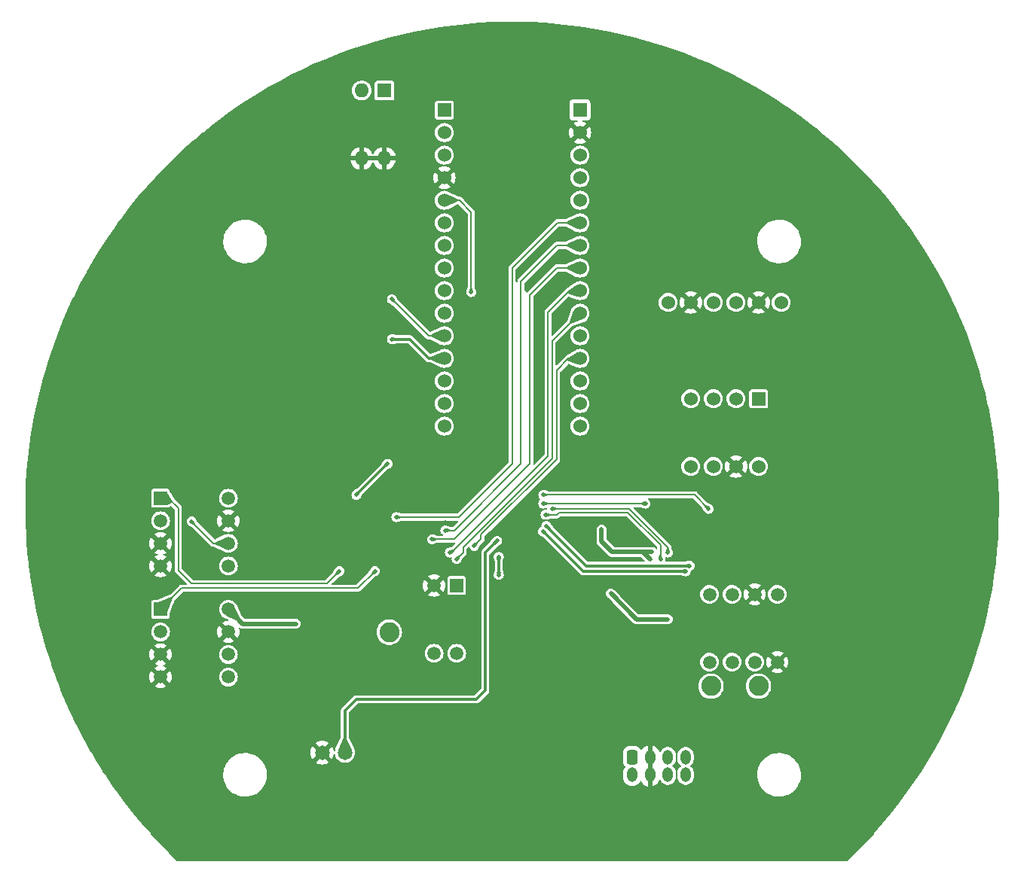
<source format=gbr>
%TF.GenerationSoftware,KiCad,Pcbnew,7.0.1-0*%
%TF.CreationDate,2023-05-25T18:17:30+09:00*%
%TF.ProjectId,SensingModule,53656e73-696e-4674-9d6f-64756c652e6b,rev?*%
%TF.SameCoordinates,Original*%
%TF.FileFunction,Copper,L2,Bot*%
%TF.FilePolarity,Positive*%
%FSLAX46Y46*%
G04 Gerber Fmt 4.6, Leading zero omitted, Abs format (unit mm)*
G04 Created by KiCad (PCBNEW 7.0.1-0) date 2023-05-25 18:17:30*
%MOMM*%
%LPD*%
G01*
G04 APERTURE LIST*
G04 Aperture macros list*
%AMRoundRect*
0 Rectangle with rounded corners*
0 $1 Rounding radius*
0 $2 $3 $4 $5 $6 $7 $8 $9 X,Y pos of 4 corners*
0 Add a 4 corners polygon primitive as box body*
4,1,4,$2,$3,$4,$5,$6,$7,$8,$9,$2,$3,0*
0 Add four circle primitives for the rounded corners*
1,1,$1+$1,$2,$3*
1,1,$1+$1,$4,$5*
1,1,$1+$1,$6,$7*
1,1,$1+$1,$8,$9*
0 Add four rect primitives between the rounded corners*
20,1,$1+$1,$2,$3,$4,$5,0*
20,1,$1+$1,$4,$5,$6,$7,0*
20,1,$1+$1,$6,$7,$8,$9,0*
20,1,$1+$1,$8,$9,$2,$3,0*%
G04 Aperture macros list end*
%TA.AperFunction,ComponentPad*%
%ADD10C,1.530000*%
%TD*%
%TA.AperFunction,ComponentPad*%
%ADD11C,1.500000*%
%TD*%
%TA.AperFunction,ComponentPad*%
%ADD12R,1.600000X1.600000*%
%TD*%
%TA.AperFunction,ComponentPad*%
%ADD13O,1.600000X1.600000*%
%TD*%
%TA.AperFunction,ComponentPad*%
%ADD14C,2.250000*%
%TD*%
%TA.AperFunction,ComponentPad*%
%ADD15R,1.500000X1.500000*%
%TD*%
%TA.AperFunction,ComponentPad*%
%ADD16R,1.530000X1.530000*%
%TD*%
%TA.AperFunction,ComponentPad*%
%ADD17RoundRect,0.250000X-0.350000X-0.560000X0.350000X-0.560000X0.350000X0.560000X-0.350000X0.560000X0*%
%TD*%
%TA.AperFunction,ComponentPad*%
%ADD18O,1.200000X1.650000*%
%TD*%
%TA.AperFunction,ComponentPad*%
%ADD19C,1.650000*%
%TD*%
%TA.AperFunction,ViaPad*%
%ADD20C,0.510000*%
%TD*%
%TA.AperFunction,Conductor*%
%ADD21C,0.500000*%
%TD*%
%TA.AperFunction,Conductor*%
%ADD22C,0.200000*%
%TD*%
%TA.AperFunction,Conductor*%
%ADD23C,0.300000*%
%TD*%
G04 APERTURE END LIST*
D10*
%TO.P,U2,1,VDD*%
%TO.N,+3.3V*%
X178740000Y-81859000D03*
%TO.P,U2,2,GND*%
%TO.N,GND*%
X176200000Y-81859000D03*
%TO.P,U2,3,SCB*%
%TO.N,+3.3V*%
X173660000Y-81859000D03*
%TO.P,U2,4,SDI*%
%TO.N,I2C_SDA*%
X171120000Y-81859000D03*
%TO.P,U2,5,SDO*%
%TO.N,GND*%
X168580000Y-81859000D03*
%TO.P,U2,6,SCK*%
%TO.N,I2C_SCL*%
X166040000Y-81859000D03*
%TD*%
D11*
%TO.P,U1,1,TXD*%
%TO.N,CAN_TX*%
X178300000Y-114700000D03*
%TO.P,U1,2,VSS*%
%TO.N,GND*%
X175760000Y-114700000D03*
%TO.P,U1,3,VDD*%
%TO.N,+5V*%
X173220000Y-114700000D03*
%TO.P,U1,4,RXD*%
%TO.N,CAN_RX*%
X170680000Y-114700000D03*
%TO.P,U1,5,Vio*%
%TO.N,+3.3V*%
X170680000Y-122320000D03*
%TO.P,U1,6,CANL*%
%TO.N,CAN_L*%
X173220000Y-122320000D03*
%TO.P,U1,7,CANH*%
%TO.N,CAN_H*%
X175760000Y-122320000D03*
%TO.P,U1,8,STBY*%
%TO.N,GND*%
X178300000Y-122320000D03*
%TD*%
D12*
%TO.P,SW1,1*%
%TO.N,DEBUG_MODE*%
X134150000Y-58024432D03*
D13*
%TO.P,SW1,2*%
%TO.N,DUMP_MODE*%
X131610000Y-58024432D03*
%TO.P,SW1,3*%
%TO.N,GND*%
X131610000Y-65644432D03*
%TO.P,SW1,4*%
X134150000Y-65644432D03*
%TD*%
D14*
%TO.P,TP2,1,1*%
%TO.N,CAN_L*%
X170852000Y-125015432D03*
%TD*%
D15*
%TO.P,U4,1*%
%TO.N,Net-(R6-Pad1)*%
X142275000Y-113700000D03*
D11*
%TO.P,U4,2*%
%TO.N,GND*%
X139735000Y-113700000D03*
%TO.P,U4,3*%
%TO.N,Net-(F1-Pad2)*%
X139735000Y-121320000D03*
%TO.P,U4,4*%
%TO.N,MEMORY_POWER*%
X142275000Y-121320000D03*
%TD*%
D14*
%TO.P,TP3,1,1*%
%TO.N,MEMORY_POWER*%
X134700000Y-118949432D03*
%TD*%
D16*
%TO.P,U3,1,VIN*%
%TO.N,+3.3V*%
X176200000Y-92690000D03*
D10*
%TO.P,U3,2*%
%TO.N,N/C*%
X173660000Y-92690000D03*
%TO.P,U3,3,SDA/T*%
%TO.N,I2C_SDA*%
X171120000Y-92690000D03*
%TO.P,U3,4,SCL/R*%
%TO.N,I2C_SCL*%
X168580000Y-92690000D03*
%TO.P,U3,5,RESET*%
%TO.N,unconnected-(U3-RESET-Pad5)*%
X168580000Y-100310000D03*
%TO.P,U3,6,INT*%
%TO.N,unconnected-(U3-INT-Pad6)*%
X171120000Y-100310000D03*
%TO.P,U3,7,GND*%
%TO.N,GND*%
X173660000Y-100310000D03*
%TO.P,U3,8,VOUT*%
%TO.N,unconnected-(U3-VOUT-Pad8)*%
X176200000Y-100310000D03*
%TD*%
D16*
%TO.P,U5,3_1,PA9*%
%TO.N,unconnected-(U5A-PA9-Pad3_1)*%
X140880000Y-60220000D03*
D10*
%TO.P,U5,3_2,PA10*%
%TO.N,unconnected-(U5A-PA10-Pad3_2)*%
X140880000Y-62760000D03*
%TO.P,U5,3_3,NRST_1*%
%TO.N,unconnected-(U5A-NRST_1-Pad3_3)*%
X140880000Y-65300000D03*
%TO.P,U5,3_4,GND_1*%
%TO.N,GND*%
X140880000Y-67840000D03*
%TO.P,U5,3_5,PA12*%
%TO.N,CAN_TX*%
X140880000Y-70380000D03*
%TO.P,U5,3_6,PB0*%
%TO.N,DEBUG_MODE*%
X140880000Y-72920000D03*
%TO.P,U5,3_7,PB7*%
%TO.N,I2C_SDA*%
X140880000Y-75460000D03*
%TO.P,U5,3_8,PB6*%
%TO.N,I2C_SCL*%
X140880000Y-78000000D03*
%TO.P,U5,3_9,PB1*%
%TO.N,RECORD_STATUS*%
X140880000Y-80540000D03*
%TO.P,U5,3_10,PF0*%
%TO.N,MEMORY_POWER_CONTROL*%
X140880000Y-83080000D03*
%TO.P,U5,3_11,PF1*%
%TO.N,SD_CHECK*%
X140880000Y-85620000D03*
%TO.P,U5,3_12,PA8*%
%TO.N,SD_STATUS*%
X140880000Y-88160000D03*
%TO.P,U5,3_13,PA11*%
%TO.N,CAN_RX*%
X140880000Y-90700000D03*
%TO.P,U5,3_14,PB5*%
%TO.N,CAN_RECEIVE_STATUS*%
X140880000Y-93240000D03*
%TO.P,U5,3_15,PB4*%
%TO.N,CAN_SEND_STATUS*%
X140880000Y-95780000D03*
D16*
%TO.P,U5,4_1,VIN*%
%TO.N,+12V*%
X156120000Y-60220000D03*
D10*
%TO.P,U5,4_2,GND_2*%
%TO.N,GND*%
X156120000Y-62760000D03*
%TO.P,U5,4_3,NRST_2*%
%TO.N,unconnected-(U5B-NRST_2-Pad4_3)*%
X156120000Y-65300000D03*
%TO.P,U5,4_4,+5V*%
%TO.N,+5V*%
X156120000Y-67840000D03*
%TO.P,U5,4_5,PA2*%
%TO.N,DUMP_MODE*%
X156120000Y-70380000D03*
%TO.P,U5,4_6,PA7*%
%TO.N,SPI_MOSI*%
X156120000Y-72920000D03*
%TO.P,U5,4_7,PA6*%
%TO.N,SPI_MISO*%
X156120000Y-75460000D03*
%TO.P,U5,4_8,PA5*%
%TO.N,SPI_SCLK*%
X156120000Y-78000000D03*
%TO.P,U5,4_9,PA4*%
%TO.N,SPI_CS_FRAM1*%
X156120000Y-80540000D03*
%TO.P,U5,4_10,PA3*%
%TO.N,SPI_CS_FRAM0*%
X156120000Y-83080000D03*
%TO.P,U5,4_11,PA1*%
%TO.N,THERMISTOR*%
X156120000Y-85620000D03*
%TO.P,U5,4_12,PA0*%
%TO.N,SPI_CS_SD*%
X156120000Y-88160000D03*
%TO.P,U5,4_13,AREF*%
%TO.N,unconnected-(U5B-AREF-Pad4_13)*%
X156120000Y-90700000D03*
%TO.P,U5,4_14,+3V3*%
%TO.N,+3.3V*%
X156120000Y-93240000D03*
%TO.P,U5,4_15,PB3*%
%TO.N,unconnected-(U5B-PB3-Pad4_15)*%
X156120000Y-95780000D03*
%TD*%
D15*
%TO.P,U6,1,~{CS}*%
%TO.N,SPI_CS_FRAM0*%
X109000000Y-116380000D03*
D11*
%TO.P,U6,2,SO*%
%TO.N,SPI_MISO*%
X109000000Y-118920000D03*
%TO.P,U6,3,~{WP}*%
%TO.N,GND*%
X109000000Y-121460000D03*
%TO.P,U6,4,GND*%
X109000000Y-124000000D03*
%TO.P,U6,5,SI*%
%TO.N,SPI_MOSI*%
X116620000Y-124000000D03*
%TO.P,U6,6,SCK*%
%TO.N,SPI_SCLK*%
X116620000Y-121460000D03*
%TO.P,U6,7,~{HOLD}*%
%TO.N,GND*%
X116620000Y-118920000D03*
%TO.P,U6,8,VDD*%
%TO.N,MEMORY_POWER*%
X116620000Y-116380000D03*
%TD*%
D17*
%TO.P,J1,1,Pin_1*%
%TO.N,+12V*%
X162000000Y-133000000D03*
D18*
%TO.P,J1,2,Pin_2*%
X162000000Y-135000000D03*
%TO.P,J1,3,Pin_3*%
%TO.N,GND*%
X164000000Y-133000000D03*
%TO.P,J1,4,Pin_4*%
X164000000Y-135000000D03*
%TO.P,J1,5,Pin_5*%
%TO.N,CAN_L*%
X166000000Y-133000000D03*
%TO.P,J1,6,Pin_6*%
X166000000Y-135000000D03*
%TO.P,J1,7,Pin_7*%
%TO.N,CAN_H*%
X168000000Y-133000000D03*
%TO.P,J1,8,Pin_8*%
X168000000Y-135000000D03*
%TD*%
D19*
%TO.P,J2,1,Pin_1*%
%TO.N,GND*%
X127164000Y-132500000D03*
%TO.P,J2,2,Pin_2*%
%TO.N,THERMISTOR*%
X129704000Y-132500000D03*
%TD*%
D14*
%TO.P,TP1,1,1*%
%TO.N,CAN_H*%
X176186000Y-125015432D03*
%TD*%
D15*
%TO.P,U7,1,~{CS}*%
%TO.N,SPI_CS_FRAM1*%
X109000000Y-103880000D03*
D11*
%TO.P,U7,2,SO*%
%TO.N,SPI_MISO*%
X109000000Y-106420000D03*
%TO.P,U7,3,~{WP}*%
%TO.N,GND*%
X109000000Y-108960000D03*
%TO.P,U7,4,GND*%
X109000000Y-111500000D03*
%TO.P,U7,5,SI*%
%TO.N,SPI_MOSI*%
X116620000Y-111500000D03*
%TO.P,U7,6,SCK*%
%TO.N,SPI_SCLK*%
X116620000Y-108960000D03*
%TO.P,U7,7,~{HOLD}*%
%TO.N,GND*%
X116620000Y-106420000D03*
%TO.P,U7,8,VDD*%
%TO.N,MEMORY_POWER*%
X116620000Y-103880000D03*
%TD*%
D20*
%TO.N,GND*%
X157600000Y-110800000D03*
X179400000Y-118600000D03*
X177600000Y-94800000D03*
X145400000Y-85600000D03*
X163800000Y-105600000D03*
X157600000Y-113800000D03*
X166000000Y-102600000D03*
X165100000Y-114449432D03*
X135900000Y-57449432D03*
X133400000Y-113000000D03*
X135600000Y-101000000D03*
X156200000Y-127400000D03*
X136400000Y-111600000D03*
X138400000Y-76000000D03*
X134500000Y-110749432D03*
X103800000Y-111400000D03*
X147400000Y-99600000D03*
X163600000Y-108800000D03*
X142400000Y-79800000D03*
X155400000Y-121459432D03*
X158200000Y-85600000D03*
X164400000Y-143200000D03*
X170600000Y-116400000D03*
X165772000Y-128063432D03*
X156200000Y-107800000D03*
X169800000Y-91600000D03*
X122000000Y-86400000D03*
X95400000Y-103000000D03*
X146000000Y-126600000D03*
X170979000Y-138604432D03*
X167400000Y-110000000D03*
X135000000Y-84000000D03*
X111600000Y-142600000D03*
X142600000Y-76800000D03*
X147500000Y-66500000D03*
X132200000Y-104400000D03*
X170800000Y-119600000D03*
X113400000Y-116400000D03*
X159100000Y-65949432D03*
X129400000Y-113000000D03*
X174600000Y-110000000D03*
X122600000Y-89200000D03*
X153200000Y-71400000D03*
X145400000Y-94000000D03*
X149000000Y-112200000D03*
X183000000Y-121400000D03*
X157300000Y-71749432D03*
X147400000Y-87600000D03*
X142400000Y-92600000D03*
X163200000Y-113000000D03*
X174000000Y-105600000D03*
X185800000Y-88600000D03*
X120800000Y-115600000D03*
X190000000Y-102175000D03*
X163600000Y-122400000D03*
X118400000Y-115600000D03*
X137400000Y-108200000D03*
X152600000Y-109600000D03*
X170217000Y-106600432D03*
X117000000Y-89200000D03*
X154400000Y-76800000D03*
X163600000Y-71000000D03*
X175000000Y-120749432D03*
X111600000Y-119800000D03*
X160400000Y-102400000D03*
X160400000Y-131000000D03*
X141000000Y-106600000D03*
X150400000Y-79949432D03*
X163600000Y-81600000D03*
X154400000Y-74000000D03*
X154400000Y-79400000D03*
X159600000Y-116200000D03*
X167400000Y-86000000D03*
X149400000Y-78349432D03*
X121600000Y-66600000D03*
X139800000Y-125400000D03*
X111800000Y-100400000D03*
X118400000Y-102800000D03*
X166788000Y-107235432D03*
X113600000Y-82600000D03*
X160400000Y-113000000D03*
X139800000Y-58400000D03*
X136800000Y-84600000D03*
X167550000Y-130857432D03*
X153000000Y-102600000D03*
X149800000Y-121200000D03*
X118400000Y-112600000D03*
X112800000Y-86800000D03*
X174800000Y-86400000D03*
X147400000Y-77800000D03*
X146300000Y-113549432D03*
X132200000Y-128000000D03*
X153800000Y-83749432D03*
X122000000Y-93600000D03*
X125200000Y-56600000D03*
X111200000Y-81600000D03*
X139800000Y-105000000D03*
X183200000Y-112400000D03*
X179600000Y-103800000D03*
X157200000Y-79249432D03*
X160400000Y-87000000D03*
X177800000Y-86400000D03*
X102000000Y-130800000D03*
X154600000Y-57400000D03*
X144200000Y-134200000D03*
X130200000Y-102400000D03*
X194200000Y-132200000D03*
X160600000Y-110800000D03*
X134800000Y-97800000D03*
X167000000Y-92400000D03*
X163200000Y-116400000D03*
X132100000Y-110049432D03*
X147357000Y-109521432D03*
X102800000Y-91600000D03*
X155000000Y-87000000D03*
X151600000Y-98800000D03*
X151600000Y-88200000D03*
X139800000Y-101800000D03*
X167400000Y-95600000D03*
X142800000Y-90000000D03*
X163200000Y-118600000D03*
X172200000Y-66800000D03*
X144400000Y-114600000D03*
X96200000Y-115800000D03*
X109800000Y-68400000D03*
X129200000Y-126600000D03*
X163400000Y-102600000D03*
X162600000Y-95000000D03*
X144400000Y-121200000D03*
X200600000Y-117800000D03*
X135400000Y-143200000D03*
X145400000Y-79200000D03*
X136800000Y-81800000D03*
X145400000Y-101800000D03*
X125000000Y-80600000D03*
X197800000Y-84600000D03*
X114600000Y-111200000D03*
X117600000Y-126400000D03*
X185200000Y-143200000D03*
X168400000Y-98400000D03*
X120600000Y-112600000D03*
X125000000Y-105200000D03*
X155000000Y-89600000D03*
X202200000Y-103000000D03*
X171600000Y-56600000D03*
X168312000Y-104949432D03*
X187200000Y-68000000D03*
X120800000Y-119600000D03*
X192200000Y-117600000D03*
X157200000Y-94600000D03*
X165100000Y-118649432D03*
X185400000Y-133000000D03*
X120200000Y-100200000D03*
X178400000Y-113000000D03*
X182000000Y-114800000D03*
X162800000Y-61749432D03*
X99000000Y-84600000D03*
X125200000Y-90800000D03*
X138400000Y-83000000D03*
X158800000Y-92400000D03*
X172600000Y-95000000D03*
X177000000Y-98600000D03*
X138400000Y-88800000D03*
X134800000Y-87200000D03*
X115000000Y-95200000D03*
X160600000Y-106400000D03*
X128200000Y-115800000D03*
X147600000Y-51200000D03*
X156200000Y-102000000D03*
%TO.N,+5V*%
X160200000Y-115200000D03*
X166000000Y-117500000D03*
X165000000Y-117500000D03*
X159600000Y-114600000D03*
%TO.N,+3.3V*%
X163201000Y-109925500D03*
X164000000Y-110724500D03*
X158550000Y-107400000D03*
X158550000Y-108750000D03*
X164200000Y-109925500D03*
%TO.N,CAN_TX*%
X152997046Y-105062447D03*
X143900000Y-80700000D03*
X166000000Y-110000000D03*
%TO.N,CAN_RX*%
X165177442Y-110750018D03*
X152250000Y-105750000D03*
%TO.N,THERMISTOR*%
X146825000Y-108675000D03*
%TO.N,SPI_SCLK*%
X139500000Y-108500000D03*
X112500000Y-106500000D03*
%TO.N,SPI_MOSI*%
X135500000Y-106012299D03*
%TO.N,SPI_MISO*%
X141000000Y-107512299D03*
%TO.N,SPI_CS_SD*%
X144250000Y-109250000D03*
%TO.N,SPI_CS_FRAM1*%
X141500000Y-110000000D03*
X129087500Y-112087500D03*
%TO.N,SPI_CS_FRAM0*%
X142261865Y-110738135D03*
X133087500Y-112087500D03*
%TO.N,MEMORY_POWER_CONTROL*%
X147000000Y-112500000D03*
X147000000Y-110500000D03*
%TO.N,MEMORY_POWER*%
X123600000Y-118000000D03*
X124200000Y-118000000D03*
%TO.N,I2C_SDA*%
X170587216Y-105087216D03*
X152000000Y-103500000D03*
%TO.N,I2C_SCL*%
X152000000Y-104500000D03*
X163500000Y-104500000D03*
%TO.N,SD_STATUS*%
X135000000Y-86000000D03*
%TO.N,CAN_SEND_STATUS*%
X151995123Y-107612861D03*
X168000000Y-112104500D03*
%TO.N,CAN_RECEIVE_STATUS*%
X168454500Y-111500000D03*
X152352606Y-107000000D03*
%TO.N,RECORD_STATUS*%
X134500000Y-100000000D03*
X131000000Y-103500000D03*
%TO.N,SD_CHECK*%
X135000000Y-81500000D03*
%TD*%
D21*
%TO.N,+5V*%
X159600000Y-114600000D02*
X162500000Y-117500000D01*
X162500000Y-117500000D02*
X165000000Y-117500000D01*
X166000000Y-117500000D02*
X165000000Y-117500000D01*
%TO.N,+3.3V*%
X159725500Y-109925500D02*
X163201000Y-109925500D01*
X163201000Y-109925500D02*
X164200000Y-109925500D01*
X158550000Y-108750000D02*
X159725500Y-109925500D01*
X158550000Y-108750000D02*
X158550000Y-107400000D01*
X164000000Y-110724500D02*
X163201000Y-109925500D01*
D22*
%TO.N,CAN_TX*%
X143900000Y-80700000D02*
X143900000Y-71700000D01*
X166000000Y-110000000D02*
X166000000Y-109434314D01*
X153009599Y-105075000D02*
X152997046Y-105062447D01*
X166000000Y-109434314D02*
X161640686Y-105075000D01*
X143900000Y-71700000D02*
X142580000Y-70380000D01*
X161640686Y-105075000D02*
X153009599Y-105075000D01*
X142580000Y-70380000D02*
X140880000Y-70380000D01*
%TO.N,CAN_RX*%
X165177442Y-110750018D02*
X165177442Y-109177442D01*
X153750000Y-105500000D02*
X153500000Y-105750000D01*
X153500000Y-105750000D02*
X152250000Y-105750000D01*
X165177442Y-109177442D02*
X161500000Y-105500000D01*
X161500000Y-105500000D02*
X153750000Y-105500000D01*
D23*
%TO.N,THERMISTOR*%
X145500000Y-110000000D02*
X145500000Y-125500000D01*
X129704000Y-132624000D02*
X129770000Y-132690000D01*
X146825000Y-108675000D02*
X145500000Y-110000000D01*
X129704000Y-127796000D02*
X129704000Y-132624000D01*
X131000000Y-126500000D02*
X129704000Y-127796000D01*
X144500000Y-126500000D02*
X131000000Y-126500000D01*
X145500000Y-125500000D02*
X144500000Y-126500000D01*
D22*
%TO.N,SPI_SCLK*%
X142000000Y-108500000D02*
X150500000Y-100000000D01*
X112500000Y-106500000D02*
X114960000Y-108960000D01*
X150500000Y-81000000D02*
X153500000Y-78000000D01*
X139500000Y-108500000D02*
X142000000Y-108500000D01*
X114960000Y-108960000D02*
X116620000Y-108960000D01*
X150500000Y-100000000D02*
X150500000Y-81000000D01*
X153500000Y-78000000D02*
X156120000Y-78000000D01*
%TO.N,SPI_MOSI*%
X148500000Y-78000000D02*
X153580000Y-72920000D01*
X148500000Y-100000000D02*
X148500000Y-78000000D01*
X142500000Y-106000000D02*
X148500000Y-100000000D01*
X153580000Y-72920000D02*
X156120000Y-72920000D01*
X135512299Y-106000000D02*
X142500000Y-106000000D01*
X135500000Y-106012299D02*
X135512299Y-106000000D01*
%TO.N,SPI_MISO*%
X153540000Y-75460000D02*
X156120000Y-75460000D01*
X141987701Y-107512299D02*
X149500000Y-100000000D01*
X141000000Y-107512299D02*
X141987701Y-107512299D01*
X149500000Y-100000000D02*
X149500000Y-79500000D01*
X149500000Y-79500000D02*
X153540000Y-75460000D01*
%TO.N,SPI_CS_SD*%
X144250000Y-109250000D02*
X145000000Y-108500000D01*
X153500000Y-99500000D02*
X153500000Y-89500000D01*
X153500000Y-89500000D02*
X154840000Y-88160000D01*
X145000000Y-108000000D02*
X153500000Y-99500000D01*
X145000000Y-108500000D02*
X145000000Y-108000000D01*
X154840000Y-88160000D02*
X156120000Y-88160000D01*
%TO.N,SPI_CS_FRAM1*%
X141691382Y-110000000D02*
X152550000Y-99141382D01*
X152550000Y-99141382D02*
X152550000Y-82950000D01*
X129087500Y-112087500D02*
X127675000Y-113500000D01*
X154960000Y-80540000D02*
X156120000Y-80540000D01*
X127675000Y-113500000D02*
X112500000Y-113500000D01*
X111000000Y-105000000D02*
X109880000Y-103880000D01*
X141500000Y-110000000D02*
X141691382Y-110000000D01*
X109880000Y-103880000D02*
X109000000Y-103880000D01*
X112500000Y-113500000D02*
X111000000Y-112000000D01*
X111000000Y-112000000D02*
X111000000Y-105000000D01*
X152550000Y-82950000D02*
X154960000Y-80540000D01*
%TO.N,SPI_CS_FRAM0*%
X131175000Y-114000000D02*
X111380000Y-114000000D01*
X153000000Y-86200000D02*
X156120000Y-83080000D01*
X142261865Y-110738135D02*
X143000000Y-110000000D01*
X111380000Y-114000000D02*
X109000000Y-116380000D01*
X133087500Y-112087500D02*
X131175000Y-114000000D01*
X143000000Y-110000000D02*
X143000000Y-109373557D01*
X153000000Y-99373557D02*
X153000000Y-86200000D01*
X143000000Y-109373557D02*
X153000000Y-99373557D01*
D23*
%TO.N,MEMORY_POWER_CONTROL*%
X147000000Y-112500000D02*
X147000000Y-110500000D01*
D21*
%TO.N,MEMORY_POWER*%
X123600000Y-118000000D02*
X118240000Y-118000000D01*
X118240000Y-118000000D02*
X116620000Y-116380000D01*
X124200000Y-118000000D02*
X123600000Y-118000000D01*
D22*
%TO.N,I2C_SDA*%
X170587216Y-105087216D02*
X169000000Y-103500000D01*
X169000000Y-103500000D02*
X152000000Y-103500000D01*
%TO.N,I2C_SCL*%
X163500000Y-104500000D02*
X152000000Y-104500000D01*
D23*
%TO.N,SD_STATUS*%
X135000000Y-86000000D02*
X137000000Y-86000000D01*
X137000000Y-86000000D02*
X139160000Y-88160000D01*
X139160000Y-88160000D02*
X140880000Y-88160000D01*
%TO.N,CAN_SEND_STATUS*%
X156486762Y-112104500D02*
X168000000Y-112104500D01*
X151995123Y-107612861D02*
X156486762Y-112104500D01*
%TO.N,CAN_RECEIVE_STATUS*%
X156852606Y-111500000D02*
X168454500Y-111500000D01*
X152352606Y-107000000D02*
X156852606Y-111500000D01*
%TO.N,RECORD_STATUS*%
X131000000Y-103500000D02*
X134500000Y-100000000D01*
D22*
%TO.N,SD_CHECK*%
X135000000Y-81500000D02*
X139120000Y-85620000D01*
X139120000Y-85620000D02*
X140880000Y-85620000D01*
%TD*%
%TA.AperFunction,Conductor*%
%TO.N,GND*%
G36*
X149237930Y-50304921D02*
G01*
X150709866Y-50344600D01*
X150711517Y-50344667D01*
X152181902Y-50423999D01*
X152183480Y-50424105D01*
X153651289Y-50543039D01*
X153652821Y-50543185D01*
X155116823Y-50701621D01*
X155118471Y-50701822D01*
X156577633Y-50899648D01*
X156579181Y-50899878D01*
X158032561Y-51136965D01*
X158034164Y-51137249D01*
X159480528Y-51413395D01*
X159482157Y-51413728D01*
X160920595Y-51728759D01*
X160922186Y-51729131D01*
X162351579Y-52082800D01*
X162353117Y-52083202D01*
X163772548Y-52475286D01*
X163774060Y-52475726D01*
X165182377Y-52905907D01*
X165183960Y-52906414D01*
X166580132Y-53374376D01*
X166581652Y-53374908D01*
X167964724Y-53880329D01*
X167966227Y-53880900D01*
X169335191Y-54423414D01*
X169336713Y-54424041D01*
X170690502Y-55003222D01*
X170692033Y-55003901D01*
X172029779Y-55619378D01*
X172031205Y-55620058D01*
X172968972Y-56082526D01*
X173351855Y-56271349D01*
X173353355Y-56272114D01*
X174655930Y-56958731D01*
X174657405Y-56959534D01*
X175941046Y-57681027D01*
X175942456Y-57681844D01*
X177206215Y-58437682D01*
X177207565Y-58438514D01*
X178450509Y-59228139D01*
X178451880Y-59229036D01*
X178738129Y-59421906D01*
X179673036Y-60051830D01*
X179674418Y-60052789D01*
X180872971Y-60908198D01*
X180874261Y-60909145D01*
X182049379Y-61796580D01*
X182050660Y-61797575D01*
X182979918Y-62539495D01*
X183201366Y-62716299D01*
X183202657Y-62717357D01*
X183514622Y-62980504D01*
X184328216Y-63666780D01*
X184329488Y-63667883D01*
X185429025Y-64647264D01*
X185430268Y-64648402D01*
X186502989Y-65657034D01*
X186504200Y-65658204D01*
X187549390Y-66695414D01*
X187550550Y-66696596D01*
X188304699Y-67486446D01*
X188567412Y-67761596D01*
X188568548Y-67762819D01*
X189015988Y-68257468D01*
X189556334Y-68854826D01*
X189557447Y-68856090D01*
X190515457Y-69974330D01*
X190516535Y-69975624D01*
X191444033Y-71119237D01*
X191445076Y-71120559D01*
X192341421Y-72288748D01*
X192342429Y-72290099D01*
X193207007Y-73482074D01*
X193207977Y-73483450D01*
X194040080Y-74698229D01*
X194041013Y-74699631D01*
X194840095Y-75936418D01*
X194840990Y-75937845D01*
X195606459Y-77195725D01*
X195607315Y-77197176D01*
X196338592Y-78475195D01*
X196339409Y-78476668D01*
X197035996Y-79773957D01*
X197036773Y-79775452D01*
X197698148Y-81091039D01*
X197698883Y-81092552D01*
X198076112Y-81896187D01*
X198324561Y-82425472D01*
X198325252Y-82426997D01*
X198383076Y-82559342D01*
X198914781Y-83776287D01*
X198915435Y-83777839D01*
X199468412Y-85142579D01*
X199469023Y-85144149D01*
X199984997Y-86523223D01*
X199985566Y-86524808D01*
X200464201Y-87917321D01*
X200464727Y-87918921D01*
X200905661Y-89323813D01*
X200906144Y-89325427D01*
X201309063Y-90741704D01*
X201309502Y-90743330D01*
X201674109Y-92169943D01*
X201674504Y-92171580D01*
X202000541Y-93607534D01*
X202000891Y-93609182D01*
X202288098Y-95053307D01*
X202288405Y-95054963D01*
X202536609Y-96506410D01*
X202536870Y-96508074D01*
X202745861Y-97965600D01*
X202746078Y-97967270D01*
X202915724Y-99429971D01*
X202915895Y-99431647D01*
X203046056Y-100898306D01*
X203046183Y-100899986D01*
X203136779Y-102369688D01*
X203136860Y-102371370D01*
X203187818Y-103842982D01*
X203187853Y-103844666D01*
X203199137Y-105317077D01*
X203199127Y-105318761D01*
X203170730Y-106790941D01*
X203170675Y-106792625D01*
X203102615Y-108263508D01*
X203102515Y-108265189D01*
X202994843Y-109733742D01*
X202994697Y-109735420D01*
X202847492Y-111200505D01*
X202847301Y-111202179D01*
X202660669Y-112662777D01*
X202660433Y-112664445D01*
X202434509Y-114119479D01*
X202434228Y-114121139D01*
X202169182Y-115569531D01*
X202168857Y-115571184D01*
X201864866Y-117011959D01*
X201864496Y-117013602D01*
X201521800Y-118445626D01*
X201521386Y-118447259D01*
X201140220Y-119869545D01*
X201139762Y-119871166D01*
X200720404Y-121282675D01*
X200719902Y-121284283D01*
X200262679Y-122683921D01*
X200262135Y-122685515D01*
X199767331Y-124072415D01*
X199766743Y-124073993D01*
X199234787Y-125446945D01*
X199234158Y-125448508D01*
X198665349Y-126806740D01*
X198664677Y-126808284D01*
X198059508Y-128150622D01*
X198058795Y-128152148D01*
X197417682Y-129477672D01*
X197416929Y-129479179D01*
X196740291Y-130787021D01*
X196739497Y-130788506D01*
X196027877Y-132077611D01*
X196027043Y-132079074D01*
X195280961Y-133348506D01*
X195280088Y-133349947D01*
X194500039Y-134598861D01*
X194499127Y-134600277D01*
X193685751Y-135827650D01*
X193684802Y-135829042D01*
X192838611Y-137034102D01*
X192837625Y-137035467D01*
X191959268Y-138217287D01*
X191958245Y-138218625D01*
X191048365Y-139376340D01*
X191047306Y-139377650D01*
X190106596Y-140510382D01*
X190105503Y-140511664D01*
X189134544Y-141618711D01*
X189133416Y-141619962D01*
X188133015Y-142700401D01*
X188131854Y-142701621D01*
X187102720Y-143754691D01*
X187101527Y-143755880D01*
X186146461Y-144681872D01*
X186102955Y-144699500D01*
X110897045Y-144699500D01*
X110853539Y-144681872D01*
X109898472Y-143755880D01*
X109897279Y-143754691D01*
X108868145Y-142701621D01*
X108866984Y-142700401D01*
X107866583Y-141619962D01*
X107865455Y-141618711D01*
X106894496Y-140511664D01*
X106893403Y-140510382D01*
X105952693Y-139377650D01*
X105951634Y-139376340D01*
X105041754Y-138218625D01*
X105040731Y-138217287D01*
X104162374Y-137035467D01*
X104161388Y-137034102D01*
X103611100Y-136250437D01*
X103315191Y-135829033D01*
X103314248Y-135827650D01*
X103310775Y-135822410D01*
X102713610Y-134921296D01*
X116045717Y-134921296D01*
X116055802Y-135235789D01*
X116106021Y-135546410D01*
X116189492Y-135827650D01*
X116195549Y-135848059D01*
X116322916Y-136135786D01*
X116486028Y-136404855D01*
X116486030Y-136404858D01*
X116682214Y-136650865D01*
X116682215Y-136650866D01*
X116908246Y-136869765D01*
X117160415Y-137057963D01*
X117434578Y-137212370D01*
X117591962Y-137276087D01*
X117726238Y-137330449D01*
X118030601Y-137410263D01*
X118342673Y-137450500D01*
X118578573Y-137450500D01*
X118578580Y-137450500D01*
X118814008Y-137435385D01*
X119122860Y-137375236D01*
X119421485Y-137276086D01*
X119704979Y-137139562D01*
X119968687Y-136967907D01*
X120208280Y-136763939D01*
X120419822Y-136531007D01*
X120599842Y-136272936D01*
X120745381Y-135993964D01*
X120854052Y-135698670D01*
X120924069Y-135391905D01*
X120935334Y-135275136D01*
X160979500Y-135275136D01*
X160994265Y-135425051D01*
X161052619Y-135617419D01*
X161096050Y-135698673D01*
X161147379Y-135794703D01*
X161274906Y-135950094D01*
X161430297Y-136077621D01*
X161607582Y-136172381D01*
X161799947Y-136230734D01*
X162000000Y-136250438D01*
X162200053Y-136230734D01*
X162392418Y-136172381D01*
X162569703Y-136077621D01*
X162725094Y-135950094D01*
X162852621Y-135794703D01*
X162900093Y-135705887D01*
X162933486Y-135676749D01*
X162977807Y-135677078D01*
X163010764Y-135706712D01*
X163070410Y-135822410D01*
X163200270Y-135987539D01*
X163359033Y-136125108D01*
X163540964Y-136230146D01*
X163739485Y-136298855D01*
X163750000Y-136300367D01*
X163750000Y-131703741D01*
X163638588Y-131730770D01*
X163447500Y-131818036D01*
X163276374Y-131939895D01*
X163131407Y-132091932D01*
X163077492Y-132175825D01*
X163039982Y-132202691D01*
X162994260Y-132196501D01*
X162971461Y-132168315D01*
X162969846Y-132169292D01*
X162923080Y-132091932D01*
X162881683Y-132023453D01*
X162766547Y-131908317D01*
X162627203Y-131824080D01*
X162556833Y-131802152D01*
X162471747Y-131775638D01*
X162404199Y-131769500D01*
X161595810Y-131769500D01*
X161566248Y-131772186D01*
X161528251Y-131775639D01*
X161443164Y-131802152D01*
X161372796Y-131824080D01*
X161233452Y-131908317D01*
X161118317Y-132023452D01*
X161034080Y-132162797D01*
X160985638Y-132318252D01*
X160979500Y-132385800D01*
X160979500Y-133614189D01*
X160979501Y-133614195D01*
X160985639Y-133681749D01*
X161032163Y-133831052D01*
X161034080Y-133837203D01*
X161118317Y-133976547D01*
X161197333Y-134055563D01*
X161215564Y-134096690D01*
X161201453Y-134139406D01*
X161147378Y-134205298D01*
X161052619Y-134382580D01*
X160994265Y-134574948D01*
X160979500Y-134724864D01*
X160979500Y-135275136D01*
X120935334Y-135275136D01*
X120954283Y-135078704D01*
X120944198Y-134764211D01*
X120893979Y-134453590D01*
X120804451Y-134151941D01*
X120720635Y-133962599D01*
X120677083Y-133864213D01*
X120515082Y-133596976D01*
X126420575Y-133596976D01*
X126498967Y-133651866D01*
X126709093Y-133749849D01*
X126933036Y-133809854D01*
X127164000Y-133830061D01*
X127394963Y-133809854D01*
X127618906Y-133749849D01*
X127829028Y-133651867D01*
X127907422Y-133596975D01*
X127164000Y-132853553D01*
X126420575Y-133596976D01*
X120515082Y-133596976D01*
X120513971Y-133595144D01*
X120513970Y-133595142D01*
X120317786Y-133349135D01*
X120091754Y-133130235D01*
X120044594Y-133095039D01*
X119839584Y-132942036D01*
X119565421Y-132787629D01*
X119273766Y-132669552D01*
X118969397Y-132589736D01*
X118657327Y-132549500D01*
X118421420Y-132549500D01*
X118185992Y-132564615D01*
X118185988Y-132564615D01*
X118185984Y-132564616D01*
X117877143Y-132624763D01*
X117578519Y-132723912D01*
X117295014Y-132860441D01*
X117031312Y-133032093D01*
X116791721Y-133236059D01*
X116580178Y-133468992D01*
X116400157Y-133727065D01*
X116254618Y-134006036D01*
X116145949Y-134301326D01*
X116075930Y-134608097D01*
X116045717Y-134921293D01*
X116045717Y-134921296D01*
X102713610Y-134921296D01*
X102500867Y-134600270D01*
X102499960Y-134598861D01*
X102485024Y-134574948D01*
X102183186Y-134091683D01*
X101719911Y-133349947D01*
X101719038Y-133348506D01*
X101249439Y-132549500D01*
X101220346Y-132500000D01*
X125833938Y-132500000D01*
X125854145Y-132730963D01*
X125914150Y-132954906D01*
X126012133Y-133165032D01*
X126067022Y-133243423D01*
X126810447Y-132500000D01*
X127517553Y-132500000D01*
X128260975Y-133243422D01*
X128315867Y-133165028D01*
X128413849Y-132954906D01*
X128475270Y-132725681D01*
X128476194Y-132725928D01*
X128491746Y-132692400D01*
X128530184Y-132674201D01*
X128571368Y-132684810D01*
X128596229Y-132719315D01*
X128642717Y-132882703D01*
X128650006Y-132908319D01*
X128742981Y-133095038D01*
X128868682Y-133261493D01*
X129022829Y-133402016D01*
X129200172Y-133511823D01*
X129394673Y-133587173D01*
X129599707Y-133625500D01*
X129808292Y-133625500D01*
X129808293Y-133625500D01*
X130013327Y-133587173D01*
X130207828Y-133511823D01*
X130385171Y-133402016D01*
X130539318Y-133261493D01*
X130665019Y-133095038D01*
X130757994Y-132908319D01*
X130815076Y-132707696D01*
X130834322Y-132500000D01*
X130815076Y-132292304D01*
X130757994Y-132091681D01*
X130746875Y-132069351D01*
X130743045Y-132059738D01*
X130738809Y-132045858D01*
X130579953Y-131699633D01*
X164250000Y-131699633D01*
X164250000Y-136296258D01*
X164361411Y-136269229D01*
X164552499Y-136181963D01*
X164723625Y-136060104D01*
X164868592Y-135908068D01*
X164982166Y-135731343D01*
X165048031Y-135566821D01*
X165071889Y-135537714D01*
X165108136Y-135527585D01*
X165143628Y-135540106D01*
X165165494Y-135570736D01*
X165172821Y-135593284D01*
X165238309Y-135706712D01*
X165267468Y-135757218D01*
X165326168Y-135822410D01*
X165394129Y-135897888D01*
X165547270Y-136009151D01*
X165720197Y-136086144D01*
X165843634Y-136112381D01*
X165905353Y-136125500D01*
X165905354Y-136125500D01*
X166094646Y-136125500D01*
X166094647Y-136125500D01*
X166140935Y-136115660D01*
X166279803Y-136086144D01*
X166452730Y-136009151D01*
X166605871Y-135897888D01*
X166732533Y-135757216D01*
X166827179Y-135593284D01*
X166885674Y-135413256D01*
X166900500Y-135272192D01*
X167099500Y-135272192D01*
X167111360Y-135385043D01*
X167114326Y-135413257D01*
X167172820Y-135593282D01*
X167267468Y-135757218D01*
X167326168Y-135822410D01*
X167394129Y-135897888D01*
X167547270Y-136009151D01*
X167720197Y-136086144D01*
X167843634Y-136112381D01*
X167905353Y-136125500D01*
X167905354Y-136125500D01*
X168094646Y-136125500D01*
X168094647Y-136125500D01*
X168140935Y-136115660D01*
X168279803Y-136086144D01*
X168452730Y-136009151D01*
X168605871Y-135897888D01*
X168732533Y-135757216D01*
X168827179Y-135593284D01*
X168885674Y-135413256D01*
X168900500Y-135272192D01*
X168900500Y-134921296D01*
X176045717Y-134921296D01*
X176055802Y-135235789D01*
X176106021Y-135546410D01*
X176189492Y-135827650D01*
X176195549Y-135848059D01*
X176322916Y-136135786D01*
X176486028Y-136404855D01*
X176486030Y-136404858D01*
X176682214Y-136650865D01*
X176682215Y-136650866D01*
X176908246Y-136869765D01*
X177160415Y-137057963D01*
X177434578Y-137212370D01*
X177591962Y-137276087D01*
X177726238Y-137330449D01*
X178030601Y-137410263D01*
X178342673Y-137450500D01*
X178578573Y-137450500D01*
X178578580Y-137450500D01*
X178814008Y-137435385D01*
X179122860Y-137375236D01*
X179421485Y-137276086D01*
X179704979Y-137139562D01*
X179968687Y-136967907D01*
X180208280Y-136763939D01*
X180419822Y-136531007D01*
X180599842Y-136272936D01*
X180745381Y-135993964D01*
X180854052Y-135698670D01*
X180924069Y-135391905D01*
X180954283Y-135078704D01*
X180944198Y-134764211D01*
X180893979Y-134453590D01*
X180804451Y-134151941D01*
X180720635Y-133962599D01*
X180677083Y-133864213D01*
X180513971Y-133595144D01*
X180513970Y-133595142D01*
X180317786Y-133349135D01*
X180091754Y-133130235D01*
X180044594Y-133095039D01*
X179839584Y-132942036D01*
X179565421Y-132787629D01*
X179273766Y-132669552D01*
X178969397Y-132589736D01*
X178657327Y-132549500D01*
X178421420Y-132549500D01*
X178185992Y-132564615D01*
X178185988Y-132564615D01*
X178185984Y-132564616D01*
X177877143Y-132624763D01*
X177578519Y-132723912D01*
X177295014Y-132860441D01*
X177031312Y-133032093D01*
X176791721Y-133236059D01*
X176580178Y-133468992D01*
X176400157Y-133727065D01*
X176254618Y-134006036D01*
X176145949Y-134301326D01*
X176075930Y-134608097D01*
X176045717Y-134921293D01*
X176045717Y-134921296D01*
X168900500Y-134921296D01*
X168900500Y-134727808D01*
X168885674Y-134586744D01*
X168827179Y-134406716D01*
X168732533Y-134242784D01*
X168732532Y-134242783D01*
X168732531Y-134242781D01*
X168650736Y-134151940D01*
X168605871Y-134102112D01*
X168534919Y-134050562D01*
X168512215Y-134019314D01*
X168512215Y-133980686D01*
X168534919Y-133949437D01*
X168605871Y-133897888D01*
X168732533Y-133757216D01*
X168827179Y-133593284D01*
X168885674Y-133413256D01*
X168900500Y-133272192D01*
X168900500Y-132727808D01*
X168885674Y-132586744D01*
X168827179Y-132406716D01*
X168732533Y-132242784D01*
X168732532Y-132242783D01*
X168732531Y-132242781D01*
X168660512Y-132162797D01*
X168605871Y-132102112D01*
X168452730Y-131990849D01*
X168279803Y-131913856D01*
X168279801Y-131913855D01*
X168279800Y-131913855D01*
X168094647Y-131874500D01*
X168094646Y-131874500D01*
X167905354Y-131874500D01*
X167905353Y-131874500D01*
X167720199Y-131913855D01*
X167547271Y-131990848D01*
X167547269Y-131990849D01*
X167547270Y-131990849D01*
X167394129Y-132102112D01*
X167394126Y-132102114D01*
X167394126Y-132102115D01*
X167267468Y-132242781D01*
X167172820Y-132406717D01*
X167114326Y-132586742D01*
X167114011Y-132589737D01*
X167099910Y-132723914D01*
X167099500Y-132727812D01*
X167099500Y-133272188D01*
X167114326Y-133413257D01*
X167164222Y-133566821D01*
X167172821Y-133593284D01*
X167184893Y-133614194D01*
X167267466Y-133757215D01*
X167394130Y-133897889D01*
X167465078Y-133949435D01*
X167487783Y-133980685D01*
X167487783Y-134019312D01*
X167465079Y-134050562D01*
X167394129Y-134102111D01*
X167267468Y-134242781D01*
X167172820Y-134406717D01*
X167114326Y-134586742D01*
X167114325Y-134586744D01*
X167114326Y-134586744D01*
X167099500Y-134727808D01*
X167099500Y-135272192D01*
X166900500Y-135272192D01*
X166900500Y-134727808D01*
X166885674Y-134586744D01*
X166827179Y-134406716D01*
X166732533Y-134242784D01*
X166732532Y-134242783D01*
X166732531Y-134242781D01*
X166650736Y-134151940D01*
X166605871Y-134102112D01*
X166534919Y-134050562D01*
X166512215Y-134019314D01*
X166512215Y-133980686D01*
X166534919Y-133949437D01*
X166605871Y-133897888D01*
X166732533Y-133757216D01*
X166827179Y-133593284D01*
X166885674Y-133413256D01*
X166900500Y-133272192D01*
X166900500Y-132727808D01*
X166885674Y-132586744D01*
X166827179Y-132406716D01*
X166732533Y-132242784D01*
X166732532Y-132242783D01*
X166732531Y-132242781D01*
X166660512Y-132162797D01*
X166605871Y-132102112D01*
X166452730Y-131990849D01*
X166279803Y-131913856D01*
X166279801Y-131913855D01*
X166279800Y-131913855D01*
X166094647Y-131874500D01*
X166094646Y-131874500D01*
X165905354Y-131874500D01*
X165905353Y-131874500D01*
X165720199Y-131913855D01*
X165547271Y-131990848D01*
X165547269Y-131990849D01*
X165547270Y-131990849D01*
X165394129Y-132102112D01*
X165394126Y-132102114D01*
X165394126Y-132102115D01*
X165267468Y-132242781D01*
X165172821Y-132406716D01*
X165164620Y-132431955D01*
X165141553Y-132463465D01*
X165104286Y-132475134D01*
X165067367Y-132462405D01*
X165045211Y-132430248D01*
X165025850Y-132364310D01*
X164929589Y-132177589D01*
X164799729Y-132012460D01*
X164640966Y-131874891D01*
X164459035Y-131769853D01*
X164260514Y-131701144D01*
X164250000Y-131699633D01*
X130579953Y-131699633D01*
X130160194Y-130784770D01*
X130154500Y-130758707D01*
X130154500Y-128008492D01*
X130172806Y-127964298D01*
X131168297Y-126968806D01*
X131188573Y-126955258D01*
X131212491Y-126950500D01*
X144471189Y-126950500D01*
X144478187Y-126950893D01*
X144517035Y-126955270D01*
X144574361Y-126944422D01*
X144576611Y-126944040D01*
X144611644Y-126938760D01*
X144634282Y-126935349D01*
X144634282Y-126935348D01*
X144634287Y-126935348D01*
X144634605Y-126935194D01*
X144650119Y-126930090D01*
X144650472Y-126930023D01*
X144650471Y-126930023D01*
X144702059Y-126902757D01*
X144704086Y-126901733D01*
X144756642Y-126876425D01*
X144756909Y-126876176D01*
X144770217Y-126866736D01*
X144770301Y-126866691D01*
X144770538Y-126866566D01*
X144811787Y-126825315D01*
X144813442Y-126823721D01*
X144856194Y-126784055D01*
X144856376Y-126783739D01*
X144866307Y-126770795D01*
X145798186Y-125838915D01*
X145803385Y-125834268D01*
X145833970Y-125809879D01*
X145866838Y-125761669D01*
X145868161Y-125759804D01*
X145902793Y-125712882D01*
X145902910Y-125712545D01*
X145910265Y-125697975D01*
X145910472Y-125697673D01*
X145927678Y-125641888D01*
X145928383Y-125639745D01*
X145947646Y-125584699D01*
X145947659Y-125584338D01*
X145950394Y-125568244D01*
X145950500Y-125567901D01*
X145950500Y-125509603D01*
X145950544Y-125507265D01*
X145952725Y-125448992D01*
X145952724Y-125448991D01*
X145952725Y-125448990D01*
X145952629Y-125448634D01*
X145950500Y-125432458D01*
X145950500Y-125015432D01*
X169421615Y-125015432D01*
X169441124Y-125250866D01*
X169499117Y-125479877D01*
X169541330Y-125576112D01*
X169594014Y-125696221D01*
X169723224Y-125893992D01*
X169723225Y-125893993D01*
X169883227Y-126067800D01*
X170069654Y-126212902D01*
X170277421Y-126325340D01*
X170500861Y-126402048D01*
X170733880Y-126440932D01*
X170970118Y-126440932D01*
X170970120Y-126440932D01*
X171203139Y-126402048D01*
X171426579Y-126325340D01*
X171634346Y-126212902D01*
X171820773Y-126067800D01*
X171980775Y-125893993D01*
X172109986Y-125696220D01*
X172204883Y-125479877D01*
X172262876Y-125250866D01*
X172282385Y-125015432D01*
X174755615Y-125015432D01*
X174775124Y-125250866D01*
X174833117Y-125479877D01*
X174875330Y-125576112D01*
X174928014Y-125696221D01*
X175057224Y-125893992D01*
X175057225Y-125893993D01*
X175217227Y-126067800D01*
X175403654Y-126212902D01*
X175611421Y-126325340D01*
X175834861Y-126402048D01*
X176067880Y-126440932D01*
X176304118Y-126440932D01*
X176304120Y-126440932D01*
X176537139Y-126402048D01*
X176760579Y-126325340D01*
X176968346Y-126212902D01*
X177154773Y-126067800D01*
X177314775Y-125893993D01*
X177443986Y-125696220D01*
X177538883Y-125479877D01*
X177596876Y-125250866D01*
X177616385Y-125015432D01*
X177596876Y-124779998D01*
X177538883Y-124550987D01*
X177443986Y-124334644D01*
X177367706Y-124217889D01*
X177314775Y-124136871D01*
X177256141Y-124073178D01*
X177154773Y-123963064D01*
X176968346Y-123817962D01*
X176760579Y-123705524D01*
X176537139Y-123628816D01*
X176304120Y-123589932D01*
X176067880Y-123589932D01*
X175834861Y-123628815D01*
X175834861Y-123628816D01*
X175611418Y-123705525D01*
X175403652Y-123817963D01*
X175217229Y-123963062D01*
X175057224Y-124136871D01*
X174928014Y-124334642D01*
X174886557Y-124429156D01*
X174833117Y-124550987D01*
X174775124Y-124779998D01*
X174755615Y-125015432D01*
X172282385Y-125015432D01*
X172262876Y-124779998D01*
X172204883Y-124550987D01*
X172109986Y-124334644D01*
X172033706Y-124217889D01*
X171980775Y-124136871D01*
X171922141Y-124073178D01*
X171820773Y-123963064D01*
X171634346Y-123817962D01*
X171426579Y-123705524D01*
X171203139Y-123628816D01*
X170970120Y-123589932D01*
X170733880Y-123589932D01*
X170500861Y-123628815D01*
X170500861Y-123628816D01*
X170277418Y-123705525D01*
X170069652Y-123817963D01*
X169883229Y-123963062D01*
X169723224Y-124136871D01*
X169594014Y-124334642D01*
X169552557Y-124429156D01*
X169499117Y-124550987D01*
X169441124Y-124779998D01*
X169421615Y-125015432D01*
X145950500Y-125015432D01*
X145950500Y-122319999D01*
X169624417Y-122319999D01*
X169644699Y-122525932D01*
X169644700Y-122525934D01*
X169704768Y-122723954D01*
X169756585Y-122820896D01*
X169802317Y-122906453D01*
X169933589Y-123066410D01*
X170001713Y-123122317D01*
X170093550Y-123197685D01*
X170276046Y-123295232D01*
X170474066Y-123355300D01*
X170680000Y-123375583D01*
X170885934Y-123355300D01*
X171083954Y-123295232D01*
X171266450Y-123197685D01*
X171426410Y-123066410D01*
X171557685Y-122906450D01*
X171655232Y-122723954D01*
X171715300Y-122525934D01*
X171735583Y-122320000D01*
X171735583Y-122319999D01*
X172164417Y-122319999D01*
X172184699Y-122525932D01*
X172184700Y-122525934D01*
X172244768Y-122723954D01*
X172296585Y-122820896D01*
X172342317Y-122906453D01*
X172473589Y-123066410D01*
X172541713Y-123122317D01*
X172633550Y-123197685D01*
X172816046Y-123295232D01*
X173014066Y-123355300D01*
X173220000Y-123375583D01*
X173425934Y-123355300D01*
X173623954Y-123295232D01*
X173806450Y-123197685D01*
X173966410Y-123066410D01*
X174097685Y-122906450D01*
X174195232Y-122723954D01*
X174255300Y-122525934D01*
X174275583Y-122320000D01*
X174275583Y-122319999D01*
X174704417Y-122319999D01*
X174724699Y-122525932D01*
X174724700Y-122525934D01*
X174784768Y-122723954D01*
X174836585Y-122820896D01*
X174882317Y-122906453D01*
X175013589Y-123066410D01*
X175081713Y-123122317D01*
X175173550Y-123197685D01*
X175356046Y-123295232D01*
X175554066Y-123355300D01*
X175760000Y-123375583D01*
X175886487Y-123363125D01*
X177610426Y-123363125D01*
X177672610Y-123406666D01*
X177870843Y-123499103D01*
X178082110Y-123555712D01*
X178300000Y-123574775D01*
X178517889Y-123555712D01*
X178729156Y-123499103D01*
X178927385Y-123406667D01*
X178989571Y-123363124D01*
X178300000Y-122673553D01*
X177610426Y-123363125D01*
X175886487Y-123363125D01*
X175965934Y-123355300D01*
X176163954Y-123295232D01*
X176346450Y-123197685D01*
X176506410Y-123066410D01*
X176637685Y-122906450D01*
X176735232Y-122723954D01*
X176795300Y-122525934D01*
X176815583Y-122320000D01*
X176815583Y-122319999D01*
X177045224Y-122319999D01*
X177064287Y-122537889D01*
X177120896Y-122749156D01*
X177213334Y-122947389D01*
X177256873Y-123009572D01*
X177946447Y-122320000D01*
X178653553Y-122320000D01*
X179343124Y-123009571D01*
X179386667Y-122947385D01*
X179479103Y-122749156D01*
X179535712Y-122537889D01*
X179554775Y-122319999D01*
X179535712Y-122102110D01*
X179479103Y-121890843D01*
X179386667Y-121692614D01*
X179343123Y-121630428D01*
X178653553Y-122320000D01*
X177946447Y-122320000D01*
X177256874Y-121630427D01*
X177213333Y-121692611D01*
X177120896Y-121890843D01*
X177064287Y-122102110D01*
X177045224Y-122319999D01*
X176815583Y-122319999D01*
X176795300Y-122114066D01*
X176735232Y-121916046D01*
X176637685Y-121733550D01*
X176604090Y-121692614D01*
X176506410Y-121573589D01*
X176346453Y-121442317D01*
X176346451Y-121442316D01*
X176346450Y-121442315D01*
X176163954Y-121344768D01*
X176077729Y-121318612D01*
X175965932Y-121284699D01*
X175886481Y-121276874D01*
X177610427Y-121276874D01*
X178299999Y-121966446D01*
X178989572Y-121276873D01*
X178927389Y-121233334D01*
X178729156Y-121140896D01*
X178517889Y-121084287D01*
X178300000Y-121065224D01*
X178082110Y-121084287D01*
X177870843Y-121140896D01*
X177672611Y-121233333D01*
X177610427Y-121276874D01*
X175886481Y-121276874D01*
X175760000Y-121264417D01*
X175554067Y-121284699D01*
X175356046Y-121344768D01*
X175173546Y-121442317D01*
X175013589Y-121573589D01*
X174882317Y-121733546D01*
X174784768Y-121916046D01*
X174724699Y-122114067D01*
X174704417Y-122319999D01*
X174275583Y-122319999D01*
X174255300Y-122114066D01*
X174195232Y-121916046D01*
X174097685Y-121733550D01*
X174064090Y-121692614D01*
X173966410Y-121573589D01*
X173806453Y-121442317D01*
X173806451Y-121442316D01*
X173806450Y-121442315D01*
X173623954Y-121344768D01*
X173537729Y-121318612D01*
X173425932Y-121284699D01*
X173220000Y-121264417D01*
X173014067Y-121284699D01*
X172816046Y-121344768D01*
X172633546Y-121442317D01*
X172473589Y-121573589D01*
X172342317Y-121733546D01*
X172244768Y-121916046D01*
X172184699Y-122114067D01*
X172164417Y-122319999D01*
X171735583Y-122319999D01*
X171715300Y-122114066D01*
X171655232Y-121916046D01*
X171557685Y-121733550D01*
X171524090Y-121692614D01*
X171426410Y-121573589D01*
X171266453Y-121442317D01*
X171266451Y-121442316D01*
X171266450Y-121442315D01*
X171083954Y-121344768D01*
X170997729Y-121318612D01*
X170885932Y-121284699D01*
X170680000Y-121264417D01*
X170474067Y-121284699D01*
X170276046Y-121344768D01*
X170093546Y-121442317D01*
X169933589Y-121573589D01*
X169802317Y-121733546D01*
X169704768Y-121916046D01*
X169644699Y-122114067D01*
X169624417Y-122319999D01*
X145950500Y-122319999D01*
X145950500Y-114599999D01*
X159039707Y-114599999D01*
X159058798Y-114745011D01*
X159058798Y-114745013D01*
X159058799Y-114745014D01*
X159068437Y-114768284D01*
X159081089Y-114798828D01*
X159082445Y-114802974D01*
X159084881Y-114807987D01*
X159114770Y-114880146D01*
X159153943Y-114931195D01*
X159156853Y-114935605D01*
X159160633Y-114939915D01*
X159203813Y-114996187D01*
X159260089Y-115039370D01*
X159266235Y-115044760D01*
X159755242Y-115533767D01*
X159760632Y-115539913D01*
X159803812Y-115596186D01*
X159860086Y-115639366D01*
X159866233Y-115644757D01*
X162103317Y-117881841D01*
X162104800Y-117883375D01*
X162149320Y-117931044D01*
X162187121Y-117954030D01*
X162192398Y-117957622D01*
X162227658Y-117984361D01*
X162249247Y-117992874D01*
X162258789Y-117997614D01*
X162278618Y-118009672D01*
X162321220Y-118021609D01*
X162327287Y-118023649D01*
X162368435Y-118039876D01*
X162391517Y-118042249D01*
X162401987Y-118044238D01*
X162424335Y-118050500D01*
X162468573Y-118050500D01*
X162474965Y-118050828D01*
X162518970Y-118055352D01*
X162518970Y-118055351D01*
X162518971Y-118055352D01*
X162541840Y-118051408D01*
X162552459Y-118050500D01*
X164921523Y-118050500D01*
X164929680Y-118051034D01*
X165000000Y-118060293D01*
X165070319Y-118051034D01*
X165078477Y-118050500D01*
X165921523Y-118050500D01*
X165929680Y-118051034D01*
X166000000Y-118060293D01*
X166145014Y-118041201D01*
X166280147Y-117985228D01*
X166396187Y-117896187D01*
X166485228Y-117780147D01*
X166541201Y-117645014D01*
X166560293Y-117500000D01*
X166541201Y-117354986D01*
X166485228Y-117219854D01*
X166396187Y-117103813D01*
X166396185Y-117103812D01*
X166396185Y-117103811D01*
X166280146Y-117014771D01*
X166226358Y-116992491D01*
X166222475Y-116990521D01*
X166217170Y-116988686D01*
X166145012Y-116958798D01*
X166081209Y-116950398D01*
X166076041Y-116949340D01*
X166070319Y-116948965D01*
X166000000Y-116939707D01*
X165929681Y-116948965D01*
X165921523Y-116949500D01*
X165078477Y-116949500D01*
X165070319Y-116948965D01*
X165000000Y-116939707D01*
X164929681Y-116948965D01*
X164921523Y-116949500D01*
X162753912Y-116949500D01*
X162729994Y-116944742D01*
X162709718Y-116931194D01*
X160644759Y-114866234D01*
X160639369Y-114860088D01*
X160596187Y-114803813D01*
X160539913Y-114760632D01*
X160533767Y-114755242D01*
X160478525Y-114700000D01*
X169624417Y-114700000D01*
X169644699Y-114905932D01*
X169672078Y-114996187D01*
X169704768Y-115103954D01*
X169802315Y-115286450D01*
X169802317Y-115286453D01*
X169933589Y-115446410D01*
X170085628Y-115571184D01*
X170093550Y-115577685D01*
X170276046Y-115675232D01*
X170474066Y-115735300D01*
X170680000Y-115755583D01*
X170885934Y-115735300D01*
X171083954Y-115675232D01*
X171266450Y-115577685D01*
X171426410Y-115446410D01*
X171557685Y-115286450D01*
X171655232Y-115103954D01*
X171715300Y-114905934D01*
X171735583Y-114700000D01*
X172164417Y-114700000D01*
X172184699Y-114905932D01*
X172212078Y-114996187D01*
X172244768Y-115103954D01*
X172342315Y-115286450D01*
X172342317Y-115286453D01*
X172473589Y-115446410D01*
X172625628Y-115571184D01*
X172633550Y-115577685D01*
X172816046Y-115675232D01*
X173014066Y-115735300D01*
X173220000Y-115755583D01*
X173346487Y-115743125D01*
X175070426Y-115743125D01*
X175132610Y-115786666D01*
X175330843Y-115879103D01*
X175542110Y-115935712D01*
X175760000Y-115954775D01*
X175977889Y-115935712D01*
X176189156Y-115879103D01*
X176387385Y-115786667D01*
X176449571Y-115743124D01*
X175760000Y-115053553D01*
X175070426Y-115743125D01*
X173346487Y-115743125D01*
X173425934Y-115735300D01*
X173623954Y-115675232D01*
X173806450Y-115577685D01*
X173966410Y-115446410D01*
X174097685Y-115286450D01*
X174195232Y-115103954D01*
X174255300Y-114905934D01*
X174275583Y-114700000D01*
X174505224Y-114700000D01*
X174524287Y-114917889D01*
X174580896Y-115129156D01*
X174673334Y-115327389D01*
X174716873Y-115389572D01*
X175406447Y-114700000D01*
X176113553Y-114700000D01*
X176803124Y-115389571D01*
X176846667Y-115327385D01*
X176939103Y-115129156D01*
X176995712Y-114917889D01*
X177014775Y-114700000D01*
X177244417Y-114700000D01*
X177264699Y-114905932D01*
X177292078Y-114996187D01*
X177324768Y-115103954D01*
X177422315Y-115286450D01*
X177422317Y-115286453D01*
X177553589Y-115446410D01*
X177705628Y-115571184D01*
X177713550Y-115577685D01*
X177896046Y-115675232D01*
X178094066Y-115735300D01*
X178300000Y-115755583D01*
X178505934Y-115735300D01*
X178703954Y-115675232D01*
X178886450Y-115577685D01*
X179046410Y-115446410D01*
X179177685Y-115286450D01*
X179275232Y-115103954D01*
X179335300Y-114905934D01*
X179355583Y-114700000D01*
X179335300Y-114494066D01*
X179275232Y-114296046D01*
X179177685Y-114113550D01*
X179144090Y-114072614D01*
X179046410Y-113953589D01*
X178886453Y-113822317D01*
X178886451Y-113822316D01*
X178886450Y-113822315D01*
X178703954Y-113724768D01*
X178583948Y-113688365D01*
X178505932Y-113664699D01*
X178300000Y-113644417D01*
X178094067Y-113664699D01*
X177896046Y-113724768D01*
X177713546Y-113822317D01*
X177553589Y-113953589D01*
X177422317Y-114113546D01*
X177324768Y-114296046D01*
X177264699Y-114494067D01*
X177244417Y-114700000D01*
X177014775Y-114700000D01*
X176995712Y-114482110D01*
X176939103Y-114270843D01*
X176846667Y-114072614D01*
X176803123Y-114010428D01*
X176113553Y-114700000D01*
X175406447Y-114700000D01*
X174716874Y-114010427D01*
X174673333Y-114072611D01*
X174580896Y-114270843D01*
X174524287Y-114482110D01*
X174505224Y-114700000D01*
X174275583Y-114700000D01*
X174255300Y-114494066D01*
X174195232Y-114296046D01*
X174097685Y-114113550D01*
X174064090Y-114072614D01*
X173966410Y-113953589D01*
X173806453Y-113822317D01*
X173806451Y-113822316D01*
X173806450Y-113822315D01*
X173623954Y-113724768D01*
X173503948Y-113688365D01*
X173425932Y-113664699D01*
X173346481Y-113656874D01*
X175070427Y-113656874D01*
X175759999Y-114346446D01*
X176449572Y-113656873D01*
X176387389Y-113613334D01*
X176189156Y-113520896D01*
X175977889Y-113464287D01*
X175760000Y-113445224D01*
X175542110Y-113464287D01*
X175330843Y-113520896D01*
X175132611Y-113613333D01*
X175070427Y-113656874D01*
X173346481Y-113656874D01*
X173220000Y-113644417D01*
X173014067Y-113664699D01*
X172816046Y-113724768D01*
X172633546Y-113822317D01*
X172473589Y-113953589D01*
X172342317Y-114113546D01*
X172244768Y-114296046D01*
X172184699Y-114494067D01*
X172164417Y-114700000D01*
X171735583Y-114700000D01*
X171715300Y-114494066D01*
X171655232Y-114296046D01*
X171557685Y-114113550D01*
X171524090Y-114072614D01*
X171426410Y-113953589D01*
X171266453Y-113822317D01*
X171266451Y-113822316D01*
X171266450Y-113822315D01*
X171083954Y-113724768D01*
X170963948Y-113688365D01*
X170885932Y-113664699D01*
X170680000Y-113644417D01*
X170474067Y-113664699D01*
X170276046Y-113724768D01*
X170093546Y-113822317D01*
X169933589Y-113953589D01*
X169802317Y-114113546D01*
X169704768Y-114296046D01*
X169644699Y-114494067D01*
X169624417Y-114700000D01*
X160478525Y-114700000D01*
X160044755Y-114266230D01*
X160039364Y-114260083D01*
X159996186Y-114203812D01*
X159880148Y-114114772D01*
X159745012Y-114058798D01*
X159600000Y-114039707D01*
X159454987Y-114058798D01*
X159319852Y-114114772D01*
X159203812Y-114203812D01*
X159114772Y-114319852D01*
X159058798Y-114454987D01*
X159039707Y-114599999D01*
X145950500Y-114599999D01*
X145950500Y-112500000D01*
X146439707Y-112500000D01*
X146458798Y-112645012D01*
X146514771Y-112780146D01*
X146603812Y-112896187D01*
X146719852Y-112985227D01*
X146719853Y-112985228D01*
X146854986Y-113041201D01*
X147000000Y-113060293D01*
X147145014Y-113041201D01*
X147280147Y-112985228D01*
X147396187Y-112896187D01*
X147485228Y-112780147D01*
X147541201Y-112645014D01*
X147560293Y-112500000D01*
X147541201Y-112354986D01*
X147536546Y-112343750D01*
X147533095Y-112332538D01*
X147532753Y-112330892D01*
X147485771Y-112104500D01*
X147451804Y-111940824D01*
X147450500Y-111928124D01*
X147450500Y-111071880D01*
X147451804Y-111059180D01*
X147472636Y-110958798D01*
X147532755Y-110669106D01*
X147532755Y-110669100D01*
X147533096Y-110667458D01*
X147536550Y-110656241D01*
X147541201Y-110645014D01*
X147560293Y-110500000D01*
X147541201Y-110354986D01*
X147485228Y-110219854D01*
X147396187Y-110103813D01*
X147396185Y-110103812D01*
X147396185Y-110103811D01*
X147280148Y-110014772D01*
X147145012Y-109958798D01*
X147000000Y-109939707D01*
X146854987Y-109958798D01*
X146719852Y-110014772D01*
X146603812Y-110103812D01*
X146514772Y-110219852D01*
X146458798Y-110354987D01*
X146439707Y-110499999D01*
X146439707Y-110500000D01*
X146454894Y-110615357D01*
X146458799Y-110645013D01*
X146463449Y-110656241D01*
X146466902Y-110667457D01*
X146548196Y-111059177D01*
X146549500Y-111071877D01*
X146549500Y-111928123D01*
X146548196Y-111940823D01*
X146466901Y-112332543D01*
X146463449Y-112343756D01*
X146458799Y-112354983D01*
X146439707Y-112500000D01*
X145950500Y-112500000D01*
X145950500Y-110212492D01*
X145968806Y-110168298D01*
X146090438Y-110046666D01*
X146739176Y-109397925D01*
X146749070Y-109389874D01*
X147082136Y-109171292D01*
X147082137Y-109171290D01*
X147083537Y-109170372D01*
X147093913Y-109164881D01*
X147105147Y-109160228D01*
X147221187Y-109071187D01*
X147310228Y-108955147D01*
X147366201Y-108820014D01*
X147385293Y-108675000D01*
X147366201Y-108529986D01*
X147310228Y-108394854D01*
X147221187Y-108278813D01*
X147221185Y-108278812D01*
X147221185Y-108278811D01*
X147105148Y-108189772D01*
X146970012Y-108133798D01*
X146825000Y-108114707D01*
X146679987Y-108133798D01*
X146544852Y-108189772D01*
X146428812Y-108278812D01*
X146339772Y-108394853D01*
X146335118Y-108406087D01*
X146329629Y-108416457D01*
X146110128Y-108750923D01*
X146102070Y-108760825D01*
X145201823Y-109661072D01*
X145196599Y-109665741D01*
X145166029Y-109690121D01*
X145133185Y-109738293D01*
X145131834Y-109740198D01*
X145097205Y-109787119D01*
X145097085Y-109787464D01*
X145089740Y-109802015D01*
X145089528Y-109802325D01*
X145072340Y-109858048D01*
X145071610Y-109860267D01*
X145052353Y-109915300D01*
X145052340Y-109915672D01*
X145049609Y-109931744D01*
X145049500Y-109932097D01*
X145049500Y-109990413D01*
X145049456Y-109992751D01*
X145047275Y-110051008D01*
X145047369Y-110051358D01*
X145049500Y-110067538D01*
X145049500Y-125287509D01*
X145031194Y-125331703D01*
X144331703Y-126031194D01*
X144287509Y-126049500D01*
X131028811Y-126049500D01*
X131021813Y-126049107D01*
X130982965Y-126044729D01*
X130925655Y-126055572D01*
X130923354Y-126055963D01*
X130865710Y-126064652D01*
X130865380Y-126064812D01*
X130849901Y-126069905D01*
X130849528Y-126069975D01*
X130797967Y-126097226D01*
X130795882Y-126098279D01*
X130743356Y-126123575D01*
X130743082Y-126123830D01*
X130729795Y-126133258D01*
X130729465Y-126133432D01*
X130688222Y-126174673D01*
X130686540Y-126176292D01*
X130643806Y-126215943D01*
X130643619Y-126216268D01*
X130633690Y-126229205D01*
X129405823Y-127457072D01*
X129400599Y-127461741D01*
X129370029Y-127486121D01*
X129337185Y-127534293D01*
X129335834Y-127536198D01*
X129301205Y-127583119D01*
X129301085Y-127583464D01*
X129293740Y-127598015D01*
X129293528Y-127598325D01*
X129276340Y-127654048D01*
X129275610Y-127656267D01*
X129256353Y-127711300D01*
X129256340Y-127711672D01*
X129253609Y-127727744D01*
X129253500Y-127728097D01*
X129253500Y-127786413D01*
X129253456Y-127788751D01*
X129251275Y-127847008D01*
X129251369Y-127847358D01*
X129253500Y-127863538D01*
X129253500Y-130758706D01*
X129247806Y-130784770D01*
X128669189Y-132045861D01*
X128664951Y-132059744D01*
X128661124Y-132069351D01*
X128650005Y-132091683D01*
X128596229Y-132280684D01*
X128571368Y-132315189D01*
X128530184Y-132325798D01*
X128491747Y-132307600D01*
X128476194Y-132274071D01*
X128475270Y-132274319D01*
X128413849Y-132045093D01*
X128315867Y-131834971D01*
X128260974Y-131756577D01*
X127517553Y-132500000D01*
X126810447Y-132500000D01*
X126067023Y-131756576D01*
X126012133Y-131834968D01*
X125914150Y-132045093D01*
X125854145Y-132269036D01*
X125833938Y-132500000D01*
X101220346Y-132500000D01*
X100972945Y-132079055D01*
X100972122Y-132077611D01*
X100967562Y-132069351D01*
X100599731Y-131403023D01*
X126420576Y-131403023D01*
X127163999Y-132146446D01*
X127907423Y-131403022D01*
X127829032Y-131348133D01*
X127618906Y-131250150D01*
X127394963Y-131190145D01*
X127164000Y-131169938D01*
X126933036Y-131190145D01*
X126709093Y-131250150D01*
X126498968Y-131348133D01*
X126420576Y-131403023D01*
X100599731Y-131403023D01*
X100260500Y-130788503D01*
X100259708Y-130787021D01*
X99583070Y-129479179D01*
X99582317Y-129477672D01*
X99439628Y-129182657D01*
X98941188Y-128152114D01*
X98940507Y-128150656D01*
X98335320Y-126808280D01*
X98334650Y-126806740D01*
X98165170Y-126402047D01*
X97765820Y-125448457D01*
X97765234Y-125447000D01*
X97608751Y-125043125D01*
X108310426Y-125043125D01*
X108372610Y-125086666D01*
X108570843Y-125179103D01*
X108782110Y-125235712D01*
X109000000Y-125254775D01*
X109217889Y-125235712D01*
X109429156Y-125179103D01*
X109627385Y-125086667D01*
X109689571Y-125043124D01*
X109000000Y-124353553D01*
X108310426Y-125043125D01*
X97608751Y-125043125D01*
X97233236Y-124073940D01*
X97232686Y-124072464D01*
X97206833Y-124000000D01*
X107745224Y-124000000D01*
X107764287Y-124217889D01*
X107820896Y-124429156D01*
X107913334Y-124627389D01*
X107956873Y-124689572D01*
X108646447Y-124000000D01*
X109353553Y-124000000D01*
X110043124Y-124689571D01*
X110086667Y-124627385D01*
X110179103Y-124429156D01*
X110235712Y-124217889D01*
X110254775Y-124000000D01*
X110254775Y-123999999D01*
X115564417Y-123999999D01*
X115584699Y-124205932D01*
X115584700Y-124205934D01*
X115644768Y-124403954D01*
X115742315Y-124586450D01*
X115742317Y-124586453D01*
X115873589Y-124746410D01*
X115914517Y-124779998D01*
X116033550Y-124877685D01*
X116216046Y-124975232D01*
X116414066Y-125035300D01*
X116620000Y-125055583D01*
X116825934Y-125035300D01*
X117023954Y-124975232D01*
X117206450Y-124877685D01*
X117366410Y-124746410D01*
X117497685Y-124586450D01*
X117595232Y-124403954D01*
X117655300Y-124205934D01*
X117675583Y-124000000D01*
X117655300Y-123794066D01*
X117595232Y-123596046D01*
X117497685Y-123413550D01*
X117497682Y-123413546D01*
X117366410Y-123253589D01*
X117206453Y-123122317D01*
X117206451Y-123122316D01*
X117206450Y-123122315D01*
X117023954Y-123024768D01*
X116937729Y-122998612D01*
X116825932Y-122964699D01*
X116620000Y-122944417D01*
X116414067Y-122964699D01*
X116216046Y-123024768D01*
X116033546Y-123122317D01*
X115873589Y-123253589D01*
X115742317Y-123413546D01*
X115644768Y-123596046D01*
X115584699Y-123794067D01*
X115564417Y-123999999D01*
X110254775Y-123999999D01*
X110235712Y-123782110D01*
X110179103Y-123570843D01*
X110086667Y-123372614D01*
X110043123Y-123310428D01*
X109353553Y-124000000D01*
X108646447Y-124000000D01*
X107956874Y-123310427D01*
X107913333Y-123372611D01*
X107820896Y-123570843D01*
X107764287Y-123782110D01*
X107745224Y-124000000D01*
X97206833Y-124000000D01*
X96751578Y-122723954D01*
X96737864Y-122685515D01*
X96737320Y-122683921D01*
X96678259Y-122503125D01*
X108310426Y-122503125D01*
X108372610Y-122546666D01*
X108570843Y-122639103D01*
X108684769Y-122669630D01*
X108718178Y-122691952D01*
X108731093Y-122730000D01*
X108718178Y-122768048D01*
X108684769Y-122790370D01*
X108570843Y-122820896D01*
X108372611Y-122913333D01*
X108310427Y-122956874D01*
X108999999Y-123646446D01*
X109689572Y-122956873D01*
X109627389Y-122913334D01*
X109429156Y-122820896D01*
X109315230Y-122790370D01*
X109281821Y-122768048D01*
X109268906Y-122730000D01*
X109281821Y-122691952D01*
X109315230Y-122669630D01*
X109429156Y-122639103D01*
X109627385Y-122546667D01*
X109689571Y-122503124D01*
X109000000Y-121813553D01*
X108310426Y-122503125D01*
X96678259Y-122503125D01*
X96337499Y-121459999D01*
X107745224Y-121459999D01*
X107764287Y-121677889D01*
X107820896Y-121889156D01*
X107913334Y-122087389D01*
X107956873Y-122149572D01*
X108646447Y-121460000D01*
X109353553Y-121460000D01*
X110043124Y-122149571D01*
X110086667Y-122087385D01*
X110179103Y-121889156D01*
X110235712Y-121677889D01*
X110254775Y-121459999D01*
X115564417Y-121459999D01*
X115584699Y-121665932D01*
X115605211Y-121733550D01*
X115644768Y-121863954D01*
X115672612Y-121916046D01*
X115742317Y-122046453D01*
X115873589Y-122206410D01*
X116013226Y-122321006D01*
X116033550Y-122337685D01*
X116216046Y-122435232D01*
X116414066Y-122495300D01*
X116620000Y-122515583D01*
X116825934Y-122495300D01*
X117023954Y-122435232D01*
X117206450Y-122337685D01*
X117366410Y-122206410D01*
X117497685Y-122046450D01*
X117595232Y-121863954D01*
X117655300Y-121665934D01*
X117675583Y-121460000D01*
X117661794Y-121320000D01*
X138679417Y-121320000D01*
X138699699Y-121525932D01*
X138699700Y-121525934D01*
X138759768Y-121723954D01*
X138848071Y-121889156D01*
X138857317Y-121906453D01*
X138988589Y-122066410D01*
X139148546Y-122197682D01*
X139148550Y-122197685D01*
X139331046Y-122295232D01*
X139529066Y-122355300D01*
X139735000Y-122375583D01*
X139940934Y-122355300D01*
X140138954Y-122295232D01*
X140321450Y-122197685D01*
X140481410Y-122066410D01*
X140612685Y-121906450D01*
X140710232Y-121723954D01*
X140770300Y-121525934D01*
X140790583Y-121320000D01*
X141219417Y-121320000D01*
X141239699Y-121525932D01*
X141239700Y-121525934D01*
X141299768Y-121723954D01*
X141388071Y-121889156D01*
X141397317Y-121906453D01*
X141528589Y-122066410D01*
X141688546Y-122197682D01*
X141688550Y-122197685D01*
X141871046Y-122295232D01*
X142069066Y-122355300D01*
X142275000Y-122375583D01*
X142480934Y-122355300D01*
X142678954Y-122295232D01*
X142861450Y-122197685D01*
X143021410Y-122066410D01*
X143152685Y-121906450D01*
X143250232Y-121723954D01*
X143310300Y-121525934D01*
X143330583Y-121320000D01*
X143310300Y-121114066D01*
X143250232Y-120916046D01*
X143152685Y-120733550D01*
X143152682Y-120733546D01*
X143021410Y-120573589D01*
X142861453Y-120442317D01*
X142861451Y-120442316D01*
X142861450Y-120442315D01*
X142678954Y-120344768D01*
X142592729Y-120318612D01*
X142480932Y-120284699D01*
X142275000Y-120264417D01*
X142069067Y-120284699D01*
X141871046Y-120344768D01*
X141688546Y-120442317D01*
X141528589Y-120573589D01*
X141397317Y-120733546D01*
X141299768Y-120916046D01*
X141239699Y-121114067D01*
X141219417Y-121320000D01*
X140790583Y-121320000D01*
X140770300Y-121114066D01*
X140710232Y-120916046D01*
X140612685Y-120733550D01*
X140612682Y-120733546D01*
X140481410Y-120573589D01*
X140321453Y-120442317D01*
X140321451Y-120442316D01*
X140321450Y-120442315D01*
X140138954Y-120344768D01*
X140052729Y-120318612D01*
X139940932Y-120284699D01*
X139735000Y-120264417D01*
X139529067Y-120284699D01*
X139331046Y-120344768D01*
X139148546Y-120442317D01*
X138988589Y-120573589D01*
X138857317Y-120733546D01*
X138759768Y-120916046D01*
X138699699Y-121114067D01*
X138679417Y-121320000D01*
X117661794Y-121320000D01*
X117655300Y-121254066D01*
X117595232Y-121056046D01*
X117497685Y-120873550D01*
X117464090Y-120832614D01*
X117366410Y-120713589D01*
X117206453Y-120582317D01*
X117206451Y-120582316D01*
X117206450Y-120582315D01*
X117023954Y-120484768D01*
X116937729Y-120458612D01*
X116825932Y-120424699D01*
X116620000Y-120404417D01*
X116414067Y-120424699D01*
X116216046Y-120484768D01*
X116033546Y-120582317D01*
X115873589Y-120713589D01*
X115742317Y-120873546D01*
X115644768Y-121056046D01*
X115584699Y-121254067D01*
X115564417Y-121459999D01*
X110254775Y-121459999D01*
X110235712Y-121242110D01*
X110179103Y-121030843D01*
X110086667Y-120832614D01*
X110043123Y-120770428D01*
X109353553Y-121460000D01*
X108646447Y-121460000D01*
X107956874Y-120770427D01*
X107913333Y-120832611D01*
X107820896Y-121030843D01*
X107764287Y-121242110D01*
X107745224Y-121459999D01*
X96337499Y-121459999D01*
X96280097Y-121284283D01*
X96279595Y-121282675D01*
X96145882Y-120832614D01*
X96022366Y-120416874D01*
X108310427Y-120416874D01*
X108999999Y-121106446D01*
X109689572Y-120416873D01*
X109627389Y-120373334D01*
X109429156Y-120280896D01*
X109217889Y-120224287D01*
X109000000Y-120205224D01*
X108782110Y-120224287D01*
X108570843Y-120280896D01*
X108372611Y-120373333D01*
X108310427Y-120416874D01*
X96022366Y-120416874D01*
X95860224Y-119871121D01*
X95859791Y-119869590D01*
X95605305Y-118920000D01*
X107944417Y-118920000D01*
X107964699Y-119125932D01*
X107998612Y-119237729D01*
X108024768Y-119323954D01*
X108122315Y-119506450D01*
X108122317Y-119506453D01*
X108253589Y-119666410D01*
X108413546Y-119797682D01*
X108413550Y-119797685D01*
X108596046Y-119895232D01*
X108794066Y-119955300D01*
X109000000Y-119975583D01*
X109126487Y-119963125D01*
X115930426Y-119963125D01*
X115992610Y-120006666D01*
X116190843Y-120099103D01*
X116402110Y-120155712D01*
X116620000Y-120174775D01*
X116837889Y-120155712D01*
X117049156Y-120099103D01*
X117247385Y-120006667D01*
X117309571Y-119963124D01*
X116620000Y-119273553D01*
X115930426Y-119963125D01*
X109126487Y-119963125D01*
X109205934Y-119955300D01*
X109403954Y-119895232D01*
X109586450Y-119797685D01*
X109746410Y-119666410D01*
X109877685Y-119506450D01*
X109975232Y-119323954D01*
X110035300Y-119125934D01*
X110055583Y-118920000D01*
X110055583Y-118919999D01*
X115365224Y-118919999D01*
X115384287Y-119137889D01*
X115440896Y-119349156D01*
X115533334Y-119547389D01*
X115576873Y-119609572D01*
X116266447Y-118920000D01*
X115576874Y-118230427D01*
X115533333Y-118292611D01*
X115440896Y-118490843D01*
X115384287Y-118702110D01*
X115365224Y-118919999D01*
X110055583Y-118919999D01*
X110035300Y-118714066D01*
X109975232Y-118516046D01*
X109877685Y-118333550D01*
X109877682Y-118333546D01*
X109746410Y-118173589D01*
X109586453Y-118042317D01*
X109586451Y-118042316D01*
X109586450Y-118042315D01*
X109403954Y-117944768D01*
X109317729Y-117918612D01*
X109205932Y-117884699D01*
X109000000Y-117864417D01*
X108794067Y-117884699D01*
X108596046Y-117944768D01*
X108413546Y-118042317D01*
X108253589Y-118173589D01*
X108122317Y-118333546D01*
X108024768Y-118516046D01*
X107964699Y-118714067D01*
X107944417Y-118920000D01*
X95605305Y-118920000D01*
X95478598Y-118447203D01*
X95478213Y-118445682D01*
X95174093Y-117174861D01*
X107949500Y-117174861D01*
X107951974Y-117196195D01*
X107952415Y-117199991D01*
X107975104Y-117251377D01*
X107997794Y-117302766D01*
X108077233Y-117382205D01*
X108077234Y-117382205D01*
X108077235Y-117382206D01*
X108180009Y-117427585D01*
X108205135Y-117430500D01*
X109794864Y-117430499D01*
X109819991Y-117427585D01*
X109922765Y-117382206D01*
X110002206Y-117302765D01*
X110047585Y-117199991D01*
X110050500Y-117174865D01*
X110050499Y-116773409D01*
X110054876Y-116750431D01*
X110201326Y-116380000D01*
X115564417Y-116380000D01*
X115584699Y-116585932D01*
X115584700Y-116585934D01*
X115644768Y-116783954D01*
X115742315Y-116966450D01*
X115742317Y-116966453D01*
X115873589Y-117126410D01*
X116033548Y-117257684D01*
X116033550Y-117257685D01*
X116206864Y-117350324D01*
X116209029Y-117351538D01*
X116214316Y-117354641D01*
X116628715Y-117547358D01*
X116657776Y-117575127D01*
X116663916Y-117614850D01*
X116644596Y-117650098D01*
X116607807Y-117666291D01*
X116402110Y-117684287D01*
X116190843Y-117740896D01*
X115992611Y-117833333D01*
X115930427Y-117876874D01*
X117663124Y-119609571D01*
X117706667Y-119547385D01*
X117799103Y-119349156D01*
X117855712Y-119137889D01*
X117872200Y-118949432D01*
X133269615Y-118949432D01*
X133289124Y-119184866D01*
X133347117Y-119413877D01*
X133387723Y-119506450D01*
X133442014Y-119630221D01*
X133571224Y-119827992D01*
X133571225Y-119827993D01*
X133731227Y-120001800D01*
X133917654Y-120146902D01*
X134125421Y-120259340D01*
X134348861Y-120336048D01*
X134581880Y-120374932D01*
X134818118Y-120374932D01*
X134818120Y-120374932D01*
X135051139Y-120336048D01*
X135274579Y-120259340D01*
X135482346Y-120146902D01*
X135668773Y-120001800D01*
X135828775Y-119827993D01*
X135957986Y-119630220D01*
X136052883Y-119413877D01*
X136110876Y-119184866D01*
X136130385Y-118949432D01*
X136110876Y-118713998D01*
X136052883Y-118484987D01*
X135957986Y-118268644D01*
X135895884Y-118173590D01*
X135828775Y-118070871D01*
X135810859Y-118051409D01*
X135668773Y-117897064D01*
X135482346Y-117751962D01*
X135274579Y-117639524D01*
X135051139Y-117562816D01*
X134818120Y-117523932D01*
X134581880Y-117523932D01*
X134441496Y-117547358D01*
X134348861Y-117562816D01*
X134125418Y-117639525D01*
X133917652Y-117751963D01*
X133731229Y-117897062D01*
X133571224Y-118070871D01*
X133442014Y-118268642D01*
X133367621Y-118438242D01*
X133347117Y-118484987D01*
X133289124Y-118713998D01*
X133269615Y-118949432D01*
X117872200Y-118949432D01*
X117874775Y-118919999D01*
X117855712Y-118702110D01*
X117802745Y-118504433D01*
X117804047Y-118467830D01*
X117825634Y-118438242D01*
X117860093Y-118425830D01*
X117895588Y-118434855D01*
X117925814Y-118453236D01*
X117927114Y-118454027D01*
X117932405Y-118457628D01*
X117967656Y-118484360D01*
X117967657Y-118484360D01*
X117967658Y-118484361D01*
X117989247Y-118492874D01*
X117998789Y-118497614D01*
X118010002Y-118504433D01*
X118018618Y-118509672D01*
X118061240Y-118521614D01*
X118067262Y-118523639D01*
X118108436Y-118539876D01*
X118128498Y-118541938D01*
X118131518Y-118542249D01*
X118141987Y-118544238D01*
X118164335Y-118550500D01*
X118208574Y-118550500D01*
X118214966Y-118550828D01*
X118258971Y-118555352D01*
X118258971Y-118555351D01*
X118258972Y-118555352D01*
X118281841Y-118551408D01*
X118292460Y-118550500D01*
X123521523Y-118550500D01*
X123529680Y-118551034D01*
X123600000Y-118560293D01*
X123670319Y-118551034D01*
X123678477Y-118550500D01*
X124121523Y-118550500D01*
X124129680Y-118551034D01*
X124200000Y-118560293D01*
X124345014Y-118541201D01*
X124480147Y-118485228D01*
X124596187Y-118396187D01*
X124685228Y-118280147D01*
X124741201Y-118145014D01*
X124760293Y-118000000D01*
X124741201Y-117854986D01*
X124685228Y-117719854D01*
X124596187Y-117603813D01*
X124596185Y-117603812D01*
X124596185Y-117603811D01*
X124480146Y-117514771D01*
X124426358Y-117492491D01*
X124422475Y-117490521D01*
X124417170Y-117488686D01*
X124345012Y-117458798D01*
X124281209Y-117450398D01*
X124276041Y-117449340D01*
X124270319Y-117448965D01*
X124200000Y-117439707D01*
X124129681Y-117448965D01*
X124121523Y-117449500D01*
X123678477Y-117449500D01*
X123670319Y-117448965D01*
X123600000Y-117439707D01*
X123529681Y-117448965D01*
X123521523Y-117449500D01*
X118493913Y-117449500D01*
X118449719Y-117431194D01*
X118125623Y-117107098D01*
X118113146Y-117089259D01*
X118078505Y-117014771D01*
X117594641Y-115974316D01*
X117591534Y-115969022D01*
X117590318Y-115966853D01*
X117497684Y-115793548D01*
X117366410Y-115633589D01*
X117206453Y-115502317D01*
X117206451Y-115502316D01*
X117206450Y-115502315D01*
X117023954Y-115404768D01*
X116935032Y-115377794D01*
X116825932Y-115344699D01*
X116620000Y-115324417D01*
X116414067Y-115344699D01*
X116216046Y-115404768D01*
X116033546Y-115502317D01*
X115873589Y-115633589D01*
X115742317Y-115793546D01*
X115644768Y-115976046D01*
X115584699Y-116174067D01*
X115564417Y-116380000D01*
X110201326Y-116380000D01*
X110611713Y-115341962D01*
X110625639Y-115320751D01*
X111203266Y-114743125D01*
X139045426Y-114743125D01*
X139107610Y-114786666D01*
X139305843Y-114879103D01*
X139517110Y-114935712D01*
X139735000Y-114954775D01*
X139952889Y-114935712D01*
X140164156Y-114879103D01*
X140362385Y-114786667D01*
X140424571Y-114743124D01*
X140176308Y-114494861D01*
X141224500Y-114494861D01*
X141227415Y-114519990D01*
X141272794Y-114622766D01*
X141352233Y-114702205D01*
X141352234Y-114702205D01*
X141352235Y-114702206D01*
X141455009Y-114747585D01*
X141480135Y-114750500D01*
X143069864Y-114750499D01*
X143094991Y-114747585D01*
X143197765Y-114702206D01*
X143277206Y-114622765D01*
X143322585Y-114519991D01*
X143325500Y-114494865D01*
X143325499Y-112905136D01*
X143322585Y-112880009D01*
X143277206Y-112777235D01*
X143277205Y-112777234D01*
X143277205Y-112777233D01*
X143197766Y-112697794D01*
X143146378Y-112675104D01*
X143094991Y-112652415D01*
X143069865Y-112649500D01*
X143069861Y-112649500D01*
X141480138Y-112649500D01*
X141455009Y-112652415D01*
X141352233Y-112697794D01*
X141272794Y-112777233D01*
X141227415Y-112880009D01*
X141224500Y-112905138D01*
X141224500Y-114494861D01*
X140176308Y-114494861D01*
X139735000Y-114053553D01*
X139045426Y-114743125D01*
X111203266Y-114743125D01*
X111527585Y-114418806D01*
X111571780Y-114400500D01*
X131238434Y-114400500D01*
X131251170Y-114396361D01*
X131264105Y-114392158D01*
X131273631Y-114389870D01*
X131300304Y-114385646D01*
X131324358Y-114373388D01*
X131333414Y-114369637D01*
X131359090Y-114361296D01*
X131380939Y-114345421D01*
X131389280Y-114340309D01*
X131413342Y-114328050D01*
X131428733Y-114312657D01*
X131428736Y-114312656D01*
X131435906Y-114305485D01*
X131435909Y-114305484D01*
X132041393Y-113699999D01*
X138480224Y-113699999D01*
X138499287Y-113917889D01*
X138555896Y-114129156D01*
X138648334Y-114327389D01*
X138691873Y-114389572D01*
X139381447Y-113700000D01*
X140088553Y-113700000D01*
X140778124Y-114389571D01*
X140821667Y-114327385D01*
X140914103Y-114129156D01*
X140970712Y-113917889D01*
X140989775Y-113699999D01*
X140970712Y-113482110D01*
X140914103Y-113270843D01*
X140821667Y-113072614D01*
X140778123Y-113010428D01*
X140088553Y-113700000D01*
X139381447Y-113700000D01*
X138691874Y-113010427D01*
X138648333Y-113072611D01*
X138555896Y-113270843D01*
X138499287Y-113482110D01*
X138480224Y-113699999D01*
X132041393Y-113699999D01*
X132957646Y-112783744D01*
X132973652Y-112772158D01*
X133201871Y-112656874D01*
X139045427Y-112656874D01*
X139734999Y-113346446D01*
X140424572Y-112656873D01*
X140362389Y-112613334D01*
X140164156Y-112520896D01*
X139952889Y-112464287D01*
X139735000Y-112445224D01*
X139517110Y-112464287D01*
X139305843Y-112520896D01*
X139107611Y-112613333D01*
X139045427Y-112656874D01*
X133201871Y-112656874D01*
X133313177Y-112600648D01*
X133333733Y-112587729D01*
X133343057Y-112582912D01*
X133367647Y-112572728D01*
X133483687Y-112483687D01*
X133572728Y-112367647D01*
X133628701Y-112232514D01*
X133647793Y-112087500D01*
X133628701Y-111942486D01*
X133572728Y-111807354D01*
X133483687Y-111691313D01*
X133483685Y-111691312D01*
X133483685Y-111691311D01*
X133367648Y-111602272D01*
X133232512Y-111546298D01*
X133087500Y-111527207D01*
X132942487Y-111546298D01*
X132807352Y-111602272D01*
X132691312Y-111691312D01*
X132602273Y-111807352D01*
X132592094Y-111831925D01*
X132587272Y-111841257D01*
X132574354Y-111861815D01*
X132402838Y-112201347D01*
X132391246Y-112217360D01*
X131027413Y-113581194D01*
X131007137Y-113594742D01*
X130983219Y-113599500D01*
X128292781Y-113599500D01*
X128248587Y-113581194D01*
X128230281Y-113537000D01*
X128248587Y-113492806D01*
X128394947Y-113346446D01*
X128957647Y-112783744D01*
X128973653Y-112772158D01*
X129313177Y-112600648D01*
X129333733Y-112587729D01*
X129343057Y-112582912D01*
X129367647Y-112572728D01*
X129483687Y-112483687D01*
X129572728Y-112367647D01*
X129628701Y-112232514D01*
X129647793Y-112087500D01*
X129628701Y-111942486D01*
X129572728Y-111807354D01*
X129483687Y-111691313D01*
X129483685Y-111691312D01*
X129483685Y-111691311D01*
X129367648Y-111602272D01*
X129232512Y-111546298D01*
X129087500Y-111527207D01*
X128942487Y-111546298D01*
X128807352Y-111602272D01*
X128691312Y-111691312D01*
X128602273Y-111807352D01*
X128592094Y-111831925D01*
X128587272Y-111841257D01*
X128574354Y-111861815D01*
X128402838Y-112201346D01*
X128391246Y-112217359D01*
X127527413Y-113081194D01*
X127507137Y-113094742D01*
X127483219Y-113099500D01*
X112691780Y-113099500D01*
X112667862Y-113094742D01*
X112647586Y-113081194D01*
X111418806Y-111852413D01*
X111400500Y-111808219D01*
X111400500Y-111500000D01*
X115564417Y-111500000D01*
X115584699Y-111705932D01*
X115584700Y-111705934D01*
X115644768Y-111903954D01*
X115730011Y-112063431D01*
X115742317Y-112086453D01*
X115873589Y-112246410D01*
X116033546Y-112377682D01*
X116033550Y-112377685D01*
X116216046Y-112475232D01*
X116414066Y-112535300D01*
X116620000Y-112555583D01*
X116825934Y-112535300D01*
X117023954Y-112475232D01*
X117206450Y-112377685D01*
X117366410Y-112246410D01*
X117497685Y-112086450D01*
X117595232Y-111903954D01*
X117655300Y-111705934D01*
X117675583Y-111500000D01*
X117655300Y-111294066D01*
X117595232Y-111096046D01*
X117497685Y-110913550D01*
X117464090Y-110872614D01*
X117366410Y-110753589D01*
X117206453Y-110622317D01*
X117206451Y-110622316D01*
X117206450Y-110622315D01*
X117023954Y-110524768D01*
X116879181Y-110480852D01*
X116825932Y-110464699D01*
X116620000Y-110444417D01*
X116414067Y-110464699D01*
X116216046Y-110524768D01*
X116033546Y-110622317D01*
X115873589Y-110753589D01*
X115742317Y-110913546D01*
X115644768Y-111096046D01*
X115584699Y-111294067D01*
X115564417Y-111500000D01*
X111400500Y-111500000D01*
X111400500Y-106499999D01*
X111939707Y-106499999D01*
X111958798Y-106645012D01*
X112014771Y-106780146D01*
X112023707Y-106791791D01*
X112103813Y-106896187D01*
X112219853Y-106985228D01*
X112244433Y-106995409D01*
X112253762Y-107000229D01*
X112274320Y-107013147D01*
X112613846Y-107184659D01*
X112629857Y-107196250D01*
X114631950Y-109198342D01*
X114721658Y-109288050D01*
X114740410Y-109297604D01*
X114745707Y-109300303D01*
X114754070Y-109305427D01*
X114775910Y-109321296D01*
X114791055Y-109326216D01*
X114801578Y-109329636D01*
X114810639Y-109333389D01*
X114824653Y-109340529D01*
X114834696Y-109345646D01*
X114861358Y-109349868D01*
X114870896Y-109352158D01*
X114896567Y-109360499D01*
X114923302Y-109360499D01*
X114923314Y-109360500D01*
X114928481Y-109360500D01*
X115024645Y-109360500D01*
X115052091Y-109366848D01*
X116187657Y-109921915D01*
X116190793Y-109922949D01*
X116191612Y-109923220D01*
X116201492Y-109927453D01*
X116216043Y-109935231D01*
X116216045Y-109935231D01*
X116216046Y-109935232D01*
X116414066Y-109995300D01*
X116620000Y-110015583D01*
X116825934Y-109995300D01*
X117023954Y-109935232D01*
X117206450Y-109837685D01*
X117366410Y-109706410D01*
X117497685Y-109546450D01*
X117595232Y-109363954D01*
X117655300Y-109165934D01*
X117675583Y-108960000D01*
X117655300Y-108754066D01*
X117595232Y-108556046D01*
X117497685Y-108373550D01*
X117464090Y-108332614D01*
X117366410Y-108213589D01*
X117206453Y-108082317D01*
X117206451Y-108082316D01*
X117206450Y-108082315D01*
X117023954Y-107984768D01*
X116937729Y-107958612D01*
X116825932Y-107924699D01*
X116620000Y-107904417D01*
X116414067Y-107924699D01*
X116216042Y-107984769D01*
X116201493Y-107992545D01*
X116191623Y-107996774D01*
X116187661Y-107998081D01*
X115137484Y-108511408D01*
X115099748Y-108516904D01*
X115065843Y-108499451D01*
X114029518Y-107463125D01*
X115930426Y-107463125D01*
X115992610Y-107506666D01*
X116190843Y-107599103D01*
X116402110Y-107655712D01*
X116620000Y-107674775D01*
X116837889Y-107655712D01*
X117049156Y-107599103D01*
X117247385Y-107506667D01*
X117309571Y-107463124D01*
X116620000Y-106773553D01*
X115930426Y-107463125D01*
X114029518Y-107463125D01*
X113196249Y-106629856D01*
X113184657Y-106613843D01*
X113086737Y-106420000D01*
X115365224Y-106420000D01*
X115384287Y-106637889D01*
X115440896Y-106849156D01*
X115533334Y-107047389D01*
X115576873Y-107109572D01*
X116266447Y-106420000D01*
X116973553Y-106420000D01*
X117663124Y-107109571D01*
X117706667Y-107047385D01*
X117799103Y-106849156D01*
X117855712Y-106637889D01*
X117874775Y-106420000D01*
X117855712Y-106202110D01*
X117804852Y-106012299D01*
X134939707Y-106012299D01*
X134958798Y-106157311D01*
X135014771Y-106292445D01*
X135103812Y-106408486D01*
X135219853Y-106497527D01*
X135354986Y-106553500D01*
X135500000Y-106572592D01*
X135645014Y-106553500D01*
X135672015Y-106542315D01*
X135680384Y-106539524D01*
X135711715Y-106531486D01*
X136064549Y-106404208D01*
X136085758Y-106400500D01*
X142382219Y-106400500D01*
X142426413Y-106418806D01*
X142444719Y-106463000D01*
X142426413Y-106507194D01*
X141840114Y-107093493D01*
X141795920Y-107111799D01*
X141584151Y-107111799D01*
X141564631Y-107108673D01*
X141223342Y-106996468D01*
X141223344Y-106996468D01*
X141203273Y-106989870D01*
X141203270Y-106989869D01*
X141182935Y-106985228D01*
X141179597Y-106984466D01*
X141169589Y-106981276D01*
X141145014Y-106971098D01*
X141000000Y-106952006D01*
X140854987Y-106971097D01*
X140719852Y-107027071D01*
X140603812Y-107116111D01*
X140514772Y-107232151D01*
X140458798Y-107367286D01*
X140439707Y-107512298D01*
X140458798Y-107657311D01*
X140514771Y-107792445D01*
X140603812Y-107908486D01*
X140706675Y-107987415D01*
X140728436Y-108018857D01*
X140727810Y-108057090D01*
X140705032Y-108087803D01*
X140668627Y-108099500D01*
X140084151Y-108099500D01*
X140064631Y-108096374D01*
X139723342Y-107984169D01*
X139723344Y-107984169D01*
X139703273Y-107977571D01*
X139703270Y-107977570D01*
X139690966Y-107974762D01*
X139679597Y-107972167D01*
X139669589Y-107968977D01*
X139645014Y-107958799D01*
X139500000Y-107939707D01*
X139354987Y-107958798D01*
X139219852Y-108014772D01*
X139103812Y-108103812D01*
X139014772Y-108219852D01*
X138958798Y-108354987D01*
X138939707Y-108499999D01*
X138958798Y-108645012D01*
X139014771Y-108780146D01*
X139103812Y-108896187D01*
X139180651Y-108955147D01*
X139219853Y-108985228D01*
X139354986Y-109041201D01*
X139500000Y-109060293D01*
X139645014Y-109041201D01*
X139669590Y-109031020D01*
X139679601Y-109027830D01*
X139703270Y-109022429D01*
X140064630Y-108903626D01*
X140084151Y-108900500D01*
X142073332Y-108900500D01*
X142073332Y-108903809D01*
X142095260Y-108904196D01*
X142126982Y-108930153D01*
X142135800Y-108970181D01*
X142117923Y-109007064D01*
X141733570Y-109391417D01*
X141697959Y-109409131D01*
X141514976Y-109434500D01*
X141468109Y-109440998D01*
X141468108Y-109440998D01*
X141468103Y-109440999D01*
X141458798Y-109444047D01*
X141447504Y-109446617D01*
X141354987Y-109458798D01*
X141219852Y-109514772D01*
X141103812Y-109603812D01*
X141014772Y-109719852D01*
X140958798Y-109854987D01*
X140939707Y-110000000D01*
X140958798Y-110145012D01*
X141014771Y-110280146D01*
X141103812Y-110396187D01*
X141214150Y-110480852D01*
X141219853Y-110485228D01*
X141354986Y-110541201D01*
X141500000Y-110560293D01*
X141645014Y-110541201D01*
X141645016Y-110541199D01*
X141648199Y-110540781D01*
X141685216Y-110547308D01*
X141711795Y-110573886D01*
X141718322Y-110610904D01*
X141703367Y-110724500D01*
X141701572Y-110738135D01*
X141703607Y-110753589D01*
X141720663Y-110883147D01*
X141776636Y-111018281D01*
X141865677Y-111134322D01*
X141977145Y-111219854D01*
X141981718Y-111223363D01*
X142116851Y-111279336D01*
X142261865Y-111298428D01*
X142406879Y-111279336D01*
X142542012Y-111223363D01*
X142658052Y-111134322D01*
X142747093Y-111018282D01*
X142757277Y-110993692D01*
X142762097Y-110984365D01*
X142775013Y-110963812D01*
X142946523Y-110624288D01*
X142958109Y-110608282D01*
X143305484Y-110260909D01*
X143305484Y-110260908D01*
X143312656Y-110253737D01*
X143312658Y-110253733D01*
X143328050Y-110238342D01*
X143340304Y-110214290D01*
X143345428Y-110205930D01*
X143347720Y-110202775D01*
X143361297Y-110184089D01*
X143369643Y-110158398D01*
X143373386Y-110149362D01*
X143385646Y-110125304D01*
X143389870Y-110098632D01*
X143392154Y-110089118D01*
X143400500Y-110063433D01*
X143400500Y-109936567D01*
X143400500Y-109565338D01*
X143418806Y-109521144D01*
X143504581Y-109435369D01*
X143600119Y-109339829D01*
X143641587Y-109321583D01*
X143684487Y-109336146D01*
X143706278Y-109375866D01*
X143708798Y-109395012D01*
X143764771Y-109530146D01*
X143853812Y-109646187D01*
X143949815Y-109719852D01*
X143969853Y-109735228D01*
X144104986Y-109791201D01*
X144250000Y-109810293D01*
X144395014Y-109791201D01*
X144530147Y-109735228D01*
X144646187Y-109646187D01*
X144735228Y-109530147D01*
X144745412Y-109505557D01*
X144750232Y-109496230D01*
X144763148Y-109475677D01*
X144934658Y-109136152D01*
X144946244Y-109120146D01*
X145305483Y-108760909D01*
X145328050Y-108738342D01*
X145340306Y-108714285D01*
X145345430Y-108705926D01*
X145361294Y-108684093D01*
X145361294Y-108684092D01*
X145361296Y-108684090D01*
X145369639Y-108658409D01*
X145373387Y-108649360D01*
X145385646Y-108625304D01*
X145389870Y-108598631D01*
X145392159Y-108589102D01*
X145400500Y-108563434D01*
X145400500Y-108191781D01*
X145418806Y-108147587D01*
X145953533Y-107612860D01*
X151434830Y-107612860D01*
X151453921Y-107757873D01*
X151509894Y-107893007D01*
X151598937Y-108009049D01*
X151611719Y-108018857D01*
X151714976Y-108098089D01*
X151718383Y-108099500D01*
X151726205Y-108102740D01*
X151736582Y-108108231D01*
X151737983Y-108109151D01*
X151737986Y-108109153D01*
X152071044Y-108327730D01*
X152080946Y-108335788D01*
X156147838Y-112402679D01*
X156152500Y-112407895D01*
X156176883Y-112438470D01*
X156214749Y-112464287D01*
X156225077Y-112471328D01*
X156226953Y-112472659D01*
X156273880Y-112507293D01*
X156274216Y-112507410D01*
X156288783Y-112514763D01*
X156289089Y-112514972D01*
X156334110Y-112528858D01*
X156344817Y-112532161D01*
X156347038Y-112532892D01*
X156363749Y-112538739D01*
X156402063Y-112552146D01*
X156402421Y-112552159D01*
X156418508Y-112554891D01*
X156418860Y-112555000D01*
X156477159Y-112555000D01*
X156479497Y-112555044D01*
X156537769Y-112557225D01*
X156537769Y-112557224D01*
X156537772Y-112557225D01*
X156538127Y-112557129D01*
X156554304Y-112555000D01*
X167428129Y-112555000D01*
X167440829Y-112556304D01*
X167830892Y-112637254D01*
X167830896Y-112637254D01*
X167832539Y-112637595D01*
X167843754Y-112641048D01*
X167854986Y-112645701D01*
X168000000Y-112664793D01*
X168145014Y-112645701D01*
X168280147Y-112589728D01*
X168396187Y-112500687D01*
X168485228Y-112384647D01*
X168541201Y-112249514D01*
X168560293Y-112104500D01*
X168560292Y-112104499D01*
X168561367Y-112096342D01*
X168562844Y-112096536D01*
X168568516Y-112068020D01*
X168598726Y-112041526D01*
X168599509Y-112041201D01*
X168599514Y-112041201D01*
X168734647Y-111985228D01*
X168850687Y-111896187D01*
X168939728Y-111780147D01*
X168995701Y-111645014D01*
X169014793Y-111500000D01*
X168995701Y-111354986D01*
X168939728Y-111219854D01*
X168850687Y-111103813D01*
X168850685Y-111103812D01*
X168850685Y-111103811D01*
X168734648Y-111014772D01*
X168599512Y-110958798D01*
X168454500Y-110939707D01*
X168309483Y-110958799D01*
X168298256Y-110963449D01*
X168287043Y-110966901D01*
X167895322Y-111048196D01*
X167882622Y-111049500D01*
X165748199Y-111049500D01*
X165710152Y-111036585D01*
X165687829Y-111003177D01*
X165690456Y-110963083D01*
X165700138Y-110939707D01*
X165718643Y-110895032D01*
X165737735Y-110750018D01*
X165718643Y-110605004D01*
X165716245Y-110599216D01*
X165712689Y-110563108D01*
X165729793Y-110531107D01*
X165761794Y-110514001D01*
X165797902Y-110517556D01*
X165854986Y-110541201D01*
X166000000Y-110560293D01*
X166145014Y-110541201D01*
X166280147Y-110485228D01*
X166396187Y-110396187D01*
X166485228Y-110280147D01*
X166541201Y-110145014D01*
X166560293Y-110000000D01*
X166541201Y-109854986D01*
X166531017Y-109830400D01*
X166527833Y-109820411D01*
X166522429Y-109796729D01*
X166403626Y-109435369D01*
X166400500Y-109415849D01*
X166400500Y-109370882D01*
X166397127Y-109360500D01*
X166392156Y-109345201D01*
X166389869Y-109335678D01*
X166385646Y-109309010D01*
X166373384Y-109284945D01*
X166369638Y-109275902D01*
X166361296Y-109250224D01*
X166361296Y-109250223D01*
X166345429Y-109228384D01*
X166340305Y-109220023D01*
X166328049Y-109195970D01*
X166309862Y-109177784D01*
X166309860Y-109177781D01*
X162139273Y-105007194D01*
X162120967Y-104963000D01*
X162139273Y-104918806D01*
X162183467Y-104900500D01*
X162915849Y-104900500D01*
X162935369Y-104903626D01*
X163296729Y-105022429D01*
X163320411Y-105027833D01*
X163330400Y-105031017D01*
X163354986Y-105041201D01*
X163500000Y-105060293D01*
X163645014Y-105041201D01*
X163780147Y-104985228D01*
X163896187Y-104896187D01*
X163985228Y-104780147D01*
X164041201Y-104645014D01*
X164060293Y-104500000D01*
X164041201Y-104354986D01*
X163985228Y-104219854D01*
X163896187Y-104103813D01*
X163896185Y-104103812D01*
X163896185Y-104103811D01*
X163777297Y-104012584D01*
X163755536Y-103981142D01*
X163756162Y-103942910D01*
X163778940Y-103912197D01*
X163815345Y-103900500D01*
X168808219Y-103900500D01*
X168852413Y-103918806D01*
X169890963Y-104957355D01*
X169902555Y-104973368D01*
X170074069Y-105312897D01*
X170086987Y-105333456D01*
X170091810Y-105342791D01*
X170101987Y-105367362D01*
X170191028Y-105483403D01*
X170267804Y-105542315D01*
X170307069Y-105572444D01*
X170442202Y-105628417D01*
X170587216Y-105647509D01*
X170732230Y-105628417D01*
X170867363Y-105572444D01*
X170983403Y-105483403D01*
X171072444Y-105367363D01*
X171128417Y-105232230D01*
X171147509Y-105087216D01*
X171128417Y-104942202D01*
X171072444Y-104807070D01*
X170983403Y-104691029D01*
X170983401Y-104691028D01*
X170983401Y-104691027D01*
X170867364Y-104601988D01*
X170842791Y-104591810D01*
X170833456Y-104586987D01*
X170812897Y-104574069D01*
X170473368Y-104402555D01*
X170457355Y-104390963D01*
X169257772Y-103191379D01*
X169257763Y-103191371D01*
X169238343Y-103171951D01*
X169238342Y-103171950D01*
X169214281Y-103159690D01*
X169205935Y-103154574D01*
X169184090Y-103138704D01*
X169168348Y-103133589D01*
X169158417Y-103130362D01*
X169149357Y-103126609D01*
X169125303Y-103114353D01*
X169098638Y-103110129D01*
X169089107Y-103107841D01*
X169063433Y-103099500D01*
X169063431Y-103099500D01*
X152584151Y-103099500D01*
X152564631Y-103096374D01*
X152223342Y-102984169D01*
X152223344Y-102984169D01*
X152203273Y-102977571D01*
X152203270Y-102977570D01*
X152190966Y-102974762D01*
X152179597Y-102972167D01*
X152169589Y-102968977D01*
X152145014Y-102958799D01*
X152000000Y-102939707D01*
X151854987Y-102958798D01*
X151719852Y-103014772D01*
X151603812Y-103103812D01*
X151514772Y-103219852D01*
X151458798Y-103354987D01*
X151439707Y-103500000D01*
X151458798Y-103645012D01*
X151514771Y-103780146D01*
X151603812Y-103896187D01*
X151674484Y-103950415D01*
X151696043Y-103981206D01*
X151696043Y-104018794D01*
X151674484Y-104049585D01*
X151603811Y-104103814D01*
X151514772Y-104219852D01*
X151458798Y-104354987D01*
X151439707Y-104499999D01*
X151458798Y-104645012D01*
X151514771Y-104780146D01*
X151603812Y-104896187D01*
X151702902Y-104972221D01*
X151719853Y-104985228D01*
X151854986Y-105041201D01*
X152000000Y-105060293D01*
X152145014Y-105041201D01*
X152169590Y-105031020D01*
X152179601Y-105027830D01*
X152203270Y-105022429D01*
X152203274Y-105022427D01*
X152203277Y-105022427D01*
X152358358Y-104971441D01*
X152399630Y-104972221D01*
X152431413Y-104998561D01*
X152439843Y-105038971D01*
X152436752Y-105062445D01*
X152446465Y-105136217D01*
X152439938Y-105173234D01*
X152413359Y-105199813D01*
X152376342Y-105206340D01*
X152250000Y-105189707D01*
X152104987Y-105208798D01*
X151969852Y-105264772D01*
X151853812Y-105353812D01*
X151764772Y-105469852D01*
X151708798Y-105604987D01*
X151689707Y-105750000D01*
X151708798Y-105895012D01*
X151764771Y-106030146D01*
X151853812Y-106146187D01*
X151949815Y-106219852D01*
X151969853Y-106235228D01*
X152104986Y-106291201D01*
X152250000Y-106310293D01*
X152395014Y-106291201D01*
X152419590Y-106281020D01*
X152429601Y-106277830D01*
X152453270Y-106272429D01*
X152814630Y-106153626D01*
X152834151Y-106150500D01*
X153563434Y-106150500D01*
X153576707Y-106146187D01*
X153589105Y-106142158D01*
X153598631Y-106139870D01*
X153625304Y-106135646D01*
X153649358Y-106123388D01*
X153658414Y-106119637D01*
X153684090Y-106111296D01*
X153705939Y-106095421D01*
X153714280Y-106090309D01*
X153738342Y-106078050D01*
X153753733Y-106062657D01*
X153753739Y-106062654D01*
X153897586Y-105918806D01*
X153917862Y-105905258D01*
X153941780Y-105900500D01*
X161308219Y-105900500D01*
X161352413Y-105918806D01*
X164758636Y-109325028D01*
X164772184Y-109345304D01*
X164776942Y-109369222D01*
X164776942Y-109580758D01*
X164765245Y-109617163D01*
X164734532Y-109639941D01*
X164696299Y-109640567D01*
X164664857Y-109618806D01*
X164663596Y-109617163D01*
X164596187Y-109529313D01*
X164596185Y-109529312D01*
X164596185Y-109529311D01*
X164480146Y-109440271D01*
X164426358Y-109417991D01*
X164422475Y-109416021D01*
X164417170Y-109414186D01*
X164345012Y-109384298D01*
X164281209Y-109375898D01*
X164276041Y-109374840D01*
X164270319Y-109374465D01*
X164243104Y-109370882D01*
X164200000Y-109365207D01*
X164156896Y-109370882D01*
X164129681Y-109374465D01*
X164121523Y-109375000D01*
X163279477Y-109375000D01*
X163271319Y-109374465D01*
X163244104Y-109370882D01*
X163201000Y-109365207D01*
X163157896Y-109370882D01*
X163130681Y-109374465D01*
X163122523Y-109375000D01*
X159979412Y-109375000D01*
X159955494Y-109370242D01*
X159935218Y-109356694D01*
X159118806Y-108540281D01*
X159100500Y-108496087D01*
X159100500Y-107478477D01*
X159101035Y-107470319D01*
X159101360Y-107467848D01*
X159110293Y-107400000D01*
X159091201Y-107254986D01*
X159035228Y-107119854D01*
X158946187Y-107003813D01*
X158946185Y-107003812D01*
X158946185Y-107003811D01*
X158830148Y-106914772D01*
X158695012Y-106858798D01*
X158550000Y-106839707D01*
X158404987Y-106858798D01*
X158269852Y-106914772D01*
X158153812Y-107003812D01*
X158064770Y-107119854D01*
X158042481Y-107173666D01*
X158040522Y-107177532D01*
X158038693Y-107182809D01*
X158008799Y-107254985D01*
X158000397Y-107318797D01*
X157999339Y-107323964D01*
X157998965Y-107329680D01*
X157989707Y-107400000D01*
X157998639Y-107467847D01*
X157998965Y-107470319D01*
X157999500Y-107478477D01*
X157999500Y-108671523D01*
X157998965Y-108679680D01*
X157998384Y-108684093D01*
X157994986Y-108709907D01*
X157989707Y-108750000D01*
X157990416Y-108755384D01*
X158008798Y-108895011D01*
X158008798Y-108895013D01*
X158008799Y-108895014D01*
X158011071Y-108900500D01*
X158031089Y-108948828D01*
X158032445Y-108952974D01*
X158034881Y-108957987D01*
X158064770Y-109030146D01*
X158103943Y-109081195D01*
X158106853Y-109085605D01*
X158110633Y-109089915D01*
X158153813Y-109146187D01*
X158210089Y-109189370D01*
X158216235Y-109194760D01*
X159328817Y-110307341D01*
X159330300Y-110308875D01*
X159374820Y-110356544D01*
X159412621Y-110379530D01*
X159417898Y-110383122D01*
X159453158Y-110409861D01*
X159474747Y-110418374D01*
X159484290Y-110423114D01*
X159504118Y-110435172D01*
X159546740Y-110447114D01*
X159552762Y-110449139D01*
X159593936Y-110465376D01*
X159613998Y-110467438D01*
X159617018Y-110467749D01*
X159627487Y-110469738D01*
X159649835Y-110476000D01*
X159694074Y-110476000D01*
X159700466Y-110476328D01*
X159744471Y-110480852D01*
X159744471Y-110480851D01*
X159744472Y-110480852D01*
X159767341Y-110476908D01*
X159777960Y-110476000D01*
X162947087Y-110476000D01*
X162991281Y-110494306D01*
X163439781Y-110942806D01*
X163458087Y-110987000D01*
X163439781Y-111031194D01*
X163395587Y-111049500D01*
X157065098Y-111049500D01*
X157020904Y-111031194D01*
X153075536Y-107085827D01*
X153067478Y-107075925D01*
X152847973Y-106741453D01*
X152842485Y-106731084D01*
X152837834Y-106719854D01*
X152748793Y-106603813D01*
X152748792Y-106603812D01*
X152632754Y-106514772D01*
X152497618Y-106458798D01*
X152352606Y-106439707D01*
X152207593Y-106458798D01*
X152072458Y-106514772D01*
X151956418Y-106603812D01*
X151867378Y-106719852D01*
X151811404Y-106854987D01*
X151792313Y-107000000D01*
X151797988Y-107043107D01*
X151790150Y-107082515D01*
X151759941Y-107109007D01*
X151714977Y-107127631D01*
X151598935Y-107216673D01*
X151509895Y-107332713D01*
X151453921Y-107467848D01*
X151434830Y-107612860D01*
X145953533Y-107612860D01*
X153256393Y-100309999D01*
X167509345Y-100309999D01*
X167529916Y-100518872D01*
X167590844Y-100719723D01*
X167603984Y-100744306D01*
X167689783Y-100904824D01*
X167822933Y-101067067D01*
X167985176Y-101200217D01*
X168170278Y-101299156D01*
X168371126Y-101360083D01*
X168580000Y-101380655D01*
X168788874Y-101360083D01*
X168989722Y-101299156D01*
X169174824Y-101200217D01*
X169337067Y-101067067D01*
X169470217Y-100904824D01*
X169569156Y-100719722D01*
X169630083Y-100518874D01*
X169650655Y-100310000D01*
X169650655Y-100309999D01*
X170049345Y-100309999D01*
X170069916Y-100518872D01*
X170130844Y-100719723D01*
X170143984Y-100744306D01*
X170229783Y-100904824D01*
X170362933Y-101067067D01*
X170525176Y-101200217D01*
X170710278Y-101299156D01*
X170911126Y-101360083D01*
X171120000Y-101380655D01*
X171290170Y-101363895D01*
X172959656Y-101363895D01*
X173025082Y-101409706D01*
X173225693Y-101503252D01*
X173439495Y-101560540D01*
X173660000Y-101579832D01*
X173880504Y-101560540D01*
X174094306Y-101503252D01*
X174294913Y-101409707D01*
X174360341Y-101363894D01*
X173660000Y-100663553D01*
X172959656Y-101363895D01*
X171290170Y-101363895D01*
X171328874Y-101360083D01*
X171529722Y-101299156D01*
X171714824Y-101200217D01*
X171877067Y-101067067D01*
X172010217Y-100904824D01*
X172109156Y-100719722D01*
X172170083Y-100518874D01*
X172190655Y-100310000D01*
X172190655Y-100309999D01*
X172390167Y-100309999D01*
X172409459Y-100530504D01*
X172466747Y-100744306D01*
X172560294Y-100944917D01*
X172606103Y-101010342D01*
X173306447Y-100310000D01*
X174013553Y-100310000D01*
X174713894Y-101010341D01*
X174759707Y-100944913D01*
X174853252Y-100744306D01*
X174910540Y-100530504D01*
X174929832Y-100309999D01*
X175129345Y-100309999D01*
X175149916Y-100518872D01*
X175210844Y-100719723D01*
X175223984Y-100744306D01*
X175309783Y-100904824D01*
X175442933Y-101067067D01*
X175605176Y-101200217D01*
X175790278Y-101299156D01*
X175991126Y-101360083D01*
X176200000Y-101380655D01*
X176408874Y-101360083D01*
X176609722Y-101299156D01*
X176794824Y-101200217D01*
X176957067Y-101067067D01*
X177090217Y-100904824D01*
X177189156Y-100719722D01*
X177250083Y-100518874D01*
X177270655Y-100310000D01*
X177250083Y-100101126D01*
X177189156Y-99900278D01*
X177090217Y-99715176D01*
X176957067Y-99552933D01*
X176794824Y-99419783D01*
X176773653Y-99408467D01*
X176609723Y-99320844D01*
X176408872Y-99259916D01*
X176222818Y-99241592D01*
X176200000Y-99239345D01*
X176199999Y-99239345D01*
X175991127Y-99259916D01*
X175790276Y-99320844D01*
X175605177Y-99419782D01*
X175442933Y-99552933D01*
X175309782Y-99715177D01*
X175210844Y-99900276D01*
X175149916Y-100101127D01*
X175129345Y-100309999D01*
X174929832Y-100309999D01*
X174910540Y-100089495D01*
X174853252Y-99875693D01*
X174759706Y-99675082D01*
X174713895Y-99609656D01*
X174013553Y-100310000D01*
X173306447Y-100310000D01*
X172606103Y-99609656D01*
X172560293Y-99675082D01*
X172466747Y-99875693D01*
X172409459Y-100089495D01*
X172390167Y-100309999D01*
X172190655Y-100309999D01*
X172170083Y-100101126D01*
X172109156Y-99900278D01*
X172010217Y-99715176D01*
X171877067Y-99552933D01*
X171714824Y-99419783D01*
X171693653Y-99408467D01*
X171529723Y-99320844D01*
X171328872Y-99259916D01*
X171290156Y-99256103D01*
X172959656Y-99256103D01*
X173659999Y-99956446D01*
X174360342Y-99256103D01*
X174294917Y-99210294D01*
X174094306Y-99116747D01*
X173880504Y-99059459D01*
X173660000Y-99040167D01*
X173439495Y-99059459D01*
X173225693Y-99116747D01*
X173025082Y-99210293D01*
X172959656Y-99256103D01*
X171290156Y-99256103D01*
X171142818Y-99241592D01*
X171120000Y-99239345D01*
X171119999Y-99239345D01*
X170911127Y-99259916D01*
X170710276Y-99320844D01*
X170525177Y-99419782D01*
X170362933Y-99552933D01*
X170229782Y-99715177D01*
X170130844Y-99900276D01*
X170069916Y-100101127D01*
X170049345Y-100309999D01*
X169650655Y-100309999D01*
X169630083Y-100101126D01*
X169569156Y-99900278D01*
X169470217Y-99715176D01*
X169337067Y-99552933D01*
X169174824Y-99419783D01*
X169153653Y-99408467D01*
X168989723Y-99320844D01*
X168788872Y-99259916D01*
X168602818Y-99241592D01*
X168580000Y-99239345D01*
X168579999Y-99239345D01*
X168371127Y-99259916D01*
X168170276Y-99320844D01*
X167985177Y-99419782D01*
X167822933Y-99552933D01*
X167689782Y-99715177D01*
X167590844Y-99900276D01*
X167529916Y-100101127D01*
X167509345Y-100309999D01*
X153256393Y-100309999D01*
X153828047Y-99738345D01*
X153828047Y-99738344D01*
X153828050Y-99738342D01*
X153840306Y-99714285D01*
X153845425Y-99705931D01*
X153861296Y-99684090D01*
X153869640Y-99658407D01*
X153873381Y-99649372D01*
X153885646Y-99625304D01*
X153889870Y-99598625D01*
X153892153Y-99589116D01*
X153900499Y-99563433D01*
X153900499Y-99536698D01*
X153900500Y-99536686D01*
X153900500Y-95780000D01*
X155049345Y-95780000D01*
X155069916Y-95988872D01*
X155130844Y-96189723D01*
X155218467Y-96353653D01*
X155229783Y-96374824D01*
X155362933Y-96537067D01*
X155525176Y-96670217D01*
X155710278Y-96769156D01*
X155911126Y-96830083D01*
X156120000Y-96850655D01*
X156328874Y-96830083D01*
X156529722Y-96769156D01*
X156714824Y-96670217D01*
X156877067Y-96537067D01*
X157010217Y-96374824D01*
X157109156Y-96189722D01*
X157170083Y-95988874D01*
X157190655Y-95780000D01*
X157170083Y-95571126D01*
X157109156Y-95370278D01*
X157010217Y-95185176D01*
X156877067Y-95022933D01*
X156714824Y-94889783D01*
X156693653Y-94878467D01*
X156529723Y-94790844D01*
X156328872Y-94729916D01*
X156120000Y-94709345D01*
X155911127Y-94729916D01*
X155710276Y-94790844D01*
X155525177Y-94889782D01*
X155362933Y-95022933D01*
X155229782Y-95185177D01*
X155130844Y-95370276D01*
X155069916Y-95571127D01*
X155049345Y-95780000D01*
X153900500Y-95780000D01*
X153900500Y-93240000D01*
X155049345Y-93240000D01*
X155069916Y-93448872D01*
X155130844Y-93649723D01*
X155179143Y-93740083D01*
X155229783Y-93834824D01*
X155362933Y-93997067D01*
X155525176Y-94130217D01*
X155710278Y-94229156D01*
X155911126Y-94290083D01*
X156120000Y-94310655D01*
X156328874Y-94290083D01*
X156529722Y-94229156D01*
X156714824Y-94130217D01*
X156877067Y-93997067D01*
X157010217Y-93834824D01*
X157109156Y-93649722D01*
X157170083Y-93448874D01*
X157190655Y-93240000D01*
X157170083Y-93031126D01*
X157109156Y-92830278D01*
X157034176Y-92690000D01*
X167509345Y-92690000D01*
X167529916Y-92898872D01*
X167590844Y-93099723D01*
X167665824Y-93240000D01*
X167689783Y-93284824D01*
X167822933Y-93447067D01*
X167985176Y-93580217D01*
X168170278Y-93679156D01*
X168371126Y-93740083D01*
X168580000Y-93760655D01*
X168788874Y-93740083D01*
X168989722Y-93679156D01*
X169174824Y-93580217D01*
X169337067Y-93447067D01*
X169470217Y-93284824D01*
X169569156Y-93099722D01*
X169630083Y-92898874D01*
X169650655Y-92690000D01*
X170049345Y-92690000D01*
X170069916Y-92898872D01*
X170130844Y-93099723D01*
X170205824Y-93240000D01*
X170229783Y-93284824D01*
X170362933Y-93447067D01*
X170525176Y-93580217D01*
X170710278Y-93679156D01*
X170911126Y-93740083D01*
X171120000Y-93760655D01*
X171328874Y-93740083D01*
X171529722Y-93679156D01*
X171714824Y-93580217D01*
X171877067Y-93447067D01*
X172010217Y-93284824D01*
X172109156Y-93099722D01*
X172170083Y-92898874D01*
X172190655Y-92690000D01*
X172589345Y-92690000D01*
X172609916Y-92898872D01*
X172670844Y-93099723D01*
X172745824Y-93240000D01*
X172769783Y-93284824D01*
X172902933Y-93447067D01*
X173065176Y-93580217D01*
X173250278Y-93679156D01*
X173451126Y-93740083D01*
X173660000Y-93760655D01*
X173868874Y-93740083D01*
X174069722Y-93679156D01*
X174254824Y-93580217D01*
X174352738Y-93499861D01*
X175134500Y-93499861D01*
X175137415Y-93524990D01*
X175182794Y-93627766D01*
X175262233Y-93707205D01*
X175262234Y-93707205D01*
X175262235Y-93707206D01*
X175365009Y-93752585D01*
X175390135Y-93755500D01*
X177009864Y-93755499D01*
X177034991Y-93752585D01*
X177137765Y-93707206D01*
X177217206Y-93627765D01*
X177262585Y-93524991D01*
X177265500Y-93499865D01*
X177265499Y-91880136D01*
X177262585Y-91855009D01*
X177217206Y-91752235D01*
X177217205Y-91752234D01*
X177217205Y-91752233D01*
X177137766Y-91672794D01*
X177063303Y-91639916D01*
X177034991Y-91627415D01*
X177009865Y-91624500D01*
X177009861Y-91624500D01*
X175390138Y-91624500D01*
X175365009Y-91627415D01*
X175262233Y-91672794D01*
X175182794Y-91752233D01*
X175137415Y-91855009D01*
X175134500Y-91880138D01*
X175134500Y-93499861D01*
X174352738Y-93499861D01*
X174417067Y-93447067D01*
X174550217Y-93284824D01*
X174649156Y-93099722D01*
X174710083Y-92898874D01*
X174730655Y-92690000D01*
X174710083Y-92481126D01*
X174649156Y-92280278D01*
X174550217Y-92095176D01*
X174417067Y-91932933D01*
X174254824Y-91799783D01*
X174233653Y-91788467D01*
X174069723Y-91700844D01*
X173868872Y-91639916D01*
X173660000Y-91619345D01*
X173451127Y-91639916D01*
X173250276Y-91700844D01*
X173065177Y-91799782D01*
X172902933Y-91932933D01*
X172769782Y-92095177D01*
X172670844Y-92280276D01*
X172609916Y-92481127D01*
X172589345Y-92690000D01*
X172190655Y-92690000D01*
X172170083Y-92481126D01*
X172109156Y-92280278D01*
X172010217Y-92095176D01*
X171877067Y-91932933D01*
X171714824Y-91799783D01*
X171693653Y-91788467D01*
X171529723Y-91700844D01*
X171328872Y-91639916D01*
X171120000Y-91619345D01*
X170911127Y-91639916D01*
X170710276Y-91700844D01*
X170525177Y-91799782D01*
X170362933Y-91932933D01*
X170229782Y-92095177D01*
X170130844Y-92280276D01*
X170069916Y-92481127D01*
X170049345Y-92690000D01*
X169650655Y-92690000D01*
X169630083Y-92481126D01*
X169569156Y-92280278D01*
X169470217Y-92095176D01*
X169337067Y-91932933D01*
X169174824Y-91799783D01*
X169153653Y-91788467D01*
X168989723Y-91700844D01*
X168788872Y-91639916D01*
X168580000Y-91619345D01*
X168371127Y-91639916D01*
X168170276Y-91700844D01*
X167985177Y-91799782D01*
X167822933Y-91932933D01*
X167689782Y-92095177D01*
X167590844Y-92280276D01*
X167529916Y-92481127D01*
X167509345Y-92690000D01*
X157034176Y-92690000D01*
X157010217Y-92645176D01*
X156877067Y-92482933D01*
X156714824Y-92349783D01*
X156693653Y-92338467D01*
X156529723Y-92250844D01*
X156328872Y-92189916D01*
X156120000Y-92169345D01*
X155911127Y-92189916D01*
X155710276Y-92250844D01*
X155525177Y-92349782D01*
X155362933Y-92482933D01*
X155229782Y-92645177D01*
X155130844Y-92830276D01*
X155069916Y-93031127D01*
X155049345Y-93240000D01*
X153900500Y-93240000D01*
X153900500Y-90700000D01*
X155049345Y-90700000D01*
X155069916Y-90908872D01*
X155130844Y-91109723D01*
X155218467Y-91273653D01*
X155229783Y-91294824D01*
X155362933Y-91457067D01*
X155525176Y-91590217D01*
X155710278Y-91689156D01*
X155911126Y-91750083D01*
X156120000Y-91770655D01*
X156328874Y-91750083D01*
X156529722Y-91689156D01*
X156714824Y-91590217D01*
X156877067Y-91457067D01*
X157010217Y-91294824D01*
X157109156Y-91109722D01*
X157170083Y-90908874D01*
X157190655Y-90700000D01*
X157170083Y-90491126D01*
X157109156Y-90290278D01*
X157010217Y-90105176D01*
X156877067Y-89942933D01*
X156714824Y-89809783D01*
X156693653Y-89798467D01*
X156529723Y-89710844D01*
X156328872Y-89649916D01*
X156120000Y-89629345D01*
X155911127Y-89649916D01*
X155710276Y-89710844D01*
X155525177Y-89809782D01*
X155362933Y-89942933D01*
X155229782Y-90105177D01*
X155130844Y-90290276D01*
X155069916Y-90491127D01*
X155049345Y-90700000D01*
X153900500Y-90700000D01*
X153900500Y-89691781D01*
X153918806Y-89647587D01*
X154335738Y-89230654D01*
X154770165Y-88796225D01*
X154802317Y-88779092D01*
X154838561Y-88782798D01*
X155689865Y-89140417D01*
X155701882Y-89145465D01*
X155701818Y-89145616D01*
X155709009Y-89148478D01*
X155710276Y-89149155D01*
X155710278Y-89149156D01*
X155911126Y-89210083D01*
X156120000Y-89230655D01*
X156328874Y-89210083D01*
X156529722Y-89149156D01*
X156714824Y-89050217D01*
X156877067Y-88917067D01*
X157010217Y-88754824D01*
X157109156Y-88569722D01*
X157170083Y-88368874D01*
X157190655Y-88160000D01*
X157170083Y-87951126D01*
X157109156Y-87750278D01*
X157010217Y-87565176D01*
X156877067Y-87402933D01*
X156714824Y-87269783D01*
X156693653Y-87258467D01*
X156529723Y-87170844D01*
X156328872Y-87109916D01*
X156120000Y-87089345D01*
X155911127Y-87109916D01*
X155710276Y-87170844D01*
X155525174Y-87269783D01*
X155425805Y-87351333D01*
X155420522Y-87355224D01*
X154822050Y-87749204D01*
X154787684Y-87759500D01*
X154776565Y-87759500D01*
X154750886Y-87767842D01*
X154741355Y-87770130D01*
X154714696Y-87774353D01*
X154690644Y-87786608D01*
X154681585Y-87790360D01*
X154655911Y-87798702D01*
X154634073Y-87814569D01*
X154625713Y-87819692D01*
X154601658Y-87831949D01*
X154549562Y-87884042D01*
X154549560Y-87884046D01*
X154381390Y-88052215D01*
X154378886Y-88054585D01*
X154369434Y-88063046D01*
X154365779Y-88067450D01*
X154361886Y-88071720D01*
X153507194Y-88926413D01*
X153475193Y-88943518D01*
X153439082Y-88939961D01*
X153411033Y-88916942D01*
X153400500Y-88882219D01*
X153400500Y-86391781D01*
X153418806Y-86347587D01*
X153621381Y-86145012D01*
X154146392Y-85620000D01*
X155049345Y-85620000D01*
X155069916Y-85828872D01*
X155130844Y-86029723D01*
X155192468Y-86145012D01*
X155229783Y-86214824D01*
X155362933Y-86377067D01*
X155525176Y-86510217D01*
X155710278Y-86609156D01*
X155911126Y-86670083D01*
X156120000Y-86690655D01*
X156328874Y-86670083D01*
X156529722Y-86609156D01*
X156714824Y-86510217D01*
X156877067Y-86377067D01*
X157010217Y-86214824D01*
X157109156Y-86029722D01*
X157170083Y-85828874D01*
X157190655Y-85620000D01*
X157170083Y-85411126D01*
X157109156Y-85210278D01*
X157010217Y-85025176D01*
X156877067Y-84862933D01*
X156714824Y-84729783D01*
X156693653Y-84718467D01*
X156529723Y-84630844D01*
X156328872Y-84569916D01*
X156120000Y-84549345D01*
X155911127Y-84569916D01*
X155710276Y-84630844D01*
X155525177Y-84729782D01*
X155362933Y-84862933D01*
X155229782Y-85025177D01*
X155130844Y-85210276D01*
X155069916Y-85411127D01*
X155049345Y-85620000D01*
X154146392Y-85620000D01*
X155253742Y-84512648D01*
X155277712Y-84497705D01*
X156499807Y-84079866D01*
X156503237Y-84078142D01*
X156513146Y-84074183D01*
X156529722Y-84069156D01*
X156714824Y-83970217D01*
X156877067Y-83837067D01*
X157010217Y-83674824D01*
X157109156Y-83489722D01*
X157170083Y-83288874D01*
X157190655Y-83080000D01*
X157170083Y-82871126D01*
X157109156Y-82670278D01*
X157010217Y-82485176D01*
X156877067Y-82322933D01*
X156714824Y-82189783D01*
X156693653Y-82178467D01*
X156529723Y-82090844D01*
X156328872Y-82029916D01*
X156142818Y-82011592D01*
X156120000Y-82009345D01*
X156119999Y-82009345D01*
X155911127Y-82029916D01*
X155710276Y-82090844D01*
X155525177Y-82189782D01*
X155362933Y-82322933D01*
X155229782Y-82485177D01*
X155130842Y-82670280D01*
X155125818Y-82686841D01*
X155121863Y-82696743D01*
X155120135Y-82700182D01*
X154702291Y-83922286D01*
X154687346Y-83946260D01*
X153057194Y-85576413D01*
X153025193Y-85593518D01*
X152989082Y-85589961D01*
X152961033Y-85566942D01*
X152950500Y-85532219D01*
X152950500Y-83141781D01*
X152968806Y-83097587D01*
X153396117Y-82670276D01*
X154207392Y-81859000D01*
X164969345Y-81859000D01*
X164989916Y-82067872D01*
X165050844Y-82268723D01*
X165063984Y-82293306D01*
X165149783Y-82453824D01*
X165282933Y-82616067D01*
X165445176Y-82749217D01*
X165630278Y-82848156D01*
X165831126Y-82909083D01*
X166040000Y-82929655D01*
X166210170Y-82912895D01*
X167879656Y-82912895D01*
X167945082Y-82958706D01*
X168145693Y-83052252D01*
X168359495Y-83109540D01*
X168579999Y-83128832D01*
X168800504Y-83109540D01*
X169014306Y-83052252D01*
X169214913Y-82958707D01*
X169280341Y-82912894D01*
X168580000Y-82212553D01*
X167879656Y-82912895D01*
X166210170Y-82912895D01*
X166248874Y-82909083D01*
X166449722Y-82848156D01*
X166634824Y-82749217D01*
X166797067Y-82616067D01*
X166930217Y-82453824D01*
X167029156Y-82268722D01*
X167090083Y-82067874D01*
X167110655Y-81859000D01*
X167110655Y-81858999D01*
X167310167Y-81858999D01*
X167329459Y-82079504D01*
X167386747Y-82293306D01*
X167480294Y-82493917D01*
X167526103Y-82559342D01*
X168226447Y-81859000D01*
X168933553Y-81859000D01*
X169633894Y-82559341D01*
X169679707Y-82493913D01*
X169773252Y-82293306D01*
X169830540Y-82079504D01*
X169849832Y-81859000D01*
X170049345Y-81859000D01*
X170069916Y-82067872D01*
X170130844Y-82268723D01*
X170143984Y-82293306D01*
X170229783Y-82453824D01*
X170362933Y-82616067D01*
X170525176Y-82749217D01*
X170710278Y-82848156D01*
X170911126Y-82909083D01*
X171120000Y-82929655D01*
X171328874Y-82909083D01*
X171529722Y-82848156D01*
X171714824Y-82749217D01*
X171877067Y-82616067D01*
X172010217Y-82453824D01*
X172109156Y-82268722D01*
X172170083Y-82067874D01*
X172190655Y-81859000D01*
X172589345Y-81859000D01*
X172609916Y-82067872D01*
X172670844Y-82268723D01*
X172683984Y-82293306D01*
X172769783Y-82453824D01*
X172902933Y-82616067D01*
X173065176Y-82749217D01*
X173250278Y-82848156D01*
X173451126Y-82909083D01*
X173660000Y-82929655D01*
X173830170Y-82912895D01*
X175499656Y-82912895D01*
X175565082Y-82958706D01*
X175765693Y-83052252D01*
X175979495Y-83109540D01*
X176199999Y-83128832D01*
X176420504Y-83109540D01*
X176634306Y-83052252D01*
X176834913Y-82958707D01*
X176900341Y-82912894D01*
X176200000Y-82212553D01*
X175499656Y-82912895D01*
X173830170Y-82912895D01*
X173868874Y-82909083D01*
X174069722Y-82848156D01*
X174254824Y-82749217D01*
X174417067Y-82616067D01*
X174550217Y-82453824D01*
X174649156Y-82268722D01*
X174710083Y-82067874D01*
X174730655Y-81859000D01*
X174730655Y-81858999D01*
X174930167Y-81858999D01*
X174949459Y-82079504D01*
X175006747Y-82293306D01*
X175100294Y-82493917D01*
X175146103Y-82559342D01*
X175846447Y-81859000D01*
X176553553Y-81859000D01*
X177253894Y-82559341D01*
X177299707Y-82493913D01*
X177393252Y-82293306D01*
X177450540Y-82079504D01*
X177469832Y-81859000D01*
X177669345Y-81859000D01*
X177689916Y-82067872D01*
X177750844Y-82268723D01*
X177763984Y-82293306D01*
X177849783Y-82453824D01*
X177982933Y-82616067D01*
X178145176Y-82749217D01*
X178330278Y-82848156D01*
X178531126Y-82909083D01*
X178740000Y-82929655D01*
X178948874Y-82909083D01*
X179149722Y-82848156D01*
X179334824Y-82749217D01*
X179497067Y-82616067D01*
X179630217Y-82453824D01*
X179729156Y-82268722D01*
X179790083Y-82067874D01*
X179810655Y-81859000D01*
X179790083Y-81650126D01*
X179729156Y-81449278D01*
X179630217Y-81264176D01*
X179497067Y-81101933D01*
X179334824Y-80968783D01*
X179274320Y-80936443D01*
X179149723Y-80869844D01*
X178948872Y-80808916D01*
X178740000Y-80788345D01*
X178531127Y-80808916D01*
X178330276Y-80869844D01*
X178145177Y-80968782D01*
X177982933Y-81101933D01*
X177849782Y-81264177D01*
X177750844Y-81449276D01*
X177689916Y-81650127D01*
X177669345Y-81859000D01*
X177469832Y-81859000D01*
X177469832Y-81858999D01*
X177450540Y-81638495D01*
X177393252Y-81424693D01*
X177299706Y-81224082D01*
X177253895Y-81158656D01*
X176553553Y-81859000D01*
X175846447Y-81859000D01*
X175146103Y-81158656D01*
X175100293Y-81224082D01*
X175006747Y-81424693D01*
X174949459Y-81638495D01*
X174930167Y-81858999D01*
X174730655Y-81858999D01*
X174710083Y-81650126D01*
X174649156Y-81449278D01*
X174550217Y-81264176D01*
X174417067Y-81101933D01*
X174254824Y-80968783D01*
X174194320Y-80936443D01*
X174069723Y-80869844D01*
X173868872Y-80808916D01*
X173830156Y-80805103D01*
X175499656Y-80805103D01*
X176199999Y-81505446D01*
X176900342Y-80805103D01*
X176834917Y-80759294D01*
X176634306Y-80665747D01*
X176420504Y-80608459D01*
X176200000Y-80589167D01*
X175979495Y-80608459D01*
X175765693Y-80665747D01*
X175565082Y-80759293D01*
X175499656Y-80805103D01*
X173830156Y-80805103D01*
X173660000Y-80788345D01*
X173451127Y-80808916D01*
X173250276Y-80869844D01*
X173065177Y-80968782D01*
X172902933Y-81101933D01*
X172769782Y-81264177D01*
X172670844Y-81449276D01*
X172609916Y-81650127D01*
X172589345Y-81859000D01*
X172190655Y-81859000D01*
X172170083Y-81650126D01*
X172109156Y-81449278D01*
X172010217Y-81264176D01*
X171877067Y-81101933D01*
X171714824Y-80968783D01*
X171654320Y-80936443D01*
X171529723Y-80869844D01*
X171328872Y-80808916D01*
X171120000Y-80788345D01*
X170911127Y-80808916D01*
X170710276Y-80869844D01*
X170525177Y-80968782D01*
X170362933Y-81101933D01*
X170229782Y-81264177D01*
X170130844Y-81449276D01*
X170069916Y-81650127D01*
X170049345Y-81859000D01*
X169849832Y-81859000D01*
X169849832Y-81858999D01*
X169830540Y-81638495D01*
X169773252Y-81424693D01*
X169679706Y-81224082D01*
X169633895Y-81158656D01*
X168933553Y-81859000D01*
X168226447Y-81859000D01*
X167526103Y-81158656D01*
X167480293Y-81224082D01*
X167386747Y-81424693D01*
X167329459Y-81638495D01*
X167310167Y-81858999D01*
X167110655Y-81858999D01*
X167090083Y-81650126D01*
X167029156Y-81449278D01*
X166930217Y-81264176D01*
X166797067Y-81101933D01*
X166634824Y-80968783D01*
X166574320Y-80936443D01*
X166449723Y-80869844D01*
X166248872Y-80808916D01*
X166210156Y-80805103D01*
X167879656Y-80805103D01*
X168579999Y-81505446D01*
X169280342Y-80805103D01*
X169214917Y-80759294D01*
X169014306Y-80665747D01*
X168800504Y-80608459D01*
X168580000Y-80589167D01*
X168359495Y-80608459D01*
X168145693Y-80665747D01*
X167945082Y-80759293D01*
X167879656Y-80805103D01*
X166210156Y-80805103D01*
X166040000Y-80788345D01*
X165831127Y-80808916D01*
X165630276Y-80869844D01*
X165445177Y-80968782D01*
X165282933Y-81101933D01*
X165149782Y-81264177D01*
X165050844Y-81449276D01*
X164989916Y-81650127D01*
X164969345Y-81859000D01*
X154207392Y-81859000D01*
X154815741Y-81250650D01*
X154846132Y-81233889D01*
X154880782Y-81235926D01*
X155053572Y-81297067D01*
X155714879Y-81531068D01*
X155723122Y-81533130D01*
X155726056Y-81533941D01*
X155911126Y-81590083D01*
X156120000Y-81610655D01*
X156328874Y-81590083D01*
X156529722Y-81529156D01*
X156714824Y-81430217D01*
X156877067Y-81297067D01*
X157010217Y-81134824D01*
X157109156Y-80949722D01*
X157170083Y-80748874D01*
X157190655Y-80540000D01*
X157170083Y-80331126D01*
X157109156Y-80130278D01*
X157010217Y-79945176D01*
X156877067Y-79782933D01*
X156714824Y-79649783D01*
X156579233Y-79577308D01*
X156529723Y-79550844D01*
X156328872Y-79489916D01*
X156120000Y-79469345D01*
X155911127Y-79489916D01*
X155710276Y-79550844D01*
X155525174Y-79649783D01*
X155396101Y-79755710D01*
X155385085Y-79762953D01*
X155384663Y-79763170D01*
X154903158Y-80133561D01*
X154884365Y-80143463D01*
X154870891Y-80147841D01*
X154861356Y-80150130D01*
X154834696Y-80154353D01*
X154810635Y-80166612D01*
X154801584Y-80170361D01*
X154784757Y-80175829D01*
X154775907Y-80178705D01*
X154754067Y-80194572D01*
X154745710Y-80199694D01*
X154721656Y-80211951D01*
X154699091Y-80234516D01*
X154459181Y-80474424D01*
X154453106Y-80479760D01*
X154451952Y-80480647D01*
X154410919Y-80522680D01*
X154410391Y-80523214D01*
X152244516Y-82689091D01*
X152221951Y-82711656D01*
X152209695Y-82735708D01*
X152204574Y-82744065D01*
X152188702Y-82765912D01*
X152180360Y-82791585D01*
X152176609Y-82800642D01*
X152164353Y-82824697D01*
X152160130Y-82851355D01*
X152157842Y-82860886D01*
X152149500Y-82886565D01*
X152149500Y-98949601D01*
X152144742Y-98973519D01*
X152131194Y-98993795D01*
X151007063Y-100117925D01*
X150970191Y-100135801D01*
X150930172Y-100126996D01*
X150904207Y-100095295D01*
X150903805Y-100073333D01*
X150900499Y-100073333D01*
X150900499Y-100036698D01*
X150900500Y-100036686D01*
X150900500Y-81191781D01*
X150918806Y-81147587D01*
X153647587Y-78418806D01*
X153691781Y-78400500D01*
X154494425Y-78400500D01*
X154521945Y-78406885D01*
X155235991Y-78757066D01*
X155681552Y-78975577D01*
X155685196Y-78976783D01*
X155695010Y-78980995D01*
X155710278Y-78989156D01*
X155911126Y-79050083D01*
X156120000Y-79070655D01*
X156328874Y-79050083D01*
X156529722Y-78989156D01*
X156714824Y-78890217D01*
X156877067Y-78757067D01*
X157010217Y-78594824D01*
X157109156Y-78409722D01*
X157170083Y-78208874D01*
X157190655Y-78000000D01*
X157170083Y-77791126D01*
X157109156Y-77590278D01*
X157010217Y-77405176D01*
X156877067Y-77242933D01*
X156714824Y-77109783D01*
X156617876Y-77057963D01*
X156529723Y-77010844D01*
X156328872Y-76949916D01*
X156120000Y-76929345D01*
X155911127Y-76949916D01*
X155710277Y-77010844D01*
X155695012Y-77019003D01*
X155685206Y-77023211D01*
X155681551Y-77024421D01*
X154521945Y-77593115D01*
X154494425Y-77599500D01*
X153436567Y-77599500D01*
X153410893Y-77607841D01*
X153401362Y-77610129D01*
X153374695Y-77614353D01*
X153350635Y-77626612D01*
X153341584Y-77630361D01*
X153324757Y-77635829D01*
X153315907Y-77638705D01*
X153294067Y-77654572D01*
X153285710Y-77659694D01*
X153261656Y-77671951D01*
X153239094Y-77694512D01*
X153239094Y-77694513D01*
X153239091Y-77694516D01*
X150194516Y-80739091D01*
X150194513Y-80739094D01*
X150192593Y-80741013D01*
X150192416Y-80741191D01*
X150163788Y-80757519D01*
X150130835Y-80757016D01*
X150102720Y-80739821D01*
X149917488Y-80543012D01*
X149900500Y-80500177D01*
X149900500Y-79691781D01*
X149918806Y-79647587D01*
X153687587Y-75878806D01*
X153731781Y-75860500D01*
X154494425Y-75860500D01*
X154521945Y-75866885D01*
X155507496Y-76350217D01*
X155681552Y-76435577D01*
X155685196Y-76436783D01*
X155695010Y-76440995D01*
X155710278Y-76449156D01*
X155911126Y-76510083D01*
X156120000Y-76530655D01*
X156328874Y-76510083D01*
X156529722Y-76449156D01*
X156714824Y-76350217D01*
X156877067Y-76217067D01*
X157010217Y-76054824D01*
X157109156Y-75869722D01*
X157170083Y-75668874D01*
X157190655Y-75460000D01*
X157170083Y-75251126D01*
X157109156Y-75050278D01*
X157040214Y-74921296D01*
X176045717Y-74921296D01*
X176055802Y-75235789D01*
X176106021Y-75546410D01*
X176142367Y-75668872D01*
X176195549Y-75848059D01*
X176322916Y-76135786D01*
X176406058Y-76272936D01*
X176486030Y-76404858D01*
X176650630Y-76611260D01*
X176682215Y-76650866D01*
X176908246Y-76869765D01*
X177160415Y-77057963D01*
X177434578Y-77212370D01*
X177591962Y-77276087D01*
X177726238Y-77330449D01*
X178030601Y-77410263D01*
X178342673Y-77450500D01*
X178578573Y-77450500D01*
X178578580Y-77450500D01*
X178814008Y-77435385D01*
X179122860Y-77375236D01*
X179421485Y-77276086D01*
X179704979Y-77139562D01*
X179968687Y-76967907D01*
X180208280Y-76763939D01*
X180419822Y-76531007D01*
X180599842Y-76272936D01*
X180745381Y-75993964D01*
X180854052Y-75698670D01*
X180924069Y-75391905D01*
X180954283Y-75078704D01*
X180944198Y-74764211D01*
X180893979Y-74453590D01*
X180804451Y-74151941D01*
X180693365Y-73900995D01*
X180677083Y-73864213D01*
X180513971Y-73595144D01*
X180513970Y-73595142D01*
X180317786Y-73349135D01*
X180307120Y-73338806D01*
X180091753Y-73130234D01*
X179839584Y-72942036D01*
X179565421Y-72787629D01*
X179273766Y-72669552D01*
X178969397Y-72589736D01*
X178657327Y-72549500D01*
X178421420Y-72549500D01*
X178185992Y-72564615D01*
X178185988Y-72564615D01*
X178185984Y-72564616D01*
X177877143Y-72624763D01*
X177578519Y-72723912D01*
X177295014Y-72860441D01*
X177031312Y-73032093D01*
X176791721Y-73236059D01*
X176580178Y-73468992D01*
X176400157Y-73727065D01*
X176254618Y-74006036D01*
X176145949Y-74301326D01*
X176075930Y-74608097D01*
X176045717Y-74921293D01*
X176045717Y-74921296D01*
X157040214Y-74921296D01*
X157010217Y-74865176D01*
X156877067Y-74702933D01*
X156714824Y-74569783D01*
X156693653Y-74558467D01*
X156529723Y-74470844D01*
X156328872Y-74409916D01*
X156120000Y-74389345D01*
X155911127Y-74409916D01*
X155710277Y-74470844D01*
X155695012Y-74479003D01*
X155685206Y-74483211D01*
X155681551Y-74484421D01*
X154521945Y-75053115D01*
X154494425Y-75059500D01*
X153476567Y-75059500D01*
X153450893Y-75067841D01*
X153441362Y-75070129D01*
X153414695Y-75074353D01*
X153390635Y-75086612D01*
X153381584Y-75090361D01*
X153364757Y-75095829D01*
X153355907Y-75098705D01*
X153334067Y-75114572D01*
X153325710Y-75119694D01*
X153301656Y-75131951D01*
X149171951Y-79261656D01*
X149159695Y-79285708D01*
X149154574Y-79294065D01*
X149138702Y-79315912D01*
X149130360Y-79341585D01*
X149126609Y-79350642D01*
X149114353Y-79374697D01*
X149110130Y-79401355D01*
X149107842Y-79410886D01*
X149099500Y-79436565D01*
X149099500Y-79516302D01*
X149088702Y-79551418D01*
X149060040Y-79574400D01*
X149023417Y-79577308D01*
X148991488Y-79559137D01*
X148917488Y-79480512D01*
X148900500Y-79437677D01*
X148900500Y-78191781D01*
X148918806Y-78147587D01*
X153727587Y-73338806D01*
X153771781Y-73320500D01*
X154494425Y-73320500D01*
X154521945Y-73326885D01*
X155068942Y-73595142D01*
X155681552Y-73895577D01*
X155685196Y-73896783D01*
X155695010Y-73900995D01*
X155710278Y-73909156D01*
X155911126Y-73970083D01*
X156120000Y-73990655D01*
X156328874Y-73970083D01*
X156529722Y-73909156D01*
X156714824Y-73810217D01*
X156877067Y-73677067D01*
X157010217Y-73514824D01*
X157109156Y-73329722D01*
X157170083Y-73128874D01*
X157190655Y-72920000D01*
X157170083Y-72711126D01*
X157109156Y-72510278D01*
X157010217Y-72325176D01*
X156877067Y-72162933D01*
X156714824Y-72029783D01*
X156693653Y-72018467D01*
X156529723Y-71930844D01*
X156328872Y-71869916D01*
X156120000Y-71849345D01*
X155911127Y-71869916D01*
X155710277Y-71930844D01*
X155695012Y-71939003D01*
X155685206Y-71943211D01*
X155681551Y-71944421D01*
X154521945Y-72513115D01*
X154494425Y-72519500D01*
X153516565Y-72519500D01*
X153490886Y-72527842D01*
X153481355Y-72530130D01*
X153454697Y-72534353D01*
X153430642Y-72546609D01*
X153421585Y-72550360D01*
X153395912Y-72558702D01*
X153374065Y-72574574D01*
X153365708Y-72579695D01*
X153341656Y-72591951D01*
X148171951Y-77761656D01*
X148159695Y-77785708D01*
X148154574Y-77794065D01*
X148138702Y-77815912D01*
X148130360Y-77841585D01*
X148126609Y-77850642D01*
X148114353Y-77874697D01*
X148110130Y-77901355D01*
X148107842Y-77910886D01*
X148099500Y-77936565D01*
X148099500Y-99808220D01*
X148094742Y-99832138D01*
X148081194Y-99852414D01*
X142352413Y-105581194D01*
X142308219Y-105599500D01*
X136078315Y-105599500D01*
X136060316Y-105596852D01*
X135856108Y-105535440D01*
X135847303Y-105532792D01*
X135847302Y-105532792D01*
X135695656Y-105487188D01*
X135688509Y-105486407D01*
X135671382Y-105482020D01*
X135645012Y-105471097D01*
X135500000Y-105452006D01*
X135354987Y-105471097D01*
X135219852Y-105527071D01*
X135103812Y-105616111D01*
X135014772Y-105732151D01*
X134958798Y-105867286D01*
X134939707Y-106012299D01*
X117804852Y-106012299D01*
X117799103Y-105990843D01*
X117706667Y-105792614D01*
X117663123Y-105730428D01*
X116973553Y-106420000D01*
X116266447Y-106420000D01*
X115576874Y-105730427D01*
X115533333Y-105792611D01*
X115440896Y-105990843D01*
X115384287Y-106202110D01*
X115365224Y-106420000D01*
X113086737Y-106420000D01*
X113013148Y-106274322D01*
X113000229Y-106253762D01*
X112995407Y-106244428D01*
X112985228Y-106219854D01*
X112937237Y-106157311D01*
X112896187Y-106103813D01*
X112896185Y-106103812D01*
X112896185Y-106103811D01*
X112780148Y-106014772D01*
X112645012Y-105958798D01*
X112500000Y-105939707D01*
X112354987Y-105958798D01*
X112219852Y-106014772D01*
X112103812Y-106103812D01*
X112014772Y-106219852D01*
X111958798Y-106354987D01*
X111939707Y-106499999D01*
X111400500Y-106499999D01*
X111400500Y-105376874D01*
X115930427Y-105376874D01*
X116619999Y-106066446D01*
X117309572Y-105376873D01*
X117247389Y-105333334D01*
X117049156Y-105240896D01*
X116837889Y-105184287D01*
X116620000Y-105165224D01*
X116402110Y-105184287D01*
X116190843Y-105240896D01*
X115992611Y-105333333D01*
X115930427Y-105376874D01*
X111400500Y-105376874D01*
X111400500Y-104963314D01*
X111400499Y-104963302D01*
X111400499Y-104936567D01*
X111392158Y-104910896D01*
X111389868Y-104901358D01*
X111386835Y-104882205D01*
X111385646Y-104874696D01*
X111375729Y-104855232D01*
X111373389Y-104850639D01*
X111369636Y-104841578D01*
X111361296Y-104815911D01*
X111361296Y-104815910D01*
X111345427Y-104794070D01*
X111340303Y-104785707D01*
X111328049Y-104761657D01*
X111238342Y-104671950D01*
X110643797Y-104077404D01*
X110637169Y-104067951D01*
X110636515Y-104068412D01*
X110504038Y-103880000D01*
X115564417Y-103880000D01*
X115584699Y-104085932D01*
X115618612Y-104197729D01*
X115644768Y-104283954D01*
X115742315Y-104466450D01*
X115742317Y-104466453D01*
X115873589Y-104626410D01*
X116033546Y-104757682D01*
X116033550Y-104757685D01*
X116216046Y-104855232D01*
X116414066Y-104915300D01*
X116620000Y-104935583D01*
X116825934Y-104915300D01*
X117023954Y-104855232D01*
X117206450Y-104757685D01*
X117366410Y-104626410D01*
X117497685Y-104466450D01*
X117595232Y-104283954D01*
X117655300Y-104085934D01*
X117675583Y-103880000D01*
X117655300Y-103674066D01*
X117602498Y-103500000D01*
X130439707Y-103500000D01*
X130458798Y-103645012D01*
X130514771Y-103780146D01*
X130603812Y-103896187D01*
X130664703Y-103942910D01*
X130719853Y-103985228D01*
X130854986Y-104041201D01*
X131000000Y-104060293D01*
X131145014Y-104041201D01*
X131280147Y-103985228D01*
X131396187Y-103896187D01*
X131485228Y-103780147D01*
X131489881Y-103768911D01*
X131495372Y-103758537D01*
X131496290Y-103757137D01*
X131496292Y-103757136D01*
X131714872Y-103424073D01*
X131722923Y-103414179D01*
X134414179Y-100722923D01*
X134424073Y-100714872D01*
X134757136Y-100496292D01*
X134757137Y-100496290D01*
X134758537Y-100495372D01*
X134768913Y-100489881D01*
X134780147Y-100485228D01*
X134896187Y-100396187D01*
X134985228Y-100280147D01*
X135041201Y-100145014D01*
X135060293Y-100000000D01*
X135041201Y-99854986D01*
X134985228Y-99719854D01*
X134896187Y-99603813D01*
X134896185Y-99603812D01*
X134896185Y-99603811D01*
X134780148Y-99514772D01*
X134645012Y-99458798D01*
X134500000Y-99439707D01*
X134354987Y-99458798D01*
X134219852Y-99514772D01*
X134103812Y-99603812D01*
X134014772Y-99719853D01*
X134010118Y-99731087D01*
X134004629Y-99741457D01*
X133785125Y-100075926D01*
X133777067Y-100085828D01*
X131085828Y-102777067D01*
X131075926Y-102785125D01*
X130741457Y-103004629D01*
X130731087Y-103010118D01*
X130719853Y-103014772D01*
X130603812Y-103103812D01*
X130514772Y-103219852D01*
X130458798Y-103354987D01*
X130439707Y-103500000D01*
X117602498Y-103500000D01*
X117595232Y-103476046D01*
X117497685Y-103293550D01*
X117497682Y-103293546D01*
X117366410Y-103133589D01*
X117206453Y-103002317D01*
X117206451Y-103002316D01*
X117206450Y-103002315D01*
X117023954Y-102904768D01*
X116935032Y-102877794D01*
X116825932Y-102844699D01*
X116642497Y-102826632D01*
X116620000Y-102824417D01*
X116619999Y-102824417D01*
X116414067Y-102844699D01*
X116216046Y-102904768D01*
X116033546Y-103002317D01*
X115873589Y-103133589D01*
X115742317Y-103293546D01*
X115644768Y-103476046D01*
X115584699Y-103674067D01*
X115564417Y-103880000D01*
X110504038Y-103880000D01*
X110061872Y-103251140D01*
X110050499Y-103215192D01*
X110050499Y-103085138D01*
X110050499Y-103085135D01*
X110047585Y-103060009D01*
X110002206Y-102957235D01*
X110002205Y-102957234D01*
X110002205Y-102957233D01*
X109922766Y-102877794D01*
X109847814Y-102844700D01*
X109819991Y-102832415D01*
X109794865Y-102829500D01*
X109794861Y-102829500D01*
X108205138Y-102829500D01*
X108180009Y-102832415D01*
X108077233Y-102877794D01*
X107997794Y-102957233D01*
X107952415Y-103060009D01*
X107949500Y-103085138D01*
X107949500Y-104674861D01*
X107952415Y-104699990D01*
X107997794Y-104802766D01*
X108077233Y-104882205D01*
X108077234Y-104882205D01*
X108077235Y-104882206D01*
X108180009Y-104927585D01*
X108205135Y-104930500D01*
X109794864Y-104930499D01*
X109819991Y-104927585D01*
X109850894Y-104913939D01*
X109857882Y-104911341D01*
X109890576Y-104901361D01*
X109890576Y-104901360D01*
X109890579Y-104901360D01*
X110150035Y-104775783D01*
X110187668Y-104770414D01*
X110221454Y-104787847D01*
X110581194Y-105147586D01*
X110594742Y-105167862D01*
X110599500Y-105191780D01*
X110599500Y-111936567D01*
X110599500Y-112063433D01*
X110607841Y-112089105D01*
X110610129Y-112098638D01*
X110614353Y-112125303D01*
X110626609Y-112149357D01*
X110630362Y-112158417D01*
X110638704Y-112184090D01*
X110642687Y-112189572D01*
X110654573Y-112205932D01*
X110659690Y-112214281D01*
X110671950Y-112238342D01*
X110671951Y-112238343D01*
X110691371Y-112257763D01*
X110691375Y-112257768D01*
X110694515Y-112260908D01*
X110694516Y-112260909D01*
X111338745Y-112905138D01*
X111926414Y-113492806D01*
X111943519Y-113524807D01*
X111939962Y-113560918D01*
X111916943Y-113588967D01*
X111882220Y-113599500D01*
X111343314Y-113599500D01*
X111343302Y-113599501D01*
X111316567Y-113599501D01*
X111304690Y-113603359D01*
X111290894Y-113607842D01*
X111281360Y-113610130D01*
X111254695Y-113614353D01*
X111230640Y-113626609D01*
X111221584Y-113630360D01*
X111195912Y-113638702D01*
X111174074Y-113654569D01*
X111165713Y-113659692D01*
X111141657Y-113671949D01*
X111119092Y-113694516D01*
X111119091Y-113694517D01*
X110059250Y-114754355D01*
X110038035Y-114768284D01*
X108629560Y-115325123D01*
X108606581Y-115329500D01*
X108205138Y-115329500D01*
X108180009Y-115332415D01*
X108077233Y-115377794D01*
X107997794Y-115457233D01*
X107977889Y-115502315D01*
X107952415Y-115560009D01*
X107950365Y-115577685D01*
X107949500Y-115585138D01*
X107949500Y-117174861D01*
X95174093Y-117174861D01*
X95135499Y-117013588D01*
X95135133Y-117011959D01*
X94831133Y-115571139D01*
X94830826Y-115569577D01*
X94565765Y-114121107D01*
X94565497Y-114119521D01*
X94339556Y-112664375D01*
X94339338Y-112662836D01*
X94324042Y-112543125D01*
X108310426Y-112543125D01*
X108372610Y-112586666D01*
X108570843Y-112679103D01*
X108782110Y-112735712D01*
X109000000Y-112754775D01*
X109217889Y-112735712D01*
X109429156Y-112679103D01*
X109627385Y-112586667D01*
X109689571Y-112543124D01*
X109000000Y-111853553D01*
X108310426Y-112543125D01*
X94324042Y-112543125D01*
X94190753Y-111499999D01*
X107745224Y-111499999D01*
X107764287Y-111717889D01*
X107820896Y-111929156D01*
X107913334Y-112127389D01*
X107956873Y-112189572D01*
X108646447Y-111500000D01*
X109353553Y-111500000D01*
X110043124Y-112189571D01*
X110086667Y-112127385D01*
X110179103Y-111929156D01*
X110235712Y-111717889D01*
X110254775Y-111499999D01*
X110235712Y-111282110D01*
X110179103Y-111070843D01*
X110086667Y-110872614D01*
X110043123Y-110810428D01*
X109353553Y-111500000D01*
X108646447Y-111500000D01*
X107956874Y-110810427D01*
X107913333Y-110872611D01*
X107820896Y-111070843D01*
X107764287Y-111282110D01*
X107745224Y-111499999D01*
X94190753Y-111499999D01*
X94152692Y-111202128D01*
X94152512Y-111200556D01*
X94032200Y-110003125D01*
X108310426Y-110003125D01*
X108372610Y-110046666D01*
X108570843Y-110139103D01*
X108684769Y-110169630D01*
X108718178Y-110191952D01*
X108731093Y-110230000D01*
X108718178Y-110268048D01*
X108684769Y-110290370D01*
X108570843Y-110320896D01*
X108372611Y-110413333D01*
X108310427Y-110456874D01*
X108999999Y-111146446D01*
X109689572Y-110456873D01*
X109627389Y-110413334D01*
X109429156Y-110320896D01*
X109315230Y-110290370D01*
X109281821Y-110268048D01*
X109268906Y-110230000D01*
X109281821Y-110191952D01*
X109315230Y-110169630D01*
X109429156Y-110139103D01*
X109627385Y-110046667D01*
X109689571Y-110003124D01*
X109000000Y-109313553D01*
X108310426Y-110003125D01*
X94032200Y-110003125D01*
X94005296Y-109735353D01*
X94005161Y-109733809D01*
X93948427Y-108960000D01*
X107745224Y-108960000D01*
X107764287Y-109177889D01*
X107820896Y-109389156D01*
X107913334Y-109587389D01*
X107956873Y-109649572D01*
X108646447Y-108960000D01*
X109353553Y-108960000D01*
X110043124Y-109649571D01*
X110086667Y-109587385D01*
X110179103Y-109389156D01*
X110235712Y-109177889D01*
X110254775Y-108960000D01*
X110235712Y-108742110D01*
X110179103Y-108530843D01*
X110086667Y-108332614D01*
X110043123Y-108270428D01*
X109353553Y-108960000D01*
X108646447Y-108960000D01*
X107956874Y-108270427D01*
X107913333Y-108332611D01*
X107820896Y-108530843D01*
X107764287Y-108742110D01*
X107745224Y-108960000D01*
X93948427Y-108960000D01*
X93897483Y-108265174D01*
X93897384Y-108263508D01*
X93889730Y-108098089D01*
X93881345Y-107916874D01*
X108310427Y-107916874D01*
X108999999Y-108606446D01*
X109689572Y-107916873D01*
X109627389Y-107873334D01*
X109429156Y-107780896D01*
X109217889Y-107724287D01*
X109000000Y-107705224D01*
X108782110Y-107724287D01*
X108570843Y-107780896D01*
X108372611Y-107873333D01*
X108310427Y-107916874D01*
X93881345Y-107916874D01*
X93829322Y-106792581D01*
X93829270Y-106790986D01*
X93822114Y-106420000D01*
X107944417Y-106420000D01*
X107964699Y-106625932D01*
X107993189Y-106719852D01*
X108024768Y-106823954D01*
X108122315Y-107006450D01*
X108122317Y-107006453D01*
X108253589Y-107166410D01*
X108413546Y-107297682D01*
X108413550Y-107297685D01*
X108596046Y-107395232D01*
X108794066Y-107455300D01*
X109000000Y-107475583D01*
X109205934Y-107455300D01*
X109403954Y-107395232D01*
X109586450Y-107297685D01*
X109746410Y-107166410D01*
X109877685Y-107006450D01*
X109975232Y-106823954D01*
X110035300Y-106625934D01*
X110055583Y-106420000D01*
X110035300Y-106214066D01*
X109975232Y-106016046D01*
X109877685Y-105833550D01*
X109844090Y-105792614D01*
X109746410Y-105673589D01*
X109586453Y-105542317D01*
X109586451Y-105542316D01*
X109586450Y-105542315D01*
X109403954Y-105444768D01*
X109317729Y-105418612D01*
X109205932Y-105384699D01*
X109022497Y-105366632D01*
X109000000Y-105364417D01*
X108999999Y-105364417D01*
X108794067Y-105384699D01*
X108596046Y-105444768D01*
X108413546Y-105542317D01*
X108253589Y-105673589D01*
X108122317Y-105833546D01*
X108024768Y-106016046D01*
X107964699Y-106214067D01*
X107944417Y-106420000D01*
X93822114Y-106420000D01*
X93800871Y-105318732D01*
X93800862Y-105317077D01*
X93801513Y-105232230D01*
X93812146Y-103844637D01*
X93812181Y-103842982D01*
X93814746Y-103768913D01*
X93863142Y-102371299D01*
X93863216Y-102369759D01*
X93953820Y-100899931D01*
X93953938Y-100898364D01*
X94084110Y-99431582D01*
X94084268Y-99430033D01*
X94253930Y-97967197D01*
X94254128Y-97965676D01*
X94463138Y-96508012D01*
X94463380Y-96506470D01*
X94587610Y-95780000D01*
X139809345Y-95780000D01*
X139829916Y-95988872D01*
X139890844Y-96189723D01*
X139978467Y-96353653D01*
X139989783Y-96374824D01*
X140122933Y-96537067D01*
X140285176Y-96670217D01*
X140470278Y-96769156D01*
X140671126Y-96830083D01*
X140880000Y-96850655D01*
X141088874Y-96830083D01*
X141289722Y-96769156D01*
X141474824Y-96670217D01*
X141637067Y-96537067D01*
X141770217Y-96374824D01*
X141869156Y-96189722D01*
X141930083Y-95988874D01*
X141950655Y-95780000D01*
X141930083Y-95571126D01*
X141869156Y-95370278D01*
X141770217Y-95185176D01*
X141637067Y-95022933D01*
X141474824Y-94889783D01*
X141453653Y-94878467D01*
X141289723Y-94790844D01*
X141088872Y-94729916D01*
X140880000Y-94709345D01*
X140671127Y-94729916D01*
X140470276Y-94790844D01*
X140285177Y-94889782D01*
X140122933Y-95022933D01*
X139989782Y-95185177D01*
X139890844Y-95370276D01*
X139829916Y-95571127D01*
X139809345Y-95780000D01*
X94587610Y-95780000D01*
X94711607Y-95054891D01*
X94711886Y-95053384D01*
X94999113Y-93609155D01*
X94999458Y-93607534D01*
X95082908Y-93240000D01*
X139809345Y-93240000D01*
X139829916Y-93448872D01*
X139890844Y-93649723D01*
X139939143Y-93740083D01*
X139989783Y-93834824D01*
X140122933Y-93997067D01*
X140285176Y-94130217D01*
X140470278Y-94229156D01*
X140671126Y-94290083D01*
X140880000Y-94310655D01*
X141088874Y-94290083D01*
X141289722Y-94229156D01*
X141474824Y-94130217D01*
X141637067Y-93997067D01*
X141770217Y-93834824D01*
X141869156Y-93649722D01*
X141930083Y-93448874D01*
X141950655Y-93240000D01*
X141930083Y-93031126D01*
X141869156Y-92830278D01*
X141770217Y-92645176D01*
X141637067Y-92482933D01*
X141474824Y-92349783D01*
X141453653Y-92338467D01*
X141289723Y-92250844D01*
X141088872Y-92189916D01*
X140880000Y-92169345D01*
X140671127Y-92189916D01*
X140470276Y-92250844D01*
X140285177Y-92349782D01*
X140122933Y-92482933D01*
X139989782Y-92645177D01*
X139890844Y-92830276D01*
X139829916Y-93031127D01*
X139809345Y-93240000D01*
X95082908Y-93240000D01*
X95325512Y-92171506D01*
X95325872Y-92170017D01*
X95690510Y-90743280D01*
X95690922Y-90741753D01*
X95702800Y-90700000D01*
X139809345Y-90700000D01*
X139829916Y-90908872D01*
X139890844Y-91109723D01*
X139978467Y-91273653D01*
X139989783Y-91294824D01*
X140122933Y-91457067D01*
X140285176Y-91590217D01*
X140470278Y-91689156D01*
X140671126Y-91750083D01*
X140880000Y-91770655D01*
X141088874Y-91750083D01*
X141289722Y-91689156D01*
X141474824Y-91590217D01*
X141637067Y-91457067D01*
X141770217Y-91294824D01*
X141869156Y-91109722D01*
X141930083Y-90908874D01*
X141950655Y-90700000D01*
X141930083Y-90491126D01*
X141869156Y-90290278D01*
X141770217Y-90105176D01*
X141637067Y-89942933D01*
X141474824Y-89809783D01*
X141453653Y-89798467D01*
X141289723Y-89710844D01*
X141088872Y-89649916D01*
X140880000Y-89629345D01*
X140671127Y-89649916D01*
X140470276Y-89710844D01*
X140285177Y-89809782D01*
X140122933Y-89942933D01*
X139989782Y-90105177D01*
X139890844Y-90290276D01*
X139829916Y-90491127D01*
X139809345Y-90700000D01*
X95702800Y-90700000D01*
X96093871Y-89325370D01*
X96094320Y-89323871D01*
X96535278Y-87918901D01*
X96535798Y-87917321D01*
X97014451Y-86524755D01*
X97014982Y-86523277D01*
X97210764Y-85999999D01*
X134439707Y-85999999D01*
X134458798Y-86145012D01*
X134514771Y-86280146D01*
X134603812Y-86396187D01*
X134719853Y-86485228D01*
X134854986Y-86541201D01*
X135000000Y-86560293D01*
X135145014Y-86541201D01*
X135156240Y-86536550D01*
X135167462Y-86533095D01*
X135169104Y-86532754D01*
X135169107Y-86532754D01*
X135559169Y-86451804D01*
X135571870Y-86450500D01*
X136787508Y-86450500D01*
X136831702Y-86468806D01*
X138821076Y-88458179D01*
X138825738Y-88463395D01*
X138850121Y-88493970D01*
X138850122Y-88493971D01*
X138898315Y-88526828D01*
X138900191Y-88528159D01*
X138947118Y-88562793D01*
X138947457Y-88562911D01*
X138962021Y-88570263D01*
X138962327Y-88570472D01*
X139018112Y-88587679D01*
X139020211Y-88588369D01*
X139075300Y-88607646D01*
X139075659Y-88607659D01*
X139091746Y-88610391D01*
X139092098Y-88610500D01*
X139150412Y-88610500D01*
X139152747Y-88610543D01*
X139173277Y-88611312D01*
X139211008Y-88612724D01*
X139211008Y-88612723D01*
X139211010Y-88612724D01*
X139211247Y-88612660D01*
X139211358Y-88612631D01*
X139227538Y-88610500D01*
X139259900Y-88610500D01*
X139285548Y-88616005D01*
X140450891Y-89140415D01*
X140450892Y-89140415D01*
X140450896Y-89140417D01*
X140451694Y-89140654D01*
X140463320Y-89145437D01*
X140470275Y-89149155D01*
X140470277Y-89149155D01*
X140470278Y-89149156D01*
X140671126Y-89210083D01*
X140880000Y-89230655D01*
X141088874Y-89210083D01*
X141289722Y-89149156D01*
X141474824Y-89050217D01*
X141637067Y-88917067D01*
X141770217Y-88754824D01*
X141869156Y-88569722D01*
X141930083Y-88368874D01*
X141950655Y-88160000D01*
X141930083Y-87951126D01*
X141869156Y-87750278D01*
X141770217Y-87565176D01*
X141637067Y-87402933D01*
X141474824Y-87269783D01*
X141453653Y-87258467D01*
X141289723Y-87170844D01*
X141088872Y-87109916D01*
X140880000Y-87089345D01*
X140671127Y-87109916D01*
X140470274Y-87170845D01*
X140463308Y-87174568D01*
X140451714Y-87179338D01*
X140450898Y-87179581D01*
X139363196Y-87669052D01*
X139326281Y-87673533D01*
X139293354Y-87656251D01*
X137338922Y-85701819D01*
X137334261Y-85696604D01*
X137309879Y-85666030D01*
X137309877Y-85666029D01*
X137309876Y-85666027D01*
X137261683Y-85633169D01*
X137259777Y-85631817D01*
X137212882Y-85597206D01*
X137212540Y-85597087D01*
X137197975Y-85589734D01*
X137197673Y-85589528D01*
X137141914Y-85572329D01*
X137139730Y-85571610D01*
X137084697Y-85552353D01*
X137084329Y-85552340D01*
X137068257Y-85549609D01*
X137067904Y-85549500D01*
X137067902Y-85549500D01*
X137009587Y-85549500D01*
X137007251Y-85549456D01*
X137005010Y-85549372D01*
X136948991Y-85547275D01*
X136948642Y-85547369D01*
X136932462Y-85549500D01*
X135571877Y-85549500D01*
X135559177Y-85548196D01*
X135167458Y-85466902D01*
X135156243Y-85463450D01*
X135145012Y-85458798D01*
X135021985Y-85442601D01*
X135000000Y-85439707D01*
X134999999Y-85439707D01*
X134854987Y-85458798D01*
X134719852Y-85514772D01*
X134603812Y-85603812D01*
X134514772Y-85719852D01*
X134458798Y-85854987D01*
X134439707Y-85999999D01*
X97210764Y-85999999D01*
X97531000Y-85144086D01*
X97531564Y-85142637D01*
X98084576Y-83777810D01*
X98085218Y-83776287D01*
X98674774Y-82426935D01*
X98675405Y-82425542D01*
X99109859Y-81499999D01*
X134439707Y-81499999D01*
X134458798Y-81645012D01*
X134514771Y-81780146D01*
X134514772Y-81780147D01*
X134603813Y-81896187D01*
X134719853Y-81985228D01*
X134744433Y-81995409D01*
X134753762Y-82000229D01*
X134774320Y-82013147D01*
X135113846Y-82184659D01*
X135129857Y-82196250D01*
X138863466Y-85929859D01*
X138863470Y-85929862D01*
X138881656Y-85948049D01*
X138905709Y-85960305D01*
X138914070Y-85965429D01*
X138935909Y-85981296D01*
X138943166Y-85983653D01*
X138961588Y-85989638D01*
X138970631Y-85993384D01*
X138994696Y-86005646D01*
X139021364Y-86009869D01*
X139030887Y-86012156D01*
X139056567Y-86020500D01*
X139088481Y-86020500D01*
X139183433Y-86020500D01*
X139254425Y-86020500D01*
X139281945Y-86026885D01*
X140145729Y-86450500D01*
X140441552Y-86595577D01*
X140445196Y-86596783D01*
X140455010Y-86600995D01*
X140470278Y-86609156D01*
X140671126Y-86670083D01*
X140880000Y-86690655D01*
X141088874Y-86670083D01*
X141289722Y-86609156D01*
X141474824Y-86510217D01*
X141637067Y-86377067D01*
X141770217Y-86214824D01*
X141869156Y-86029722D01*
X141930083Y-85828874D01*
X141950655Y-85620000D01*
X141930083Y-85411126D01*
X141869156Y-85210278D01*
X141770217Y-85025176D01*
X141637067Y-84862933D01*
X141474824Y-84729783D01*
X141453653Y-84718467D01*
X141289723Y-84630844D01*
X141088872Y-84569916D01*
X140880000Y-84549345D01*
X140671127Y-84569916D01*
X140470277Y-84630844D01*
X140455012Y-84639003D01*
X140445206Y-84643211D01*
X140441551Y-84644421D01*
X139320427Y-85194241D01*
X139282658Y-85199780D01*
X139248713Y-85182320D01*
X137146392Y-83079999D01*
X139809345Y-83079999D01*
X139829916Y-83288872D01*
X139890844Y-83489723D01*
X139978467Y-83653653D01*
X139989783Y-83674824D01*
X140122933Y-83837067D01*
X140285176Y-83970217D01*
X140470278Y-84069156D01*
X140671126Y-84130083D01*
X140880000Y-84150655D01*
X141088874Y-84130083D01*
X141289722Y-84069156D01*
X141474824Y-83970217D01*
X141637067Y-83837067D01*
X141770217Y-83674824D01*
X141869156Y-83489722D01*
X141930083Y-83288874D01*
X141950655Y-83080000D01*
X141930083Y-82871126D01*
X141869156Y-82670278D01*
X141770217Y-82485176D01*
X141637067Y-82322933D01*
X141474824Y-82189783D01*
X141453653Y-82178467D01*
X141289723Y-82090844D01*
X141088872Y-82029916D01*
X140902818Y-82011592D01*
X140880000Y-82009345D01*
X140879999Y-82009345D01*
X140671127Y-82029916D01*
X140470276Y-82090844D01*
X140285177Y-82189782D01*
X140122933Y-82322933D01*
X139989782Y-82485177D01*
X139890844Y-82670276D01*
X139829916Y-82871127D01*
X139809345Y-83079999D01*
X137146392Y-83079999D01*
X135696249Y-81629856D01*
X135684657Y-81613843D01*
X135683047Y-81610655D01*
X135513148Y-81274322D01*
X135500229Y-81253762D01*
X135495407Y-81244428D01*
X135485228Y-81219854D01*
X135396185Y-81103811D01*
X135280148Y-81014772D01*
X135145012Y-80958798D01*
X135000000Y-80939707D01*
X134854987Y-80958798D01*
X134719852Y-81014772D01*
X134603812Y-81103812D01*
X134514772Y-81219852D01*
X134458798Y-81354987D01*
X134439707Y-81499999D01*
X99109859Y-81499999D01*
X99301145Y-81092491D01*
X99301821Y-81091099D01*
X99578871Y-80539999D01*
X139809345Y-80539999D01*
X139829916Y-80748872D01*
X139890844Y-80949723D01*
X139901032Y-80968783D01*
X139989783Y-81134824D01*
X140122933Y-81297067D01*
X140285176Y-81430217D01*
X140470278Y-81529156D01*
X140671126Y-81590083D01*
X140880000Y-81610655D01*
X141088874Y-81590083D01*
X141289722Y-81529156D01*
X141474824Y-81430217D01*
X141637067Y-81297067D01*
X141770217Y-81134824D01*
X141869156Y-80949722D01*
X141930083Y-80748874D01*
X141950655Y-80540000D01*
X141930083Y-80331126D01*
X141869156Y-80130278D01*
X141770217Y-79945176D01*
X141637067Y-79782933D01*
X141474824Y-79649783D01*
X141339233Y-79577308D01*
X141289723Y-79550844D01*
X141088872Y-79489916D01*
X140880000Y-79469345D01*
X140671127Y-79489916D01*
X140470276Y-79550844D01*
X140285177Y-79649782D01*
X140122933Y-79782933D01*
X139989782Y-79945177D01*
X139890844Y-80130276D01*
X139829916Y-80331127D01*
X139809345Y-80539999D01*
X99578871Y-80539999D01*
X99963255Y-79775395D01*
X99963974Y-79774012D01*
X100660602Y-78476644D01*
X100661407Y-78475195D01*
X100698870Y-78409723D01*
X100933312Y-78000000D01*
X139809345Y-78000000D01*
X139829916Y-78208872D01*
X139890844Y-78409723D01*
X139926627Y-78476668D01*
X139989783Y-78594824D01*
X140122933Y-78757067D01*
X140285176Y-78890217D01*
X140470278Y-78989156D01*
X140671126Y-79050083D01*
X140880000Y-79070655D01*
X141088874Y-79050083D01*
X141289722Y-78989156D01*
X141474824Y-78890217D01*
X141637067Y-78757067D01*
X141770217Y-78594824D01*
X141869156Y-78409722D01*
X141930083Y-78208874D01*
X141950655Y-78000000D01*
X141930083Y-77791126D01*
X141869156Y-77590278D01*
X141770217Y-77405176D01*
X141637067Y-77242933D01*
X141474824Y-77109783D01*
X141377876Y-77057963D01*
X141289723Y-77010844D01*
X141088872Y-76949916D01*
X140880000Y-76929345D01*
X140671127Y-76949916D01*
X140470276Y-77010844D01*
X140285177Y-77109782D01*
X140122933Y-77242933D01*
X139989782Y-77405177D01*
X139890844Y-77590276D01*
X139829916Y-77791127D01*
X139809345Y-78000000D01*
X100933312Y-78000000D01*
X101392698Y-77197151D01*
X101393540Y-77195725D01*
X102159044Y-75937787D01*
X102159868Y-75936475D01*
X102815769Y-74921296D01*
X116045717Y-74921296D01*
X116055802Y-75235789D01*
X116106021Y-75546410D01*
X116142367Y-75668872D01*
X116195549Y-75848059D01*
X116322916Y-76135786D01*
X116406058Y-76272936D01*
X116486030Y-76404858D01*
X116650630Y-76611260D01*
X116682215Y-76650866D01*
X116908246Y-76869765D01*
X117160415Y-77057963D01*
X117434578Y-77212370D01*
X117591962Y-77276087D01*
X117726238Y-77330449D01*
X118030601Y-77410263D01*
X118342673Y-77450500D01*
X118578573Y-77450500D01*
X118578580Y-77450500D01*
X118814008Y-77435385D01*
X119122860Y-77375236D01*
X119421485Y-77276086D01*
X119704979Y-77139562D01*
X119968687Y-76967907D01*
X120208280Y-76763939D01*
X120419822Y-76531007D01*
X120599842Y-76272936D01*
X120745381Y-75993964D01*
X120854052Y-75698670D01*
X120908527Y-75460000D01*
X139809345Y-75460000D01*
X139829916Y-75668872D01*
X139890844Y-75869723D01*
X139927256Y-75937845D01*
X139989783Y-76054824D01*
X140122933Y-76217067D01*
X140285176Y-76350217D01*
X140470278Y-76449156D01*
X140671126Y-76510083D01*
X140880000Y-76530655D01*
X141088874Y-76510083D01*
X141289722Y-76449156D01*
X141474824Y-76350217D01*
X141637067Y-76217067D01*
X141770217Y-76054824D01*
X141869156Y-75869722D01*
X141930083Y-75668874D01*
X141950655Y-75460000D01*
X141930083Y-75251126D01*
X141869156Y-75050278D01*
X141770217Y-74865176D01*
X141637067Y-74702933D01*
X141474824Y-74569783D01*
X141453653Y-74558467D01*
X141289723Y-74470844D01*
X141088872Y-74409916D01*
X140880000Y-74389345D01*
X140671127Y-74409916D01*
X140470276Y-74470844D01*
X140285177Y-74569782D01*
X140122933Y-74702933D01*
X139989782Y-74865177D01*
X139890844Y-75050276D01*
X139829916Y-75251127D01*
X139809345Y-75460000D01*
X120908527Y-75460000D01*
X120924069Y-75391905D01*
X120954283Y-75078704D01*
X120944198Y-74764211D01*
X120893979Y-74453590D01*
X120804451Y-74151941D01*
X120693365Y-73900995D01*
X120677083Y-73864213D01*
X120513971Y-73595144D01*
X120513970Y-73595142D01*
X120317786Y-73349135D01*
X120307120Y-73338806D01*
X120091753Y-73130234D01*
X119839584Y-72942036D01*
X119800457Y-72920000D01*
X139809345Y-72920000D01*
X139829916Y-73128872D01*
X139890844Y-73329723D01*
X139895699Y-73338806D01*
X139989783Y-73514824D01*
X140122933Y-73677067D01*
X140285176Y-73810217D01*
X140470278Y-73909156D01*
X140671126Y-73970083D01*
X140880000Y-73990655D01*
X141088874Y-73970083D01*
X141289722Y-73909156D01*
X141474824Y-73810217D01*
X141637067Y-73677067D01*
X141770217Y-73514824D01*
X141869156Y-73329722D01*
X141930083Y-73128874D01*
X141950655Y-72920000D01*
X141930083Y-72711126D01*
X141869156Y-72510278D01*
X141770217Y-72325176D01*
X141637067Y-72162933D01*
X141474824Y-72029783D01*
X141453653Y-72018467D01*
X141289723Y-71930844D01*
X141088872Y-71869916D01*
X140880000Y-71849345D01*
X140671127Y-71869916D01*
X140470276Y-71930844D01*
X140285177Y-72029782D01*
X140122933Y-72162933D01*
X139989782Y-72325177D01*
X139890844Y-72510276D01*
X139829916Y-72711127D01*
X139809345Y-72920000D01*
X119800457Y-72920000D01*
X119565421Y-72787629D01*
X119273766Y-72669552D01*
X118969397Y-72589736D01*
X118657327Y-72549500D01*
X118421420Y-72549500D01*
X118185992Y-72564615D01*
X118185988Y-72564615D01*
X118185984Y-72564616D01*
X117877143Y-72624763D01*
X117578519Y-72723912D01*
X117295014Y-72860441D01*
X117031312Y-73032093D01*
X116791721Y-73236059D01*
X116580178Y-73468992D01*
X116400157Y-73727065D01*
X116254618Y-74006036D01*
X116145949Y-74301326D01*
X116075930Y-74608097D01*
X116045717Y-74921293D01*
X116045717Y-74921296D01*
X102815769Y-74921296D01*
X102959013Y-74699589D01*
X102959891Y-74698270D01*
X103792043Y-73483419D01*
X103792992Y-73482074D01*
X104184699Y-72942036D01*
X104657583Y-72290080D01*
X104658538Y-72288801D01*
X105554930Y-71120549D01*
X105555966Y-71119237D01*
X106155505Y-70380000D01*
X139809345Y-70380000D01*
X139829916Y-70588872D01*
X139890844Y-70789723D01*
X139909967Y-70825499D01*
X139989783Y-70974824D01*
X140122933Y-71137067D01*
X140285176Y-71270217D01*
X140470278Y-71369156D01*
X140671126Y-71430083D01*
X140880000Y-71450655D01*
X141088874Y-71430083D01*
X141289722Y-71369156D01*
X141304995Y-71360991D01*
X141314805Y-71356782D01*
X141318447Y-71355577D01*
X142399316Y-70825498D01*
X142437082Y-70819960D01*
X142471027Y-70837420D01*
X143481194Y-71847587D01*
X143499500Y-71891781D01*
X143499500Y-80115851D01*
X143496373Y-80135371D01*
X143377571Y-80496721D01*
X143372166Y-80520406D01*
X143368976Y-80530413D01*
X143358799Y-80554984D01*
X143339707Y-80700000D01*
X143358798Y-80845012D01*
X143414771Y-80980146D01*
X143503812Y-81096187D01*
X143585224Y-81158656D01*
X143619853Y-81185228D01*
X143754986Y-81241201D01*
X143900000Y-81260293D01*
X144045014Y-81241201D01*
X144180147Y-81185228D01*
X144296187Y-81096187D01*
X144385228Y-80980147D01*
X144441201Y-80845014D01*
X144460293Y-80700000D01*
X144441201Y-80554986D01*
X144431017Y-80530400D01*
X144427832Y-80520406D01*
X144422429Y-80496729D01*
X144303626Y-80135369D01*
X144300500Y-80115849D01*
X144300500Y-71636568D01*
X144300500Y-71636567D01*
X144292156Y-71610887D01*
X144289869Y-71601364D01*
X144285646Y-71574696D01*
X144273384Y-71550631D01*
X144269638Y-71541588D01*
X144261296Y-71515910D01*
X144261296Y-71515909D01*
X144245429Y-71494070D01*
X144240305Y-71485709D01*
X144228049Y-71461656D01*
X144209862Y-71443470D01*
X144209860Y-71443467D01*
X143146393Y-70380000D01*
X155049345Y-70380000D01*
X155069916Y-70588872D01*
X155130844Y-70789723D01*
X155149967Y-70825499D01*
X155229783Y-70974824D01*
X155362933Y-71137067D01*
X155525176Y-71270217D01*
X155710278Y-71369156D01*
X155911126Y-71430083D01*
X156120000Y-71450655D01*
X156328874Y-71430083D01*
X156529722Y-71369156D01*
X156714824Y-71270217D01*
X156877067Y-71137067D01*
X157010217Y-70974824D01*
X157109156Y-70789722D01*
X157170083Y-70588874D01*
X157190655Y-70380000D01*
X157170083Y-70171126D01*
X157109156Y-69970278D01*
X157010217Y-69785176D01*
X156877067Y-69622933D01*
X156714824Y-69489783D01*
X156693653Y-69478467D01*
X156529723Y-69390844D01*
X156328872Y-69329916D01*
X156120000Y-69309345D01*
X155911127Y-69329916D01*
X155710276Y-69390844D01*
X155525177Y-69489782D01*
X155362933Y-69622933D01*
X155229782Y-69785177D01*
X155130844Y-69970276D01*
X155069916Y-70171127D01*
X155049345Y-70380000D01*
X143146393Y-70380000D01*
X142837772Y-70071379D01*
X142837763Y-70071371D01*
X142818343Y-70051951D01*
X142818342Y-70051950D01*
X142794281Y-70039690D01*
X142785935Y-70034574D01*
X142764090Y-70018704D01*
X142750847Y-70014401D01*
X142738417Y-70010362D01*
X142729357Y-70006609D01*
X142705303Y-69994353D01*
X142678638Y-69990129D01*
X142669107Y-69987841D01*
X142643433Y-69979500D01*
X142643431Y-69979500D01*
X142505575Y-69979500D01*
X142478055Y-69973115D01*
X141318443Y-69404419D01*
X141314794Y-69403211D01*
X141304989Y-69399003D01*
X141289725Y-69390845D01*
X141088872Y-69329916D01*
X140880000Y-69309345D01*
X140671127Y-69329916D01*
X140470276Y-69390844D01*
X140285177Y-69489782D01*
X140122933Y-69622933D01*
X139989782Y-69785177D01*
X139890844Y-69970276D01*
X139829916Y-70171127D01*
X139809345Y-70380000D01*
X106155505Y-70380000D01*
X106483480Y-69975604D01*
X106484542Y-69974330D01*
X106485583Y-69973115D01*
X107410164Y-68893895D01*
X140179656Y-68893895D01*
X140245082Y-68939706D01*
X140445693Y-69033252D01*
X140659495Y-69090540D01*
X140880000Y-69109832D01*
X141100504Y-69090540D01*
X141314306Y-69033252D01*
X141514913Y-68939707D01*
X141580342Y-68893894D01*
X140880000Y-68193553D01*
X140179656Y-68893895D01*
X107410164Y-68893895D01*
X107442583Y-68856054D01*
X107443633Y-68854862D01*
X108361637Y-67839999D01*
X139610167Y-67839999D01*
X139629459Y-68060504D01*
X139686747Y-68274306D01*
X139780294Y-68474917D01*
X139826103Y-68540342D01*
X140526447Y-67840000D01*
X141233553Y-67840000D01*
X141933894Y-68540341D01*
X141979707Y-68474913D01*
X142073252Y-68274306D01*
X142130540Y-68060504D01*
X142149832Y-67840000D01*
X155049345Y-67840000D01*
X155069916Y-68048872D01*
X155130844Y-68249723D01*
X155134984Y-68257468D01*
X155229783Y-68434824D01*
X155362933Y-68597067D01*
X155525176Y-68730217D01*
X155710278Y-68829156D01*
X155911126Y-68890083D01*
X156120000Y-68910655D01*
X156328874Y-68890083D01*
X156529722Y-68829156D01*
X156714824Y-68730217D01*
X156877067Y-68597067D01*
X157010217Y-68434824D01*
X157109156Y-68249722D01*
X157170083Y-68048874D01*
X157190655Y-67840000D01*
X157170083Y-67631126D01*
X157109156Y-67430278D01*
X157010217Y-67245176D01*
X156877067Y-67082933D01*
X156714824Y-66949783D01*
X156665285Y-66923304D01*
X156529723Y-66850844D01*
X156328872Y-66789916D01*
X156120000Y-66769345D01*
X155911127Y-66789916D01*
X155710276Y-66850844D01*
X155525177Y-66949782D01*
X155362933Y-67082933D01*
X155229782Y-67245177D01*
X155130844Y-67430276D01*
X155069916Y-67631127D01*
X155049345Y-67840000D01*
X142149832Y-67840000D01*
X142149832Y-67839999D01*
X142130540Y-67619495D01*
X142073252Y-67405693D01*
X141979706Y-67205082D01*
X141933895Y-67139656D01*
X141233553Y-67840000D01*
X140526447Y-67840000D01*
X139826103Y-67139656D01*
X139780293Y-67205082D01*
X139686747Y-67405693D01*
X139629459Y-67619495D01*
X139610167Y-67839999D01*
X108361637Y-67839999D01*
X108431487Y-67762779D01*
X108432539Y-67761647D01*
X109449484Y-66696559D01*
X109450587Y-66695435D01*
X110093868Y-66057066D01*
X110257752Y-65894433D01*
X130331127Y-65894433D01*
X130383732Y-66090755D01*
X130479866Y-66296915D01*
X130610337Y-66483248D01*
X130771183Y-66644094D01*
X130957516Y-66774565D01*
X131163676Y-66870699D01*
X131359998Y-66923304D01*
X131360000Y-66923304D01*
X131360000Y-65894432D01*
X131860000Y-65894432D01*
X131860000Y-66923304D01*
X131860001Y-66923304D01*
X132056323Y-66870699D01*
X132262483Y-66774565D01*
X132448816Y-66644094D01*
X132609662Y-66483248D01*
X132740133Y-66296916D01*
X132823356Y-66118444D01*
X132856925Y-66086774D01*
X132903075Y-66086774D01*
X132936644Y-66118444D01*
X133019866Y-66296916D01*
X133150337Y-66483248D01*
X133311183Y-66644094D01*
X133497516Y-66774565D01*
X133703676Y-66870699D01*
X133899998Y-66923304D01*
X133900000Y-66923304D01*
X133900000Y-65894432D01*
X134400000Y-65894432D01*
X134400000Y-66923304D01*
X134400001Y-66923304D01*
X134596323Y-66870699D01*
X134777740Y-66786103D01*
X140179656Y-66786103D01*
X140879999Y-67486446D01*
X141580342Y-66786103D01*
X141514917Y-66740294D01*
X141314306Y-66646747D01*
X141100504Y-66589459D01*
X140880000Y-66570167D01*
X140659495Y-66589459D01*
X140445693Y-66646747D01*
X140245082Y-66740293D01*
X140179656Y-66786103D01*
X134777740Y-66786103D01*
X134802483Y-66774565D01*
X134988816Y-66644094D01*
X135149662Y-66483248D01*
X135280133Y-66296915D01*
X135376267Y-66090755D01*
X135428872Y-65894433D01*
X135428872Y-65894432D01*
X134400000Y-65894432D01*
X133900000Y-65894432D01*
X131860000Y-65894432D01*
X131360000Y-65894432D01*
X130331128Y-65894432D01*
X130331127Y-65894433D01*
X110257752Y-65894433D01*
X110495799Y-65658204D01*
X110496989Y-65657053D01*
X110776299Y-65394430D01*
X130331127Y-65394430D01*
X130331128Y-65394432D01*
X131360000Y-65394432D01*
X131860000Y-65394432D01*
X133900000Y-65394432D01*
X134400000Y-65394432D01*
X135428872Y-65394432D01*
X135428872Y-65394430D01*
X135403569Y-65299999D01*
X139809345Y-65299999D01*
X139829916Y-65508872D01*
X139890844Y-65709723D01*
X139978467Y-65873653D01*
X139989783Y-65894824D01*
X140122933Y-66057067D01*
X140285176Y-66190217D01*
X140470278Y-66289156D01*
X140671126Y-66350083D01*
X140880000Y-66370655D01*
X141088874Y-66350083D01*
X141289722Y-66289156D01*
X141474824Y-66190217D01*
X141637067Y-66057067D01*
X141770217Y-65894824D01*
X141869156Y-65709722D01*
X141930083Y-65508874D01*
X141950655Y-65300000D01*
X141950655Y-65299999D01*
X155049345Y-65299999D01*
X155069916Y-65508872D01*
X155130844Y-65709723D01*
X155218467Y-65873653D01*
X155229783Y-65894824D01*
X155362933Y-66057067D01*
X155525176Y-66190217D01*
X155710278Y-66289156D01*
X155911126Y-66350083D01*
X156120000Y-66370655D01*
X156328874Y-66350083D01*
X156529722Y-66289156D01*
X156714824Y-66190217D01*
X156877067Y-66057067D01*
X157010217Y-65894824D01*
X157109156Y-65709722D01*
X157170083Y-65508874D01*
X157190655Y-65300000D01*
X157170083Y-65091126D01*
X157109156Y-64890278D01*
X157010217Y-64705176D01*
X156877067Y-64542933D01*
X156714824Y-64409783D01*
X156632087Y-64365559D01*
X156529723Y-64310844D01*
X156328872Y-64249916D01*
X156120000Y-64229345D01*
X155911127Y-64249916D01*
X155710276Y-64310844D01*
X155525177Y-64409782D01*
X155362933Y-64542933D01*
X155229782Y-64705177D01*
X155130844Y-64890276D01*
X155069916Y-65091127D01*
X155049345Y-65299999D01*
X141950655Y-65299999D01*
X141930083Y-65091126D01*
X141869156Y-64890278D01*
X141770217Y-64705176D01*
X141637067Y-64542933D01*
X141474824Y-64409783D01*
X141392087Y-64365559D01*
X141289723Y-64310844D01*
X141088872Y-64249916D01*
X140880000Y-64229345D01*
X140671127Y-64249916D01*
X140470276Y-64310844D01*
X140285177Y-64409782D01*
X140122933Y-64542933D01*
X139989782Y-64705177D01*
X139890844Y-64890276D01*
X139829916Y-65091127D01*
X139809345Y-65299999D01*
X135403569Y-65299999D01*
X135376267Y-65198108D01*
X135280133Y-64991948D01*
X135149662Y-64805615D01*
X134988816Y-64644769D01*
X134802483Y-64514298D01*
X134596323Y-64418164D01*
X134400001Y-64365559D01*
X134400000Y-64365560D01*
X134400000Y-65394432D01*
X133900000Y-65394432D01*
X133900000Y-64365560D01*
X133899998Y-64365559D01*
X133703676Y-64418164D01*
X133497516Y-64514298D01*
X133311183Y-64644769D01*
X133150337Y-64805615D01*
X133019866Y-64991948D01*
X132936644Y-65170419D01*
X132903075Y-65202089D01*
X132856925Y-65202089D01*
X132823356Y-65170419D01*
X132740133Y-64991948D01*
X132609662Y-64805615D01*
X132448816Y-64644769D01*
X132262483Y-64514298D01*
X132056323Y-64418164D01*
X131860001Y-64365559D01*
X131860000Y-64365560D01*
X131860000Y-65394432D01*
X131360000Y-65394432D01*
X131360000Y-64365560D01*
X131359998Y-64365559D01*
X131163676Y-64418164D01*
X130957516Y-64514298D01*
X130771183Y-64644769D01*
X130610337Y-64805615D01*
X130479866Y-64991948D01*
X130383732Y-65198108D01*
X130331127Y-65394430D01*
X110776299Y-65394430D01*
X111569762Y-64648373D01*
X111570943Y-64647291D01*
X112670527Y-63667868D01*
X112671783Y-63666780D01*
X112849271Y-63517067D01*
X113746791Y-62759999D01*
X139809345Y-62759999D01*
X139829916Y-62968872D01*
X139890844Y-63169723D01*
X139903984Y-63194306D01*
X139989783Y-63354824D01*
X140122933Y-63517067D01*
X140285176Y-63650217D01*
X140470278Y-63749156D01*
X140671126Y-63810083D01*
X140880000Y-63830655D01*
X141050170Y-63813895D01*
X155419656Y-63813895D01*
X155485082Y-63859706D01*
X155685693Y-63953252D01*
X155899495Y-64010540D01*
X156120000Y-64029832D01*
X156340504Y-64010540D01*
X156554306Y-63953252D01*
X156754913Y-63859707D01*
X156820341Y-63813894D01*
X156120000Y-63113553D01*
X155419656Y-63813895D01*
X141050170Y-63813895D01*
X141088874Y-63810083D01*
X141289722Y-63749156D01*
X141474824Y-63650217D01*
X141637067Y-63517067D01*
X141770217Y-63354824D01*
X141869156Y-63169722D01*
X141930083Y-62968874D01*
X141950655Y-62760000D01*
X154850167Y-62760000D01*
X154869459Y-62980504D01*
X154926747Y-63194306D01*
X155020294Y-63394917D01*
X155066103Y-63460342D01*
X155766447Y-62760000D01*
X156473553Y-62760000D01*
X157173894Y-63460341D01*
X157219707Y-63394913D01*
X157313252Y-63194306D01*
X157370540Y-62980504D01*
X157389832Y-62760000D01*
X157370540Y-62539495D01*
X157313252Y-62325693D01*
X157219706Y-62125082D01*
X157173895Y-62059656D01*
X156473553Y-62760000D01*
X155766447Y-62760000D01*
X155066103Y-62059656D01*
X155020293Y-62125082D01*
X154926747Y-62325693D01*
X154869459Y-62539495D01*
X154850167Y-62760000D01*
X141950655Y-62760000D01*
X141930083Y-62551126D01*
X141869156Y-62350278D01*
X141770217Y-62165176D01*
X141637067Y-62002933D01*
X141474824Y-61869783D01*
X141339770Y-61797595D01*
X141289723Y-61770844D01*
X141088872Y-61709916D01*
X140880000Y-61689345D01*
X140671127Y-61709916D01*
X140470276Y-61770844D01*
X140285177Y-61869782D01*
X140122933Y-62002933D01*
X139989782Y-62165177D01*
X139890844Y-62350276D01*
X139829916Y-62551127D01*
X139809345Y-62759999D01*
X113746791Y-62759999D01*
X113797378Y-62717328D01*
X113798583Y-62716339D01*
X114949375Y-61797546D01*
X114950584Y-61796607D01*
X115965890Y-61029861D01*
X139814500Y-61029861D01*
X139817415Y-61054990D01*
X139862794Y-61157766D01*
X139942233Y-61237205D01*
X139942234Y-61237205D01*
X139942235Y-61237206D01*
X140045009Y-61282585D01*
X140070135Y-61285500D01*
X141689864Y-61285499D01*
X141714991Y-61282585D01*
X141817765Y-61237206D01*
X141897206Y-61157765D01*
X141942585Y-61054991D01*
X141945500Y-61029865D01*
X141945500Y-61018093D01*
X154934500Y-61018093D01*
X154950095Y-61116563D01*
X155010567Y-61235246D01*
X155104753Y-61329432D01*
X155104755Y-61329433D01*
X155223438Y-61389905D01*
X155321903Y-61405500D01*
X155812746Y-61405499D01*
X155853954Y-61421009D01*
X155874710Y-61459841D01*
X155864712Y-61502722D01*
X155828921Y-61528369D01*
X155685693Y-61566747D01*
X155485082Y-61660293D01*
X155419656Y-61706103D01*
X156119999Y-62406446D01*
X156820342Y-61706103D01*
X156754917Y-61660294D01*
X156554306Y-61566747D01*
X156411077Y-61528369D01*
X156375286Y-61502722D01*
X156365288Y-61459841D01*
X156386044Y-61421009D01*
X156427252Y-61405499D01*
X156918096Y-61405499D01*
X157016562Y-61389905D01*
X157135245Y-61329433D01*
X157229433Y-61235245D01*
X157289905Y-61116562D01*
X157305500Y-61018097D01*
X157305499Y-59421904D01*
X157289905Y-59323438D01*
X157229433Y-59204755D01*
X157229432Y-59204753D01*
X157135246Y-59110567D01*
X157016563Y-59050095D01*
X156991945Y-59046196D01*
X156918097Y-59034500D01*
X156918094Y-59034500D01*
X155321906Y-59034500D01*
X155223436Y-59050095D01*
X155104753Y-59110567D01*
X155010567Y-59204753D01*
X154950095Y-59323436D01*
X154950094Y-59323438D01*
X154950095Y-59323438D01*
X154936364Y-59410138D01*
X154934500Y-59421905D01*
X154934500Y-61018093D01*
X141945500Y-61018093D01*
X141945499Y-59410136D01*
X141942585Y-59385009D01*
X141897206Y-59282235D01*
X141897205Y-59282234D01*
X141897205Y-59282233D01*
X141817766Y-59202794D01*
X141766377Y-59180104D01*
X141714991Y-59157415D01*
X141689865Y-59154500D01*
X141689861Y-59154500D01*
X140070138Y-59154500D01*
X140045009Y-59157415D01*
X139942233Y-59202794D01*
X139862794Y-59282233D01*
X139817415Y-59385009D01*
X139814500Y-59410138D01*
X139814500Y-61029861D01*
X115965890Y-61029861D01*
X116125773Y-60909119D01*
X116126992Y-60908223D01*
X117325615Y-60052764D01*
X117326926Y-60051855D01*
X118548154Y-59229013D01*
X118549456Y-59228160D01*
X119792467Y-58438493D01*
X119793750Y-58437702D01*
X120484738Y-58024431D01*
X130504784Y-58024431D01*
X130523602Y-58227513D01*
X130579417Y-58423681D01*
X130670326Y-58606252D01*
X130670327Y-58606253D01*
X130793236Y-58769011D01*
X130943959Y-58906413D01*
X131117363Y-59013780D01*
X131211103Y-59050095D01*
X131279616Y-59076637D01*
X131307544Y-59087456D01*
X131508024Y-59124932D01*
X131711975Y-59124932D01*
X131711976Y-59124932D01*
X131912456Y-59087456D01*
X132102637Y-59013780D01*
X132276041Y-58906413D01*
X132316760Y-58869293D01*
X133049500Y-58869293D01*
X133051974Y-58890627D01*
X133052415Y-58894423D01*
X133057709Y-58906413D01*
X133097794Y-58997198D01*
X133177233Y-59076637D01*
X133177234Y-59076637D01*
X133177235Y-59076638D01*
X133280009Y-59122017D01*
X133305135Y-59124932D01*
X134994864Y-59124931D01*
X135019991Y-59122017D01*
X135122765Y-59076638D01*
X135202206Y-58997197D01*
X135247585Y-58894423D01*
X135250500Y-58869297D01*
X135250499Y-57179568D01*
X135247585Y-57154441D01*
X135202206Y-57051667D01*
X135202205Y-57051666D01*
X135202205Y-57051665D01*
X135122766Y-56972226D01*
X135071377Y-56949536D01*
X135019991Y-56926847D01*
X134994865Y-56923932D01*
X134994861Y-56923932D01*
X133305138Y-56923932D01*
X133280009Y-56926847D01*
X133177233Y-56972226D01*
X133097794Y-57051665D01*
X133052415Y-57154441D01*
X133049500Y-57179570D01*
X133049500Y-58869293D01*
X132316760Y-58869293D01*
X132426764Y-58769011D01*
X132549673Y-58606253D01*
X132640582Y-58423682D01*
X132696397Y-58227515D01*
X132715215Y-58024432D01*
X132696397Y-57821349D01*
X132640582Y-57625182D01*
X132549673Y-57442611D01*
X132426764Y-57279853D01*
X132276041Y-57142451D01*
X132102637Y-57035084D01*
X132102634Y-57035083D01*
X132102633Y-57035082D01*
X131912458Y-56961408D01*
X131778802Y-56936423D01*
X131711976Y-56923932D01*
X131508024Y-56923932D01*
X131457904Y-56933300D01*
X131307541Y-56961408D01*
X131117366Y-57035082D01*
X130943957Y-57142452D01*
X130793236Y-57279852D01*
X130670326Y-57442611D01*
X130579417Y-57625182D01*
X130523602Y-57821350D01*
X130504784Y-58024431D01*
X120484738Y-58024431D01*
X121057575Y-57681825D01*
X121058920Y-57681045D01*
X122342625Y-56959516D01*
X122344033Y-56958750D01*
X123646654Y-56272108D01*
X123648144Y-56271349D01*
X124968823Y-55620044D01*
X124970191Y-55619392D01*
X126307993Y-55003889D01*
X126309460Y-55003238D01*
X127663312Y-54424030D01*
X127664782Y-54423424D01*
X129033796Y-53880891D01*
X129035249Y-53880338D01*
X130418370Y-53374900D01*
X130419844Y-53374384D01*
X131816061Y-52906407D01*
X131817600Y-52905913D01*
X133225958Y-52475720D01*
X133227431Y-52475292D01*
X134646900Y-52083197D01*
X134648401Y-52082805D01*
X136077830Y-51729127D01*
X136079388Y-51728763D01*
X137517857Y-51413725D01*
X137519456Y-51413398D01*
X138965848Y-51137246D01*
X138967426Y-51136967D01*
X140420829Y-50899876D01*
X140422355Y-50899649D01*
X141881537Y-50701821D01*
X141883167Y-50701622D01*
X143347185Y-50543184D01*
X143348703Y-50543040D01*
X144816524Y-50424105D01*
X144818092Y-50423999D01*
X146288485Y-50344667D01*
X146290130Y-50344600D01*
X147762069Y-50304921D01*
X147763754Y-50304898D01*
X149236246Y-50304898D01*
X149237930Y-50304921D01*
G37*
%TD.AperFunction*%
%TD*%
%TA.AperFunction,Conductor*%
%TO.N,CAN_TX*%
G36*
X153496826Y-104972209D02*
G01*
X153502425Y-104976490D01*
X153504549Y-104983212D01*
X153504549Y-105166296D01*
X153502236Y-105173279D01*
X153496212Y-105177502D01*
X153104719Y-105295007D01*
X153096357Y-105294379D01*
X153090563Y-105288317D01*
X152997934Y-105066960D01*
X152997028Y-105062446D01*
X152997933Y-105057935D01*
X153090332Y-104837127D01*
X153096419Y-104830933D01*
X153105101Y-104830642D01*
X153496826Y-104972209D01*
G37*
%TD.AperFunction*%
%TD*%
%TA.AperFunction,Conductor*%
%TO.N,SPI_SCLK*%
G36*
X116333876Y-108273628D02*
G01*
X116337758Y-108278570D01*
X116619133Y-108955508D01*
X116620029Y-108959999D01*
X116619133Y-108964490D01*
X116337758Y-109641429D01*
X116333876Y-109646371D01*
X116327996Y-109648591D01*
X116321816Y-109647449D01*
X115661512Y-109324692D01*
X115126560Y-109063206D01*
X115121775Y-109058893D01*
X115120000Y-109052697D01*
X115120000Y-108867303D01*
X115121775Y-108861107D01*
X115126560Y-108856793D01*
X116321817Y-108272549D01*
X116327996Y-108271408D01*
X116333876Y-108273628D01*
G37*
%TD.AperFunction*%
%TD*%
%TA.AperFunction,Conductor*%
%TO.N,MEMORY_POWER_CONTROL*%
G36*
X147004513Y-110500888D02*
G01*
X147226688Y-110593859D01*
X147232523Y-110599198D01*
X147233628Y-110607029D01*
X147151935Y-111000677D01*
X147147864Y-111007375D01*
X147140479Y-111010000D01*
X146859521Y-111010000D01*
X146852136Y-111007375D01*
X146848065Y-111000677D01*
X146766371Y-110607029D01*
X146767476Y-110599198D01*
X146773309Y-110593860D01*
X146995488Y-110500887D01*
X146999999Y-110499982D01*
X147004513Y-110500888D01*
G37*
%TD.AperFunction*%
%TD*%
%TA.AperFunction,Conductor*%
%TO.N,SPI_CS_FRAM0*%
G36*
X110215050Y-115034391D02*
G01*
X110345608Y-115164949D01*
X110348791Y-115170847D01*
X110348216Y-115177524D01*
X109754366Y-116679614D01*
X109750711Y-116684514D01*
X109745084Y-116686902D01*
X109739020Y-116686126D01*
X109003786Y-116382562D01*
X108999978Y-116380021D01*
X108997438Y-116376215D01*
X108693872Y-115640978D01*
X108693097Y-115634915D01*
X108695485Y-115629288D01*
X108700383Y-115625633D01*
X110202479Y-115031782D01*
X110209152Y-115031208D01*
X110215050Y-115034391D01*
G37*
%TD.AperFunction*%
%TD*%
%TA.AperFunction,Conductor*%
%TO.N,THERMISTOR*%
G36*
X146598335Y-108581074D02*
G01*
X146821177Y-108672435D01*
X146825011Y-108674988D01*
X146827564Y-108678823D01*
X146918924Y-108901662D01*
X146919274Y-108909563D01*
X146914517Y-108915882D01*
X146578401Y-109136466D01*
X146570787Y-109138323D01*
X146563709Y-109134957D01*
X146365042Y-108936290D01*
X146361676Y-108929212D01*
X146363532Y-108921600D01*
X146584118Y-108585481D01*
X146590436Y-108580725D01*
X146598335Y-108581074D01*
G37*
%TD.AperFunction*%
%TD*%
%TA.AperFunction,Conductor*%
%TO.N,SPI_CS_FRAM1*%
G36*
X128861913Y-111994016D02*
G01*
X129083677Y-112084935D01*
X129087511Y-112087488D01*
X129090064Y-112091323D01*
X129180982Y-112313084D01*
X129181118Y-112321610D01*
X129175431Y-112327965D01*
X128805146Y-112515015D01*
X128798021Y-112516125D01*
X128791598Y-112512845D01*
X128662154Y-112383401D01*
X128658874Y-112376978D01*
X128659983Y-112369855D01*
X128847036Y-111999565D01*
X128853389Y-111993881D01*
X128861913Y-111994016D01*
G37*
%TD.AperFunction*%
%TD*%
%TA.AperFunction,Conductor*%
%TO.N,I2C_SCL*%
G36*
X163400658Y-104268260D02*
G01*
X163406590Y-104274387D01*
X163499110Y-104495484D01*
X163500017Y-104500000D01*
X163499110Y-104504516D01*
X163406590Y-104725612D01*
X163400658Y-104731739D01*
X163392143Y-104732211D01*
X162998046Y-104602645D01*
X162992223Y-104598391D01*
X162990000Y-104591530D01*
X162990000Y-104408470D01*
X162992223Y-104401609D01*
X162998046Y-104397355D01*
X163148069Y-104348031D01*
X163392144Y-104267788D01*
X163400658Y-104268260D01*
G37*
%TD.AperFunction*%
%TD*%
%TA.AperFunction,Conductor*%
%TO.N,CAN_RECEIVE_STATUS*%
G36*
X168355301Y-111267476D02*
G01*
X168360640Y-111273311D01*
X168453610Y-111495484D01*
X168454517Y-111500000D01*
X168453610Y-111504516D01*
X168360640Y-111726688D01*
X168355301Y-111732523D01*
X168347469Y-111733628D01*
X168228425Y-111708922D01*
X168224478Y-111707309D01*
X168191166Y-111685901D01*
X168065491Y-111649000D01*
X167956200Y-111649000D01*
X167947927Y-111645573D01*
X167944500Y-111637300D01*
X167944500Y-111359521D01*
X167947125Y-111352136D01*
X167953822Y-111348065D01*
X168347470Y-111266371D01*
X168355301Y-111267476D01*
G37*
%TD.AperFunction*%
%TD*%
%TA.AperFunction,Conductor*%
%TO.N,SD_STATUS*%
G36*
X140588086Y-87459484D02*
G01*
X140591869Y-87464353D01*
X140879133Y-88155510D01*
X140880029Y-88160000D01*
X140879133Y-88164490D01*
X140591869Y-88855646D01*
X140588086Y-88860515D01*
X140582354Y-88862785D01*
X140576264Y-88861825D01*
X139858538Y-88538845D01*
X139356897Y-88313104D01*
X139351875Y-88308789D01*
X139350000Y-88302436D01*
X139350000Y-88017564D01*
X139351875Y-88011211D01*
X139356897Y-88006895D01*
X140576265Y-87458173D01*
X140582354Y-87457214D01*
X140588086Y-87459484D01*
G37*
%TD.AperFunction*%
%TD*%
%TA.AperFunction,Conductor*%
%TO.N,RECORD_STATUS*%
G36*
X134273335Y-99906074D02*
G01*
X134496177Y-99997435D01*
X134500011Y-99999988D01*
X134502564Y-100003823D01*
X134593924Y-100226662D01*
X134594274Y-100234563D01*
X134589517Y-100240882D01*
X134253401Y-100461466D01*
X134245787Y-100463323D01*
X134238709Y-100459957D01*
X134040042Y-100261290D01*
X134036676Y-100254212D01*
X134038532Y-100246600D01*
X134259118Y-99910481D01*
X134265436Y-99905725D01*
X134273335Y-99906074D01*
G37*
%TD.AperFunction*%
%TD*%
%TA.AperFunction,Conductor*%
%TO.N,RECORD_STATUS*%
G36*
X131261290Y-103040042D02*
G01*
X131459957Y-103238709D01*
X131463323Y-103245787D01*
X131461466Y-103253401D01*
X131240882Y-103589517D01*
X131234563Y-103594274D01*
X131226662Y-103593924D01*
X131003823Y-103502564D01*
X130999988Y-103500011D01*
X130997435Y-103496176D01*
X130906075Y-103273337D01*
X130905725Y-103265436D01*
X130910481Y-103259118D01*
X131246600Y-103038532D01*
X131254212Y-103036676D01*
X131261290Y-103040042D01*
G37*
%TD.AperFunction*%
%TD*%
%TA.AperFunction,Conductor*%
%TO.N,SD_CHECK*%
G36*
X140588139Y-84919782D02*
G01*
X140592025Y-84924728D01*
X140879133Y-85615510D01*
X140880029Y-85620000D01*
X140879133Y-85624490D01*
X140592025Y-86315271D01*
X140588139Y-86320217D01*
X140582253Y-86322435D01*
X140576069Y-86321286D01*
X139356548Y-85723211D01*
X139351771Y-85718895D01*
X139350000Y-85712706D01*
X139350000Y-85527294D01*
X139351771Y-85521105D01*
X139356548Y-85516789D01*
X139628835Y-85383253D01*
X140576071Y-84918712D01*
X140582253Y-84917564D01*
X140588139Y-84919782D01*
G37*
%TD.AperFunction*%
%TD*%
%TA.AperFunction,Conductor*%
%TO.N,SPI_MOSI*%
G36*
X155828139Y-72219782D02*
G01*
X155832025Y-72224728D01*
X156119133Y-72915509D01*
X156120029Y-72919999D01*
X156119133Y-72924489D01*
X155832025Y-73615271D01*
X155828139Y-73620217D01*
X155822253Y-73622435D01*
X155816069Y-73621286D01*
X154596548Y-73023211D01*
X154591771Y-73018895D01*
X154590000Y-73012706D01*
X154590000Y-72827294D01*
X154591771Y-72821105D01*
X154596548Y-72816789D01*
X154868835Y-72683253D01*
X155816071Y-72218712D01*
X155822253Y-72217564D01*
X155828139Y-72219782D01*
G37*
%TD.AperFunction*%
%TD*%
%TA.AperFunction,Conductor*%
%TO.N,CAN_TX*%
G36*
X143998391Y-80192223D02*
G01*
X144002645Y-80198046D01*
X144132211Y-80592143D01*
X144131739Y-80600658D01*
X144125612Y-80606590D01*
X143904516Y-80699110D01*
X143900000Y-80700017D01*
X143895484Y-80699110D01*
X143674387Y-80606590D01*
X143668260Y-80600658D01*
X143667788Y-80592143D01*
X143797355Y-80198046D01*
X143801609Y-80192223D01*
X143808470Y-80190000D01*
X143991530Y-80190000D01*
X143998391Y-80192223D01*
G37*
%TD.AperFunction*%
%TD*%
%TA.AperFunction,Conductor*%
%TO.N,SPI_MOSI*%
G36*
X135768127Y-105827997D02*
G01*
X135999223Y-105897495D01*
X136005243Y-105901718D01*
X136007554Y-105908699D01*
X136007554Y-106091782D01*
X136005428Y-106098507D01*
X135999824Y-106102788D01*
X135608051Y-106244112D01*
X135599373Y-106243817D01*
X135593288Y-106237622D01*
X135500888Y-106016811D01*
X135499982Y-106012299D01*
X135500888Y-106007786D01*
X135593515Y-105786432D01*
X135599312Y-105780369D01*
X135607676Y-105779745D01*
X135768127Y-105827997D01*
G37*
%TD.AperFunction*%
%TD*%
%TA.AperFunction,Conductor*%
%TO.N,CAN_TX*%
G36*
X141183928Y-69678712D02*
G01*
X141927665Y-70043454D01*
X142403452Y-70276789D01*
X142408229Y-70281105D01*
X142410000Y-70287294D01*
X142410000Y-70472706D01*
X142408229Y-70478895D01*
X142403452Y-70483211D01*
X141183930Y-71081286D01*
X141177746Y-71082435D01*
X141171860Y-71080217D01*
X141167975Y-71075272D01*
X140880865Y-70384489D01*
X140879970Y-70380000D01*
X140880866Y-70375510D01*
X140917531Y-70287294D01*
X141167975Y-69684725D01*
X141171860Y-69679782D01*
X141177746Y-69677564D01*
X141183928Y-69678712D01*
G37*
%TD.AperFunction*%
%TD*%
%TA.AperFunction,Conductor*%
%TO.N,I2C_SDA*%
G36*
X170304860Y-104659699D02*
G01*
X170675148Y-104846751D01*
X170680834Y-104853105D01*
X170680698Y-104861631D01*
X170589780Y-105083392D01*
X170587227Y-105087227D01*
X170583392Y-105089780D01*
X170361631Y-105180698D01*
X170353105Y-105180834D01*
X170346751Y-105175148D01*
X170159699Y-104804860D01*
X170158590Y-104797737D01*
X170161868Y-104791316D01*
X170291316Y-104661868D01*
X170297737Y-104658590D01*
X170304860Y-104659699D01*
G37*
%TD.AperFunction*%
%TD*%
%TA.AperFunction,Conductor*%
%TO.N,SPI_MISO*%
G36*
X155828139Y-74759782D02*
G01*
X155832025Y-74764728D01*
X156119133Y-75455509D01*
X156120029Y-75459999D01*
X156119133Y-75464489D01*
X155832025Y-76155271D01*
X155828139Y-76160217D01*
X155822253Y-76162435D01*
X155816069Y-76161286D01*
X154596548Y-75563211D01*
X154591771Y-75558895D01*
X154590000Y-75552706D01*
X154590000Y-75367294D01*
X154591771Y-75361105D01*
X154596548Y-75356789D01*
X154868835Y-75223253D01*
X155816071Y-74758712D01*
X155822253Y-74757564D01*
X155828139Y-74759782D01*
G37*
%TD.AperFunction*%
%TD*%
%TA.AperFunction,Conductor*%
%TO.N,THERMISTOR*%
G36*
X129852813Y-130851852D02*
G01*
X129857130Y-130856821D01*
X130461141Y-132173258D01*
X130462142Y-132179370D01*
X130459883Y-132185136D01*
X130454996Y-132188941D01*
X129708489Y-132499134D01*
X129704000Y-132500030D01*
X129699511Y-132499134D01*
X128953003Y-132188941D01*
X128948116Y-132185136D01*
X128945857Y-132179370D01*
X128946857Y-132173261D01*
X129550870Y-130856820D01*
X129555187Y-130851852D01*
X129561504Y-130850000D01*
X129846496Y-130850000D01*
X129852813Y-130851852D01*
G37*
%TD.AperFunction*%
%TD*%
%TA.AperFunction,Conductor*%
%TO.N,SPI_MISO*%
G36*
X141127928Y-107286686D02*
G01*
X141501954Y-107409654D01*
X141507777Y-107413908D01*
X141510000Y-107420769D01*
X141510000Y-107603829D01*
X141507777Y-107610690D01*
X141501954Y-107614944D01*
X141107856Y-107744510D01*
X141099341Y-107744038D01*
X141093409Y-107737911D01*
X141000888Y-107516811D01*
X140999982Y-107512299D01*
X141000888Y-107507786D01*
X141093409Y-107286685D01*
X141099341Y-107280559D01*
X141107856Y-107280087D01*
X141127928Y-107286686D01*
G37*
%TD.AperFunction*%
%TD*%
%TA.AperFunction,Conductor*%
%TO.N,CAN_RX*%
G36*
X152377928Y-105524387D02*
G01*
X152751954Y-105647355D01*
X152757777Y-105651609D01*
X152760000Y-105658470D01*
X152760000Y-105841530D01*
X152757777Y-105848391D01*
X152751954Y-105852645D01*
X152357856Y-105982211D01*
X152349341Y-105981739D01*
X152343409Y-105975612D01*
X152250888Y-105754512D01*
X152249982Y-105750000D01*
X152250888Y-105745487D01*
X152343409Y-105524386D01*
X152349341Y-105518260D01*
X152357856Y-105517788D01*
X152377928Y-105524387D01*
G37*
%TD.AperFunction*%
%TD*%
%TA.AperFunction,Conductor*%
%TO.N,SPI_CS_FRAM0*%
G36*
X132861913Y-111994016D02*
G01*
X133083677Y-112084935D01*
X133087511Y-112087488D01*
X133090064Y-112091323D01*
X133180982Y-112313084D01*
X133181118Y-112321610D01*
X133175431Y-112327965D01*
X132805146Y-112515015D01*
X132798021Y-112516125D01*
X132791598Y-112512845D01*
X132662154Y-112383401D01*
X132658874Y-112376978D01*
X132659983Y-112369855D01*
X132847036Y-111999565D01*
X132853389Y-111993881D01*
X132861913Y-111994016D01*
G37*
%TD.AperFunction*%
%TD*%
%TA.AperFunction,Conductor*%
%TO.N,SD_CHECK*%
G36*
X135240465Y-81412068D02*
G01*
X135427515Y-81782353D01*
X135428625Y-81789478D01*
X135425345Y-81795901D01*
X135295901Y-81925345D01*
X135289478Y-81928625D01*
X135282353Y-81927515D01*
X135225845Y-81898970D01*
X134912067Y-81740464D01*
X134906381Y-81734110D01*
X134906516Y-81725586D01*
X134997437Y-81503819D01*
X134999988Y-81499988D01*
X135003819Y-81497437D01*
X135225586Y-81406516D01*
X135234110Y-81406381D01*
X135240465Y-81412068D01*
G37*
%TD.AperFunction*%
%TD*%
%TA.AperFunction,Conductor*%
%TO.N,SD_STATUS*%
G36*
X135500677Y-85848065D02*
G01*
X135507375Y-85852136D01*
X135510000Y-85859521D01*
X135510000Y-86140479D01*
X135507375Y-86147864D01*
X135500677Y-86151934D01*
X135429996Y-86166603D01*
X135107029Y-86233628D01*
X135099198Y-86232523D01*
X135093859Y-86226688D01*
X135062578Y-86151935D01*
X135000888Y-86004512D01*
X134999982Y-86000000D01*
X135000888Y-85995487D01*
X135093860Y-85773309D01*
X135099198Y-85767476D01*
X135107028Y-85766371D01*
X135500677Y-85848065D01*
G37*
%TD.AperFunction*%
%TD*%
%TA.AperFunction,Conductor*%
%TO.N,CAN_SEND_STATUS*%
G36*
X152236005Y-107523343D02*
G01*
X152456589Y-107859459D01*
X152458446Y-107867073D01*
X152455080Y-107874151D01*
X152256413Y-108072818D01*
X152249335Y-108076184D01*
X152241721Y-108074327D01*
X151905605Y-107853743D01*
X151900848Y-107847424D01*
X151901197Y-107839525D01*
X151992560Y-107616680D01*
X151995111Y-107612849D01*
X151998942Y-107610298D01*
X152221787Y-107518935D01*
X152229686Y-107518586D01*
X152236005Y-107523343D01*
G37*
%TD.AperFunction*%
%TD*%
%TA.AperFunction,Conductor*%
%TO.N,SPI_CS_SD*%
G36*
X155828385Y-87461060D02*
G01*
X155832674Y-87466289D01*
X156118842Y-88154807D01*
X156119738Y-88159293D01*
X156118845Y-88163780D01*
X155831749Y-88855912D01*
X155828046Y-88860725D01*
X155822429Y-88863034D01*
X155816411Y-88862216D01*
X154736051Y-88408376D01*
X154732309Y-88405862D01*
X154602664Y-88276217D01*
X154599457Y-88270200D01*
X154600148Y-88263417D01*
X154604501Y-88258173D01*
X155815438Y-87461005D01*
X155821919Y-87459079D01*
X155828385Y-87461060D01*
G37*
%TD.AperFunction*%
%TD*%
%TA.AperFunction,Conductor*%
%TO.N,SPI_CS_FRAM1*%
G36*
X109752118Y-103344506D02*
G01*
X109756805Y-103348408D01*
X110383457Y-104239648D01*
X110385542Y-104247386D01*
X110382159Y-104254651D01*
X110249091Y-104387719D01*
X110245915Y-104389977D01*
X109757487Y-104626375D01*
X109750442Y-104627381D01*
X109744117Y-104624117D01*
X109009021Y-103889021D01*
X109005846Y-103883164D01*
X109006383Y-103876524D01*
X109010455Y-103871255D01*
X109740399Y-103345642D01*
X109746104Y-103343493D01*
X109752118Y-103344506D01*
G37*
%TD.AperFunction*%
%TD*%
%TA.AperFunction,Conductor*%
%TO.N,SPI_CS_FRAM0*%
G36*
X142557766Y-110312789D02*
G01*
X142687210Y-110442233D01*
X142690490Y-110448656D01*
X142689380Y-110455781D01*
X142502330Y-110826066D01*
X142495975Y-110831753D01*
X142487449Y-110831617D01*
X142265688Y-110740699D01*
X142261853Y-110738146D01*
X142259300Y-110734311D01*
X142168382Y-110512550D01*
X142168246Y-110504024D01*
X142173930Y-110497671D01*
X142544220Y-110310618D01*
X142551343Y-110309509D01*
X142557766Y-110312789D01*
G37*
%TD.AperFunction*%
%TD*%
%TA.AperFunction,Conductor*%
%TO.N,MEMORY_POWER_CONTROL*%
G36*
X147147864Y-111992625D02*
G01*
X147151935Y-111999323D01*
X147233628Y-112392970D01*
X147232523Y-112400801D01*
X147226688Y-112406140D01*
X147004516Y-112499110D01*
X147000000Y-112500017D01*
X146995484Y-112499110D01*
X146773311Y-112406140D01*
X146767476Y-112400801D01*
X146766371Y-112392970D01*
X146848065Y-111999323D01*
X146852136Y-111992625D01*
X146859521Y-111990000D01*
X147140479Y-111990000D01*
X147147864Y-111992625D01*
G37*
%TD.AperFunction*%
%TD*%
%TA.AperFunction,Conductor*%
%TO.N,SPI_CS_FRAM1*%
G36*
X155586327Y-80006308D02*
G01*
X156115160Y-80533761D01*
X156118372Y-80539758D01*
X156117705Y-80546528D01*
X155831497Y-81236520D01*
X155825447Y-81242726D01*
X155816787Y-81243066D01*
X155253783Y-81043849D01*
X154771578Y-80873223D01*
X154767208Y-80870466D01*
X154637082Y-80740340D01*
X154633933Y-80734604D01*
X154634357Y-80728074D01*
X154638219Y-80722795D01*
X155570931Y-80005317D01*
X155578816Y-80002916D01*
X155586327Y-80006308D01*
G37*
%TD.AperFunction*%
%TD*%
%TA.AperFunction,Conductor*%
%TO.N,SPI_SCLK*%
G36*
X155828139Y-77299782D02*
G01*
X155832025Y-77304728D01*
X156119133Y-77995510D01*
X156120029Y-78000000D01*
X156119133Y-78004490D01*
X155832025Y-78695271D01*
X155828139Y-78700217D01*
X155822253Y-78702435D01*
X155816069Y-78701286D01*
X154596548Y-78103211D01*
X154591771Y-78098895D01*
X154590000Y-78092706D01*
X154590000Y-77907294D01*
X154591771Y-77901105D01*
X154596548Y-77896789D01*
X154868835Y-77763253D01*
X155816071Y-77298712D01*
X155822253Y-77297564D01*
X155828139Y-77299782D01*
G37*
%TD.AperFunction*%
%TD*%
%TA.AperFunction,Conductor*%
%TO.N,CAN_RX*%
G36*
X165275833Y-110242241D02*
G01*
X165280087Y-110248064D01*
X165409653Y-110642161D01*
X165409181Y-110650676D01*
X165403054Y-110656608D01*
X165181958Y-110749128D01*
X165177442Y-110750035D01*
X165172926Y-110749128D01*
X164951829Y-110656608D01*
X164945702Y-110650676D01*
X164945230Y-110642161D01*
X165074797Y-110248064D01*
X165079051Y-110242241D01*
X165085912Y-110240018D01*
X165268972Y-110240018D01*
X165275833Y-110242241D01*
G37*
%TD.AperFunction*%
%TD*%
%TA.AperFunction,Conductor*%
%TO.N,SPI_CS_FRAM0*%
G36*
X155424739Y-82791997D02*
G01*
X156116211Y-83077437D01*
X156120020Y-83079979D01*
X156122562Y-83083788D01*
X156408002Y-83775260D01*
X156408751Y-83781505D01*
X156406158Y-83787235D01*
X156400972Y-83790795D01*
X155115737Y-84230224D01*
X155109308Y-84230550D01*
X155103679Y-84227426D01*
X154972573Y-84096320D01*
X154969449Y-84090691D01*
X154969775Y-84084262D01*
X155071331Y-83787235D01*
X155409204Y-82799025D01*
X155412764Y-82793841D01*
X155418494Y-82791248D01*
X155424739Y-82791997D01*
G37*
%TD.AperFunction*%
%TD*%
%TA.AperFunction,Conductor*%
%TO.N,I2C_SDA*%
G36*
X152127928Y-103274387D02*
G01*
X152501954Y-103397355D01*
X152507777Y-103401609D01*
X152510000Y-103408470D01*
X152510000Y-103591530D01*
X152507777Y-103598391D01*
X152501954Y-103602645D01*
X152107856Y-103732211D01*
X152099341Y-103731739D01*
X152093409Y-103725612D01*
X152000888Y-103504512D01*
X151999982Y-103500000D01*
X152000888Y-103495487D01*
X152093409Y-103274386D01*
X152099341Y-103268260D01*
X152107856Y-103267788D01*
X152127928Y-103274387D01*
G37*
%TD.AperFunction*%
%TD*%
%TA.AperFunction,Conductor*%
%TO.N,CAN_TX*%
G36*
X166098391Y-109492223D02*
G01*
X166102645Y-109498046D01*
X166232211Y-109892143D01*
X166231739Y-109900658D01*
X166225612Y-109906590D01*
X166004516Y-109999110D01*
X166000000Y-110000017D01*
X165995484Y-109999110D01*
X165774387Y-109906590D01*
X165768260Y-109900658D01*
X165767788Y-109892143D01*
X165897355Y-109498046D01*
X165901609Y-109492223D01*
X165908470Y-109490000D01*
X166091530Y-109490000D01*
X166098391Y-109492223D01*
G37*
%TD.AperFunction*%
%TD*%
%TA.AperFunction,Conductor*%
%TO.N,SPI_SCLK*%
G36*
X139627928Y-108274387D02*
G01*
X140001954Y-108397355D01*
X140007777Y-108401609D01*
X140010000Y-108408470D01*
X140010000Y-108591530D01*
X140007777Y-108598391D01*
X140001954Y-108602645D01*
X139607856Y-108732211D01*
X139599341Y-108731739D01*
X139593409Y-108725612D01*
X139500888Y-108504512D01*
X139499982Y-108500000D01*
X139500888Y-108495487D01*
X139593409Y-108274386D01*
X139599341Y-108268260D01*
X139607856Y-108267788D01*
X139627928Y-108274387D01*
G37*
%TD.AperFunction*%
%TD*%
%TA.AperFunction,Conductor*%
%TO.N,SPI_SCLK*%
G36*
X112740465Y-106412068D02*
G01*
X112927515Y-106782353D01*
X112928625Y-106789478D01*
X112925345Y-106795901D01*
X112795901Y-106925345D01*
X112789478Y-106928625D01*
X112782353Y-106927515D01*
X112725845Y-106898970D01*
X112412067Y-106740464D01*
X112406381Y-106734110D01*
X112406516Y-106725586D01*
X112497437Y-106503819D01*
X112499988Y-106499988D01*
X112503819Y-106497437D01*
X112725586Y-106406516D01*
X112734110Y-106406381D01*
X112740465Y-106412068D01*
G37*
%TD.AperFunction*%
%TD*%
%TA.AperFunction,Conductor*%
%TO.N,SPI_CS_SD*%
G36*
X144545901Y-108824654D02*
G01*
X144675345Y-108954098D01*
X144678625Y-108960521D01*
X144677515Y-108967646D01*
X144490465Y-109337931D01*
X144484110Y-109343618D01*
X144475584Y-109343482D01*
X144253823Y-109252564D01*
X144249988Y-109250011D01*
X144247435Y-109246176D01*
X144156517Y-109024415D01*
X144156381Y-109015889D01*
X144162065Y-109009536D01*
X144532355Y-108822483D01*
X144539478Y-108821374D01*
X144545901Y-108824654D01*
G37*
%TD.AperFunction*%
%TD*%
%TA.AperFunction,Conductor*%
%TO.N,CAN_RECEIVE_STATUS*%
G36*
X152593488Y-106910482D02*
G01*
X152814072Y-107246598D01*
X152815929Y-107254212D01*
X152812563Y-107261290D01*
X152613896Y-107459957D01*
X152606818Y-107463323D01*
X152599204Y-107461466D01*
X152263088Y-107240882D01*
X152258331Y-107234563D01*
X152258680Y-107226664D01*
X152350043Y-107003819D01*
X152352594Y-106999988D01*
X152356425Y-106997437D01*
X152579270Y-106906074D01*
X152587169Y-106905725D01*
X152593488Y-106910482D01*
G37*
%TD.AperFunction*%
%TD*%
%TA.AperFunction,Conductor*%
%TO.N,CAN_SEND_STATUS*%
G36*
X167900801Y-111871976D02*
G01*
X167906140Y-111877811D01*
X167999110Y-112099984D01*
X168000017Y-112104500D01*
X167999110Y-112109016D01*
X167906140Y-112331188D01*
X167900801Y-112337023D01*
X167892970Y-112338128D01*
X167587150Y-112274661D01*
X167499322Y-112256434D01*
X167492625Y-112252364D01*
X167490000Y-112244979D01*
X167490000Y-111964021D01*
X167492625Y-111956636D01*
X167499322Y-111952565D01*
X167892970Y-111870871D01*
X167900801Y-111871976D01*
G37*
%TD.AperFunction*%
%TD*%
%TA.AperFunction,Conductor*%
%TO.N,SPI_CS_FRAM1*%
G36*
X141853611Y-109697211D02*
G01*
X141858161Y-109700030D01*
X141987536Y-109829405D01*
X141990960Y-109837431D01*
X141987878Y-109845594D01*
X141688538Y-110171359D01*
X141683283Y-110174650D01*
X141677084Y-110174793D01*
X141671682Y-110171749D01*
X141502765Y-110004152D01*
X141500199Y-110000330D01*
X141499306Y-109995816D01*
X141499971Y-109755158D01*
X141502859Y-109747497D01*
X141510062Y-109743604D01*
X141848282Y-109696714D01*
X141853611Y-109697211D01*
G37*
%TD.AperFunction*%
%TD*%
%TA.AperFunction,Conductor*%
%TO.N,MEMORY_POWER*%
G36*
X117317631Y-116103140D02*
G01*
X117853985Y-117256462D01*
X117854897Y-117263434D01*
X117851649Y-117269669D01*
X117509669Y-117611649D01*
X117503434Y-117614897D01*
X117496462Y-117613985D01*
X116343140Y-117077631D01*
X116337174Y-117071275D01*
X116337258Y-117062560D01*
X116617438Y-116383785D01*
X116619979Y-116379979D01*
X116623785Y-116377438D01*
X117302560Y-116097258D01*
X117311275Y-116097174D01*
X117317631Y-116103140D01*
G37*
%TD.AperFunction*%
%TD*%
%TA.AperFunction,Conductor*%
%TO.N,I2C_SCL*%
G36*
X152127928Y-104274387D02*
G01*
X152501954Y-104397355D01*
X152507777Y-104401609D01*
X152510000Y-104408470D01*
X152510000Y-104591530D01*
X152507777Y-104598391D01*
X152501954Y-104602645D01*
X152107856Y-104732211D01*
X152099341Y-104731739D01*
X152093409Y-104725612D01*
X152000888Y-104504512D01*
X151999982Y-104500000D01*
X152000888Y-104495487D01*
X152093409Y-104274386D01*
X152099341Y-104268260D01*
X152107856Y-104267788D01*
X152127928Y-104274387D01*
G37*
%TD.AperFunction*%
%TD*%
M02*

</source>
